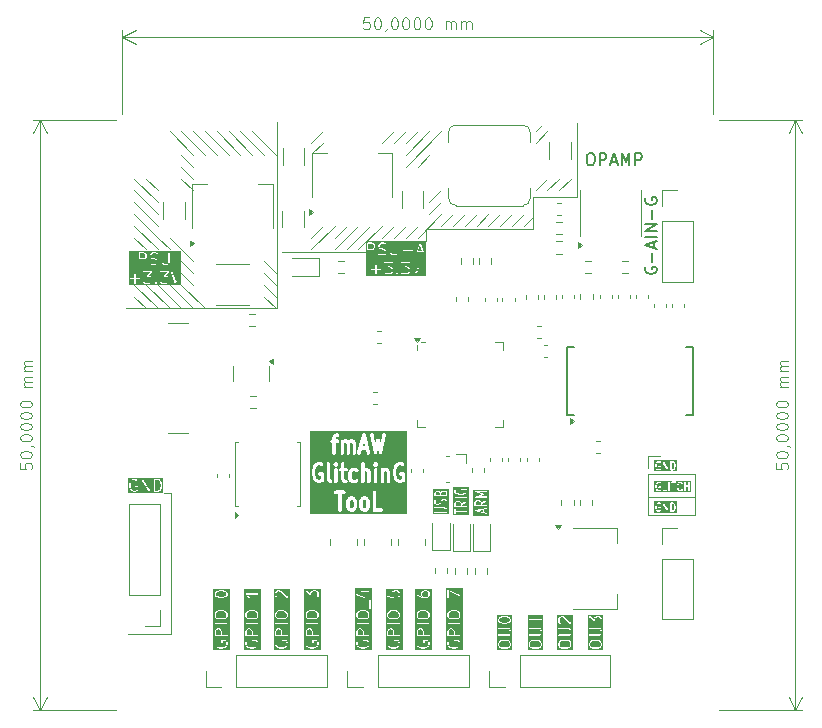
<source format=gbr>
%TF.GenerationSoftware,KiCad,Pcbnew,8.0.5-8.0.5-0~ubuntu22.04.1*%
%TF.CreationDate,2024-10-13T22:34:18+02:00*%
%TF.ProjectId,GLITCHING_FMAW,474c4954-4348-4494-9e47-5f464d41572e,rev?*%
%TF.SameCoordinates,Original*%
%TF.FileFunction,Legend,Top*%
%TF.FilePolarity,Positive*%
%FSLAX46Y46*%
G04 Gerber Fmt 4.6, Leading zero omitted, Abs format (unit mm)*
G04 Created by KiCad (PCBNEW 8.0.5-8.0.5-0~ubuntu22.04.1) date 2024-10-13 22:34:18*
%MOMM*%
%LPD*%
G01*
G04 APERTURE LIST*
%ADD10C,0.100000*%
%ADD11C,0.200000*%
%ADD12C,0.120000*%
%ADD13C,0.300000*%
%ADD14C,0.150000*%
G04 APERTURE END LIST*
D10*
X55000000Y-28000000D02*
X56000000Y-27000000D01*
X54000000Y-34000000D02*
X55000000Y-33000000D01*
X36000000Y-30000000D02*
X35000000Y-29000000D01*
X61000000Y-33000000D02*
X62000000Y-32000000D01*
X74500000Y-52500000D02*
X75500000Y-52500000D01*
X31000000Y-30000000D02*
X33000000Y-32000000D01*
X55700000Y-33300000D02*
X64800000Y-33300000D01*
X68300000Y-30600000D02*
X68500000Y-30600000D01*
X35000000Y-38000000D02*
X37000000Y-40000000D01*
X54000000Y-27000000D02*
X56000000Y-25000000D01*
X65000000Y-26000000D02*
X66000000Y-25000000D01*
X33000000Y-38000000D02*
X35000000Y-40000000D01*
X49000000Y-35000000D02*
X51000000Y-33000000D01*
X74500000Y-54000000D02*
X78500000Y-54000000D01*
X31000000Y-38000000D02*
X33000000Y-40000000D01*
X65000000Y-30000000D02*
X66000000Y-29000000D01*
X43100000Y-40000000D02*
X30300000Y-40000000D01*
X53000000Y-34000000D02*
X54000000Y-33000000D01*
X39000000Y-25000000D02*
X41000000Y-27000000D01*
X55000000Y-34000000D02*
X57000000Y-32000000D01*
X50600000Y-35200000D02*
X43500000Y-35200000D01*
X65000000Y-25000000D02*
X65500000Y-24500000D01*
X41000000Y-25000000D02*
X43000000Y-27000000D01*
X54000000Y-28000000D02*
X57000000Y-25000000D01*
X31000000Y-32000000D02*
X33000000Y-34000000D01*
X43100000Y-24200000D02*
X43100000Y-39700000D01*
X78500000Y-56000000D02*
X74500000Y-56000000D01*
X34000000Y-38000000D02*
X36000000Y-40000000D01*
X42000000Y-39000000D02*
X43000000Y-40000000D01*
X57000000Y-33000000D02*
X58000000Y-32000000D01*
X54000000Y-25000000D02*
X53000000Y-26000000D01*
X42000000Y-36000000D02*
X43000000Y-37000000D01*
X59000000Y-33000000D02*
X60000000Y-32000000D01*
X43100000Y-39700000D02*
X43100000Y-40000000D01*
X36000000Y-25000000D02*
X38000000Y-27000000D01*
X31000000Y-31000000D02*
X33000000Y-33000000D01*
X58000000Y-33000000D02*
X59000000Y-32000000D01*
X31000000Y-34000000D02*
X32000000Y-35000000D01*
X31000000Y-29000000D02*
X33000000Y-31000000D01*
X31000000Y-33000000D02*
X33000000Y-35000000D01*
X50000000Y-35000000D02*
X52000000Y-33000000D01*
X36000000Y-29000000D02*
X35000000Y-28000000D01*
X35000000Y-37000000D02*
X36000000Y-38000000D01*
X63000000Y-33000000D02*
X64000000Y-32000000D01*
X66000000Y-30000000D02*
X67000000Y-29000000D01*
X53000000Y-25000000D02*
X52000000Y-26000000D01*
X64800000Y-33300000D02*
X64800000Y-31200000D01*
X68500000Y-30600000D02*
X68500000Y-24300000D01*
X64000000Y-33000000D02*
X64800000Y-32250000D01*
X78500000Y-54000000D02*
X78500000Y-57500000D01*
X46000000Y-35000000D02*
X48000000Y-33000000D01*
X52000000Y-34000000D02*
X53000000Y-33000000D01*
X56000000Y-31000000D02*
X57000000Y-30000000D01*
X78500000Y-57500000D02*
X74500000Y-57500000D01*
X38000000Y-25000000D02*
X40000000Y-27000000D01*
X74500000Y-57500000D02*
X74500000Y-54000000D01*
X35000000Y-36000000D02*
X36000000Y-37000000D01*
X55700000Y-34300000D02*
X55700000Y-33300000D01*
X48000000Y-35000000D02*
X50000000Y-33000000D01*
X34100000Y-67600000D02*
X30500000Y-67600000D01*
X74500000Y-52500000D02*
X74500000Y-53500000D01*
X46000000Y-34000000D02*
X47000000Y-33000000D01*
X40000000Y-25000000D02*
X42000000Y-27000000D01*
X42000000Y-38000000D02*
X43000000Y-39000000D01*
X42000000Y-37000000D02*
X43000000Y-38000000D01*
X33000000Y-30000000D02*
X32000000Y-29000000D01*
X34100000Y-55600000D02*
X34100000Y-67600000D01*
X54000000Y-26000000D02*
X55000000Y-25000000D01*
X60000000Y-33000000D02*
X61000000Y-32000000D01*
X35000000Y-27000000D02*
X36000000Y-28000000D01*
X56000000Y-32000000D02*
X57000000Y-31000000D01*
X33000000Y-34000000D02*
X34000000Y-35000000D01*
X32000000Y-38000000D02*
X34000000Y-40000000D01*
X47000000Y-25000000D02*
X46000000Y-26000000D01*
X64800000Y-31200000D02*
X64800000Y-30600000D01*
X35000000Y-25000000D02*
X37000000Y-27000000D01*
X37000000Y-25000000D02*
X39000000Y-27000000D01*
X31000000Y-39000000D02*
X32000000Y-40000000D01*
X48000000Y-34000000D02*
X49000000Y-33000000D01*
X34000000Y-34000000D02*
X36000000Y-36000000D01*
X36000000Y-27000000D02*
X34000000Y-25000000D01*
X47000000Y-26000000D02*
X46060000Y-26800001D01*
X62000000Y-33000000D02*
X63000000Y-32000000D01*
X64800000Y-30600000D02*
X68300000Y-30600000D01*
X67000000Y-30000000D02*
X68000000Y-29000000D01*
X33500000Y-55600000D02*
X34100000Y-55600000D01*
D11*
X74314838Y-36506517D02*
X74267219Y-36601755D01*
X74267219Y-36601755D02*
X74267219Y-36744612D01*
X74267219Y-36744612D02*
X74314838Y-36887469D01*
X74314838Y-36887469D02*
X74410076Y-36982707D01*
X74410076Y-36982707D02*
X74505314Y-37030326D01*
X74505314Y-37030326D02*
X74695790Y-37077945D01*
X74695790Y-37077945D02*
X74838647Y-37077945D01*
X74838647Y-37077945D02*
X75029123Y-37030326D01*
X75029123Y-37030326D02*
X75124361Y-36982707D01*
X75124361Y-36982707D02*
X75219600Y-36887469D01*
X75219600Y-36887469D02*
X75267219Y-36744612D01*
X75267219Y-36744612D02*
X75267219Y-36649374D01*
X75267219Y-36649374D02*
X75219600Y-36506517D01*
X75219600Y-36506517D02*
X75171980Y-36458898D01*
X75171980Y-36458898D02*
X74838647Y-36458898D01*
X74838647Y-36458898D02*
X74838647Y-36649374D01*
X74886266Y-36030326D02*
X74886266Y-35268422D01*
X74981504Y-34839850D02*
X74981504Y-34363660D01*
X75267219Y-34935088D02*
X74267219Y-34601755D01*
X74267219Y-34601755D02*
X75267219Y-34268422D01*
X75267219Y-33935088D02*
X74267219Y-33935088D01*
X75267219Y-33458898D02*
X74267219Y-33458898D01*
X74267219Y-33458898D02*
X75267219Y-32887470D01*
X75267219Y-32887470D02*
X74267219Y-32887470D01*
X74886266Y-32411279D02*
X74886266Y-31649375D01*
X74314838Y-30649375D02*
X74267219Y-30744613D01*
X74267219Y-30744613D02*
X74267219Y-30887470D01*
X74267219Y-30887470D02*
X74314838Y-31030327D01*
X74314838Y-31030327D02*
X74410076Y-31125565D01*
X74410076Y-31125565D02*
X74505314Y-31173184D01*
X74505314Y-31173184D02*
X74695790Y-31220803D01*
X74695790Y-31220803D02*
X74838647Y-31220803D01*
X74838647Y-31220803D02*
X75029123Y-31173184D01*
X75029123Y-31173184D02*
X75124361Y-31125565D01*
X75124361Y-31125565D02*
X75219600Y-31030327D01*
X75219600Y-31030327D02*
X75267219Y-30887470D01*
X75267219Y-30887470D02*
X75267219Y-30792232D01*
X75267219Y-30792232D02*
X75219600Y-30649375D01*
X75219600Y-30649375D02*
X75171980Y-30601756D01*
X75171980Y-30601756D02*
X74838647Y-30601756D01*
X74838647Y-30601756D02*
X74838647Y-30792232D01*
D10*
G36*
X62703998Y-68169835D02*
G01*
X62783707Y-68249544D01*
X62822419Y-68326966D01*
X62822419Y-68493835D01*
X62783707Y-68571257D01*
X62703998Y-68650966D01*
X62532930Y-68693734D01*
X62211907Y-68693734D01*
X62040837Y-68650966D01*
X61961131Y-68571260D01*
X61922419Y-68493836D01*
X61922419Y-68326966D01*
X61961131Y-68249542D01*
X62040837Y-68169835D01*
X62211907Y-68127068D01*
X62532930Y-68127068D01*
X62703998Y-68169835D01*
G37*
G36*
X62664491Y-66171863D02*
G01*
X62747561Y-66213398D01*
X62783708Y-66249544D01*
X62822419Y-66326966D01*
X62822419Y-66398597D01*
X62783708Y-66476019D01*
X62747561Y-66512165D01*
X62664491Y-66553701D01*
X62485311Y-66598496D01*
X62259526Y-66598496D01*
X62080347Y-66553701D01*
X61997275Y-66512165D01*
X61961130Y-66476021D01*
X61922419Y-66398598D01*
X61922419Y-66326966D01*
X61961130Y-66249542D01*
X61997275Y-66213398D01*
X62080347Y-66171862D01*
X62259526Y-66127068D01*
X62485311Y-66127068D01*
X62664491Y-66171863D01*
G37*
G36*
X63033530Y-68904845D02*
G01*
X61711308Y-68904845D01*
X61711308Y-68315163D01*
X61822419Y-68315163D01*
X61822419Y-68505639D01*
X61822907Y-68508095D01*
X61822545Y-68509184D01*
X61824661Y-68516911D01*
X61826225Y-68524773D01*
X61827036Y-68525584D01*
X61827698Y-68528000D01*
X61875316Y-68623237D01*
X61880231Y-68629570D01*
X61884683Y-68636232D01*
X61979921Y-68731470D01*
X61984423Y-68734478D01*
X61985510Y-68736289D01*
X61991048Y-68738905D01*
X61996142Y-68742309D01*
X61998253Y-68742309D01*
X62003149Y-68744622D01*
X62193625Y-68792241D01*
X62199742Y-68792538D01*
X62205752Y-68793734D01*
X62539085Y-68793734D01*
X62545094Y-68792538D01*
X62551212Y-68792241D01*
X62741688Y-68744622D01*
X62746584Y-68742309D01*
X62748695Y-68742309D01*
X62753790Y-68738904D01*
X62759327Y-68736289D01*
X62760412Y-68734480D01*
X62764916Y-68731471D01*
X62860155Y-68636232D01*
X62864605Y-68629572D01*
X62869521Y-68623238D01*
X62917140Y-68528000D01*
X62917801Y-68525584D01*
X62918613Y-68524773D01*
X62920176Y-68516911D01*
X62922293Y-68509184D01*
X62921930Y-68508095D01*
X62922419Y-68505639D01*
X62922419Y-68315163D01*
X62921930Y-68312706D01*
X62922293Y-68311618D01*
X62920176Y-68303890D01*
X62918613Y-68296029D01*
X62917801Y-68295217D01*
X62917140Y-68292802D01*
X62869521Y-68197564D01*
X62864605Y-68191229D01*
X62860155Y-68184570D01*
X62764916Y-68089331D01*
X62760412Y-68086321D01*
X62759327Y-68084513D01*
X62753790Y-68081897D01*
X62748695Y-68078493D01*
X62746584Y-68078493D01*
X62741688Y-68076180D01*
X62551212Y-68028561D01*
X62545094Y-68028263D01*
X62539085Y-68027068D01*
X62205752Y-68027068D01*
X62199742Y-68028263D01*
X62193625Y-68028561D01*
X62003149Y-68076180D01*
X61998253Y-68078493D01*
X61996142Y-68078493D01*
X61991048Y-68081896D01*
X61985510Y-68084513D01*
X61984423Y-68086323D01*
X61979921Y-68089332D01*
X61884683Y-68184570D01*
X61880231Y-68191231D01*
X61875316Y-68197565D01*
X61827698Y-68292802D01*
X61827036Y-68295217D01*
X61826225Y-68296029D01*
X61824661Y-68303890D01*
X61822545Y-68311618D01*
X61822907Y-68312706D01*
X61822419Y-68315163D01*
X61711308Y-68315163D01*
X61711308Y-67057934D01*
X61826225Y-67057934D01*
X61826225Y-67096202D01*
X61853285Y-67123262D01*
X61872419Y-67127068D01*
X62670139Y-67127068D01*
X62747561Y-67165779D01*
X62783708Y-67201925D01*
X62822419Y-67279347D01*
X62822419Y-67446216D01*
X62783708Y-67523638D01*
X62747561Y-67559784D01*
X62670139Y-67598496D01*
X61872419Y-67598496D01*
X61853285Y-67602302D01*
X61826225Y-67629362D01*
X61826225Y-67667630D01*
X61853285Y-67694690D01*
X61872419Y-67698496D01*
X62681942Y-67698496D01*
X62684398Y-67698007D01*
X62685487Y-67698370D01*
X62693214Y-67696253D01*
X62701076Y-67694690D01*
X62701887Y-67693878D01*
X62704303Y-67693217D01*
X62799540Y-67645599D01*
X62805868Y-67640687D01*
X62812535Y-67636233D01*
X62860155Y-67588614D01*
X62864609Y-67581947D01*
X62869521Y-67575619D01*
X62917140Y-67480381D01*
X62917801Y-67477965D01*
X62918613Y-67477154D01*
X62920176Y-67469292D01*
X62922293Y-67461565D01*
X62921930Y-67460476D01*
X62922419Y-67458020D01*
X62922419Y-67267544D01*
X62921930Y-67265087D01*
X62922293Y-67263999D01*
X62920176Y-67256271D01*
X62918613Y-67248410D01*
X62917801Y-67247598D01*
X62917140Y-67245183D01*
X62869521Y-67149945D01*
X62864609Y-67143616D01*
X62860155Y-67136950D01*
X62812535Y-67089331D01*
X62805868Y-67084876D01*
X62799540Y-67079965D01*
X62704303Y-67032347D01*
X62701887Y-67031685D01*
X62701076Y-67030874D01*
X62693214Y-67029310D01*
X62685487Y-67027194D01*
X62684398Y-67027556D01*
X62681942Y-67027068D01*
X61872419Y-67027068D01*
X61853285Y-67030874D01*
X61826225Y-67057934D01*
X61711308Y-67057934D01*
X61711308Y-66315163D01*
X61822419Y-66315163D01*
X61822419Y-66410401D01*
X61822907Y-66412857D01*
X61822545Y-66413946D01*
X61824661Y-66421673D01*
X61826225Y-66429535D01*
X61827036Y-66430346D01*
X61827698Y-66432762D01*
X61875316Y-66527999D01*
X61880231Y-66534332D01*
X61884683Y-66540994D01*
X61932301Y-66588613D01*
X61938967Y-66593067D01*
X61945296Y-66597979D01*
X62040534Y-66645598D01*
X62045815Y-66647044D01*
X62050768Y-66649384D01*
X62241244Y-66697003D01*
X62247361Y-66697300D01*
X62253371Y-66698496D01*
X62491466Y-66698496D01*
X62497475Y-66697300D01*
X62503593Y-66697003D01*
X62694069Y-66649384D01*
X62699021Y-66647044D01*
X62704303Y-66645598D01*
X62799540Y-66597980D01*
X62805868Y-66593068D01*
X62812535Y-66588614D01*
X62860155Y-66540995D01*
X62864609Y-66534328D01*
X62869521Y-66528000D01*
X62917140Y-66432762D01*
X62917801Y-66430346D01*
X62918613Y-66429535D01*
X62920176Y-66421673D01*
X62922293Y-66413946D01*
X62921930Y-66412857D01*
X62922419Y-66410401D01*
X62922419Y-66315163D01*
X62921930Y-66312706D01*
X62922293Y-66311618D01*
X62920176Y-66303890D01*
X62918613Y-66296029D01*
X62917801Y-66295217D01*
X62917140Y-66292802D01*
X62869521Y-66197564D01*
X62864609Y-66191235D01*
X62860155Y-66184569D01*
X62812535Y-66136950D01*
X62805868Y-66132495D01*
X62799540Y-66127584D01*
X62704303Y-66079966D01*
X62699021Y-66078519D01*
X62694069Y-66076180D01*
X62503593Y-66028561D01*
X62497475Y-66028263D01*
X62491466Y-66027068D01*
X62253371Y-66027068D01*
X62247361Y-66028263D01*
X62241244Y-66028561D01*
X62050768Y-66076180D01*
X62045815Y-66078519D01*
X62040534Y-66079966D01*
X61945296Y-66127585D01*
X61938967Y-66132496D01*
X61932301Y-66136951D01*
X61884683Y-66184570D01*
X61880231Y-66191231D01*
X61875316Y-66197565D01*
X61827698Y-66292802D01*
X61827036Y-66295217D01*
X61826225Y-66296029D01*
X61824661Y-66303890D01*
X61822545Y-66311618D01*
X61822907Y-66312706D01*
X61822419Y-66315163D01*
X61711308Y-66315163D01*
X61711308Y-65915957D01*
X63033530Y-65915957D01*
X63033530Y-68904845D01*
G37*
D12*
G36*
X78131010Y-55545871D02*
G01*
X75055454Y-55545871D01*
X75055454Y-55008093D01*
X75133232Y-55008093D01*
X75133232Y-55108093D01*
X75134470Y-55114318D01*
X75134564Y-55120665D01*
X75163136Y-55253998D01*
X75165446Y-55259352D01*
X75166655Y-55265061D01*
X75195226Y-55331727D01*
X75200366Y-55339222D01*
X75204820Y-55347140D01*
X75261963Y-55413808D01*
X75265286Y-55416418D01*
X75266027Y-55418102D01*
X75273448Y-55422830D01*
X75280373Y-55428269D01*
X75282207Y-55428410D01*
X75285771Y-55430680D01*
X75371485Y-55464013D01*
X75382377Y-55465933D01*
X75393232Y-55468093D01*
X75450375Y-55468093D01*
X75461229Y-55465933D01*
X75472122Y-55464013D01*
X75557835Y-55430680D01*
X75561398Y-55428410D01*
X75563234Y-55428269D01*
X75570157Y-55422830D01*
X75577580Y-55418102D01*
X75578321Y-55416417D01*
X75581644Y-55413807D01*
X75610216Y-55380474D01*
X75618193Y-55366287D01*
X75620094Y-55364387D01*
X75620549Y-55362098D01*
X75621691Y-55360068D01*
X75621485Y-55357392D01*
X75624661Y-55341426D01*
X75624661Y-55108093D01*
X75620094Y-55085132D01*
X75587622Y-55052660D01*
X75564661Y-55048093D01*
X75450375Y-55048093D01*
X75427414Y-55052660D01*
X75394942Y-55085132D01*
X75394942Y-55131054D01*
X75427414Y-55163526D01*
X75450375Y-55168093D01*
X75504661Y-55168093D01*
X75504661Y-55319230D01*
X75500323Y-55324291D01*
X75439119Y-55348093D01*
X75404487Y-55348093D01*
X75343284Y-55324292D01*
X75301907Y-55276019D01*
X75279249Y-55223150D01*
X75253232Y-55101736D01*
X75253232Y-55014449D01*
X75279249Y-54893035D01*
X75301907Y-54840166D01*
X75343284Y-54791893D01*
X75404487Y-54768093D01*
X75462726Y-54768093D01*
X75505857Y-54793253D01*
X75527991Y-54800877D01*
X75572402Y-54789191D01*
X75595541Y-54749524D01*
X75584638Y-54708093D01*
X75761804Y-54708093D01*
X75761804Y-55408093D01*
X75766371Y-55431054D01*
X75798843Y-55463526D01*
X75821804Y-55468093D01*
X76107518Y-55468093D01*
X76130479Y-55463526D01*
X76162951Y-55431054D01*
X76162951Y-55385132D01*
X76130479Y-55352660D01*
X76107518Y-55348093D01*
X75881804Y-55348093D01*
X75881804Y-54708093D01*
X76247518Y-54708093D01*
X76247518Y-55408093D01*
X76252085Y-55431054D01*
X76284557Y-55463526D01*
X76330479Y-55463526D01*
X76362951Y-55431054D01*
X76367518Y-55408093D01*
X76367518Y-54708093D01*
X76362951Y-54685132D01*
X76452084Y-54685132D01*
X76452084Y-54731054D01*
X76484556Y-54763526D01*
X76507517Y-54768093D01*
X76618946Y-54768093D01*
X76618946Y-55408093D01*
X76623513Y-55431054D01*
X76655985Y-55463526D01*
X76701907Y-55463526D01*
X76734379Y-55431054D01*
X76738946Y-55408093D01*
X76738946Y-55008093D01*
X76961803Y-55008093D01*
X76961803Y-55108093D01*
X76963041Y-55114318D01*
X76963135Y-55120665D01*
X76991707Y-55253998D01*
X76994017Y-55259352D01*
X76995226Y-55265061D01*
X77023797Y-55331727D01*
X77028937Y-55339222D01*
X77033391Y-55347140D01*
X77090534Y-55413808D01*
X77093857Y-55416418D01*
X77094598Y-55418102D01*
X77102019Y-55422830D01*
X77108944Y-55428269D01*
X77110778Y-55428410D01*
X77114342Y-55430680D01*
X77200056Y-55464013D01*
X77210948Y-55465933D01*
X77221803Y-55468093D01*
X77278946Y-55468093D01*
X77289800Y-55465933D01*
X77300693Y-55464013D01*
X77386406Y-55430680D01*
X77389969Y-55428410D01*
X77391805Y-55428269D01*
X77398728Y-55422830D01*
X77406151Y-55418102D01*
X77406892Y-55416417D01*
X77410215Y-55413807D01*
X77438787Y-55380474D01*
X77450262Y-55360068D01*
X77446740Y-55314281D01*
X77411874Y-55284396D01*
X77366087Y-55287918D01*
X77347676Y-55302379D01*
X77328894Y-55324291D01*
X77267690Y-55348093D01*
X77233058Y-55348093D01*
X77171855Y-55324292D01*
X77130478Y-55276019D01*
X77107820Y-55223150D01*
X77081803Y-55101736D01*
X77081803Y-55014449D01*
X77107820Y-54893035D01*
X77130478Y-54840166D01*
X77171855Y-54791893D01*
X77233058Y-54768093D01*
X77267690Y-54768093D01*
X77328894Y-54791894D01*
X77347676Y-54813807D01*
X77366087Y-54828268D01*
X77411874Y-54831790D01*
X77446740Y-54801905D01*
X77450262Y-54756118D01*
X77438787Y-54735712D01*
X77415113Y-54708093D01*
X77590375Y-54708093D01*
X77590375Y-55408093D01*
X77594942Y-55431054D01*
X77627414Y-55463526D01*
X77673336Y-55463526D01*
X77705808Y-55431054D01*
X77710375Y-55408093D01*
X77710375Y-55101426D01*
X77933232Y-55101426D01*
X77933232Y-55408093D01*
X77937799Y-55431054D01*
X77970271Y-55463526D01*
X78016193Y-55463526D01*
X78048665Y-55431054D01*
X78053232Y-55408093D01*
X78053232Y-54708093D01*
X78048665Y-54685132D01*
X78016193Y-54652660D01*
X77970271Y-54652660D01*
X77937799Y-54685132D01*
X77933232Y-54708093D01*
X77933232Y-54981426D01*
X77710375Y-54981426D01*
X77710375Y-54708093D01*
X77705808Y-54685132D01*
X77673336Y-54652660D01*
X77627414Y-54652660D01*
X77594942Y-54685132D01*
X77590375Y-54708093D01*
X77415113Y-54708093D01*
X77410215Y-54702379D01*
X77406892Y-54699768D01*
X77406151Y-54698084D01*
X77398728Y-54693355D01*
X77391805Y-54687917D01*
X77389969Y-54687775D01*
X77386406Y-54685506D01*
X77300693Y-54652173D01*
X77289800Y-54650252D01*
X77278946Y-54648093D01*
X77221803Y-54648093D01*
X77210948Y-54650252D01*
X77200056Y-54652173D01*
X77114342Y-54685506D01*
X77110778Y-54687775D01*
X77108944Y-54687917D01*
X77102019Y-54693355D01*
X77094598Y-54698084D01*
X77093857Y-54699767D01*
X77090534Y-54702378D01*
X77033391Y-54769046D01*
X77028937Y-54776963D01*
X77023797Y-54784459D01*
X76995226Y-54851125D01*
X76994017Y-54856833D01*
X76991707Y-54862188D01*
X76963135Y-54995521D01*
X76963041Y-55001867D01*
X76961803Y-55008093D01*
X76738946Y-55008093D01*
X76738946Y-54768093D01*
X76850375Y-54768093D01*
X76873336Y-54763526D01*
X76905808Y-54731054D01*
X76905808Y-54685132D01*
X76873336Y-54652660D01*
X76850375Y-54648093D01*
X76507517Y-54648093D01*
X76484556Y-54652660D01*
X76452084Y-54685132D01*
X76362951Y-54685132D01*
X76330479Y-54652660D01*
X76284557Y-54652660D01*
X76252085Y-54685132D01*
X76247518Y-54708093D01*
X75881804Y-54708093D01*
X75877237Y-54685132D01*
X75844765Y-54652660D01*
X75798843Y-54652660D01*
X75766371Y-54685132D01*
X75761804Y-54708093D01*
X75584638Y-54708093D01*
X75583854Y-54705114D01*
X75566322Y-54689600D01*
X75509179Y-54656266D01*
X75503588Y-54654340D01*
X75501908Y-54652660D01*
X75494339Y-54651154D01*
X75487045Y-54648642D01*
X75484747Y-54649246D01*
X75478947Y-54648093D01*
X75393232Y-54648093D01*
X75382377Y-54650252D01*
X75371485Y-54652173D01*
X75285771Y-54685506D01*
X75282207Y-54687775D01*
X75280373Y-54687917D01*
X75273448Y-54693355D01*
X75266027Y-54698084D01*
X75265286Y-54699767D01*
X75261963Y-54702378D01*
X75204820Y-54769046D01*
X75200366Y-54776963D01*
X75195226Y-54784459D01*
X75166655Y-54851125D01*
X75165446Y-54856833D01*
X75163136Y-54862188D01*
X75134564Y-54995521D01*
X75134470Y-55001867D01*
X75133232Y-55008093D01*
X75055454Y-55008093D01*
X75055454Y-54570315D01*
X78131010Y-54570315D01*
X78131010Y-55545871D01*
G37*
D10*
G36*
X67803998Y-68169835D02*
G01*
X67883707Y-68249544D01*
X67922419Y-68326966D01*
X67922419Y-68493835D01*
X67883707Y-68571257D01*
X67803998Y-68650966D01*
X67632930Y-68693734D01*
X67311907Y-68693734D01*
X67140837Y-68650966D01*
X67061131Y-68571260D01*
X67022419Y-68493836D01*
X67022419Y-68326966D01*
X67061131Y-68249542D01*
X67140837Y-68169835D01*
X67311907Y-68127068D01*
X67632930Y-68127068D01*
X67803998Y-68169835D01*
G37*
G36*
X68133530Y-68904845D02*
G01*
X66811308Y-68904845D01*
X66811308Y-68315163D01*
X66922419Y-68315163D01*
X66922419Y-68505639D01*
X66922907Y-68508095D01*
X66922545Y-68509184D01*
X66924661Y-68516911D01*
X66926225Y-68524773D01*
X66927036Y-68525584D01*
X66927698Y-68528000D01*
X66975316Y-68623237D01*
X66980231Y-68629570D01*
X66984683Y-68636232D01*
X67079921Y-68731470D01*
X67084423Y-68734478D01*
X67085510Y-68736289D01*
X67091048Y-68738905D01*
X67096142Y-68742309D01*
X67098253Y-68742309D01*
X67103149Y-68744622D01*
X67293625Y-68792241D01*
X67299742Y-68792538D01*
X67305752Y-68793734D01*
X67639085Y-68793734D01*
X67645094Y-68792538D01*
X67651212Y-68792241D01*
X67841688Y-68744622D01*
X67846584Y-68742309D01*
X67848695Y-68742309D01*
X67853790Y-68738904D01*
X67859327Y-68736289D01*
X67860412Y-68734480D01*
X67864916Y-68731471D01*
X67960155Y-68636232D01*
X67964605Y-68629572D01*
X67969521Y-68623238D01*
X68017140Y-68528000D01*
X68017801Y-68525584D01*
X68018613Y-68524773D01*
X68020176Y-68516911D01*
X68022293Y-68509184D01*
X68021930Y-68508095D01*
X68022419Y-68505639D01*
X68022419Y-68315163D01*
X68021930Y-68312706D01*
X68022293Y-68311618D01*
X68020176Y-68303890D01*
X68018613Y-68296029D01*
X68017801Y-68295217D01*
X68017140Y-68292802D01*
X67969521Y-68197564D01*
X67964605Y-68191229D01*
X67960155Y-68184570D01*
X67864916Y-68089331D01*
X67860412Y-68086321D01*
X67859327Y-68084513D01*
X67853790Y-68081897D01*
X67848695Y-68078493D01*
X67846584Y-68078493D01*
X67841688Y-68076180D01*
X67651212Y-68028561D01*
X67645094Y-68028263D01*
X67639085Y-68027068D01*
X67305752Y-68027068D01*
X67299742Y-68028263D01*
X67293625Y-68028561D01*
X67103149Y-68076180D01*
X67098253Y-68078493D01*
X67096142Y-68078493D01*
X67091048Y-68081896D01*
X67085510Y-68084513D01*
X67084423Y-68086323D01*
X67079921Y-68089332D01*
X66984683Y-68184570D01*
X66980231Y-68191231D01*
X66975316Y-68197565D01*
X66927698Y-68292802D01*
X66927036Y-68295217D01*
X66926225Y-68296029D01*
X66924661Y-68303890D01*
X66922545Y-68311618D01*
X66922907Y-68312706D01*
X66922419Y-68315163D01*
X66811308Y-68315163D01*
X66811308Y-67057934D01*
X66926225Y-67057934D01*
X66926225Y-67096202D01*
X66953285Y-67123262D01*
X66972419Y-67127068D01*
X67770139Y-67127068D01*
X67847561Y-67165779D01*
X67883708Y-67201925D01*
X67922419Y-67279347D01*
X67922419Y-67446216D01*
X67883708Y-67523638D01*
X67847561Y-67559784D01*
X67770139Y-67598496D01*
X66972419Y-67598496D01*
X66953285Y-67602302D01*
X66926225Y-67629362D01*
X66926225Y-67667630D01*
X66953285Y-67694690D01*
X66972419Y-67698496D01*
X67781942Y-67698496D01*
X67784398Y-67698007D01*
X67785487Y-67698370D01*
X67793214Y-67696253D01*
X67801076Y-67694690D01*
X67801887Y-67693878D01*
X67804303Y-67693217D01*
X67899540Y-67645599D01*
X67905868Y-67640687D01*
X67912535Y-67636233D01*
X67960155Y-67588614D01*
X67964609Y-67581947D01*
X67969521Y-67575619D01*
X68017140Y-67480381D01*
X68017801Y-67477965D01*
X68018613Y-67477154D01*
X68020176Y-67469292D01*
X68022293Y-67461565D01*
X68021930Y-67460476D01*
X68022419Y-67458020D01*
X68022419Y-67267544D01*
X68021930Y-67265087D01*
X68022293Y-67263999D01*
X68020176Y-67256271D01*
X68018613Y-67248410D01*
X68017801Y-67247598D01*
X68017140Y-67245183D01*
X67969521Y-67149945D01*
X67964609Y-67143616D01*
X67960155Y-67136950D01*
X67912535Y-67089331D01*
X67905868Y-67084876D01*
X67899540Y-67079965D01*
X67804303Y-67032347D01*
X67801887Y-67031685D01*
X67801076Y-67030874D01*
X67793214Y-67029310D01*
X67785487Y-67027194D01*
X67784398Y-67027556D01*
X67781942Y-67027068D01*
X66972419Y-67027068D01*
X66953285Y-67030874D01*
X66926225Y-67057934D01*
X66811308Y-67057934D01*
X66811308Y-66267544D01*
X66922419Y-66267544D01*
X66922419Y-66505639D01*
X66922907Y-66508095D01*
X66922545Y-66509184D01*
X66924661Y-66516911D01*
X66926225Y-66524773D01*
X66927036Y-66525584D01*
X66927698Y-66528000D01*
X66975316Y-66623237D01*
X66980231Y-66629570D01*
X66984683Y-66636232D01*
X67032301Y-66683851D01*
X67048522Y-66694690D01*
X67086791Y-66694690D01*
X67113851Y-66667630D01*
X67113851Y-66629361D01*
X67103012Y-66613140D01*
X67061130Y-66571259D01*
X67022419Y-66493836D01*
X67022419Y-66279347D01*
X67061130Y-66201923D01*
X67097275Y-66165779D01*
X67174699Y-66127068D01*
X67250020Y-66127068D01*
X67373981Y-66168388D01*
X67937064Y-66731470D01*
X67953285Y-66742309D01*
X67991553Y-66742309D01*
X68018613Y-66715249D01*
X68022419Y-66696115D01*
X68022419Y-66077068D01*
X68018613Y-66057934D01*
X67991553Y-66030874D01*
X67953285Y-66030874D01*
X67926225Y-66057934D01*
X67922419Y-66077068D01*
X67922419Y-66575405D01*
X67436345Y-66089332D01*
X67434262Y-66087940D01*
X67433749Y-66086914D01*
X67426788Y-66082946D01*
X67420124Y-66078493D01*
X67418976Y-66078493D01*
X67416801Y-66077253D01*
X67273944Y-66029634D01*
X67265995Y-66028631D01*
X67258133Y-66027068D01*
X67162895Y-66027068D01*
X67160438Y-66027556D01*
X67159350Y-66027194D01*
X67151622Y-66029310D01*
X67143761Y-66030874D01*
X67142949Y-66031685D01*
X67140534Y-66032347D01*
X67045296Y-66079966D01*
X67038967Y-66084877D01*
X67032301Y-66089332D01*
X66984683Y-66136951D01*
X66980231Y-66143612D01*
X66975316Y-66149946D01*
X66927698Y-66245183D01*
X66927036Y-66247598D01*
X66926225Y-66248410D01*
X66924661Y-66256271D01*
X66922545Y-66263999D01*
X66922907Y-66265087D01*
X66922419Y-66267544D01*
X66811308Y-66267544D01*
X66811308Y-65915957D01*
X68133530Y-65915957D01*
X68133530Y-68904845D01*
G37*
G36*
X50271372Y-67213398D02*
G01*
X50307516Y-67249543D01*
X50346228Y-67326966D01*
X50346228Y-67646115D01*
X49922419Y-67646115D01*
X49922419Y-67326966D01*
X49961130Y-67249542D01*
X49997275Y-67213398D01*
X50074699Y-67174687D01*
X50193949Y-67174687D01*
X50271372Y-67213398D01*
G37*
G36*
X50703998Y-65693645D02*
G01*
X50783707Y-65773354D01*
X50822419Y-65850776D01*
X50822419Y-66017645D01*
X50783707Y-66095067D01*
X50703998Y-66174776D01*
X50532930Y-66217544D01*
X50211907Y-66217544D01*
X50040837Y-66174776D01*
X49961131Y-66095070D01*
X49922419Y-66017646D01*
X49922419Y-65850776D01*
X49961131Y-65773352D01*
X50040837Y-65693645D01*
X50211907Y-65650878D01*
X50532930Y-65650878D01*
X50703998Y-65693645D01*
G37*
G36*
X51128768Y-68904845D02*
G01*
X49663815Y-68904845D01*
X49663815Y-68267544D01*
X49822419Y-68267544D01*
X49822419Y-68410401D01*
X49823982Y-68418263D01*
X49824985Y-68426212D01*
X49872604Y-68569069D01*
X49873844Y-68571244D01*
X49873844Y-68572392D01*
X49878297Y-68579056D01*
X49882265Y-68586017D01*
X49883291Y-68586530D01*
X49884683Y-68588613D01*
X49979921Y-68683851D01*
X49986580Y-68688301D01*
X49992915Y-68693217D01*
X50088153Y-68740836D01*
X50093434Y-68742282D01*
X50098387Y-68744622D01*
X50288863Y-68792241D01*
X50294980Y-68792538D01*
X50300990Y-68793734D01*
X50443847Y-68793734D01*
X50449856Y-68792538D01*
X50455974Y-68792241D01*
X50646450Y-68744622D01*
X50651402Y-68742282D01*
X50656684Y-68740836D01*
X50751921Y-68693218D01*
X50758249Y-68688306D01*
X50764916Y-68683852D01*
X50860155Y-68588613D01*
X50861545Y-68586531D01*
X50862573Y-68586018D01*
X50866543Y-68579052D01*
X50870994Y-68572392D01*
X50870994Y-68571244D01*
X50872234Y-68569069D01*
X50919853Y-68426213D01*
X50920855Y-68418262D01*
X50922419Y-68410401D01*
X50922419Y-68315163D01*
X50920855Y-68307301D01*
X50919853Y-68299351D01*
X50872234Y-68156495D01*
X50870994Y-68154319D01*
X50870994Y-68153171D01*
X50866539Y-68146504D01*
X50862573Y-68139546D01*
X50861546Y-68139032D01*
X50860155Y-68136950D01*
X50812535Y-68089331D01*
X50796314Y-68078493D01*
X50777180Y-68074687D01*
X50443847Y-68074687D01*
X50424713Y-68078493D01*
X50397653Y-68105553D01*
X50393847Y-68124687D01*
X50393847Y-68315163D01*
X50397653Y-68334297D01*
X50424713Y-68361357D01*
X50462981Y-68361357D01*
X50490041Y-68334297D01*
X50493847Y-68315163D01*
X50493847Y-68174687D01*
X50756469Y-68174687D01*
X50781099Y-68199316D01*
X50822419Y-68323276D01*
X50822419Y-68402288D01*
X50781099Y-68526247D01*
X50699942Y-68607403D01*
X50616872Y-68648939D01*
X50437692Y-68693734D01*
X50307145Y-68693734D01*
X50127966Y-68648939D01*
X50044892Y-68607402D01*
X49963739Y-68526249D01*
X49922419Y-68402287D01*
X49922419Y-68279347D01*
X49964759Y-68194667D01*
X49969912Y-68175851D01*
X49957810Y-68139546D01*
X49923582Y-68122432D01*
X49887278Y-68134534D01*
X49875316Y-68149946D01*
X49827698Y-68245183D01*
X49827036Y-68247598D01*
X49826225Y-68248410D01*
X49824661Y-68256271D01*
X49822545Y-68263999D01*
X49822907Y-68265087D01*
X49822419Y-68267544D01*
X49663815Y-68267544D01*
X49663815Y-67315163D01*
X49822419Y-67315163D01*
X49822419Y-67696115D01*
X49826225Y-67715249D01*
X49853285Y-67742309D01*
X49872419Y-67746115D01*
X50872419Y-67746115D01*
X50891553Y-67742309D01*
X50918613Y-67715249D01*
X50918613Y-67676981D01*
X50891553Y-67649921D01*
X50872419Y-67646115D01*
X50446228Y-67646115D01*
X50446228Y-67315163D01*
X50445739Y-67312706D01*
X50446102Y-67311618D01*
X50443985Y-67303890D01*
X50442422Y-67296029D01*
X50441610Y-67295217D01*
X50440949Y-67292802D01*
X50393330Y-67197564D01*
X50388418Y-67191235D01*
X50383964Y-67184569D01*
X50336345Y-67136951D01*
X50329683Y-67132499D01*
X50323350Y-67127584D01*
X50228113Y-67079966D01*
X50225697Y-67079304D01*
X50224886Y-67078493D01*
X50217024Y-67076929D01*
X50209297Y-67074813D01*
X50208208Y-67075175D01*
X50205752Y-67074687D01*
X50062895Y-67074687D01*
X50060438Y-67075175D01*
X50059350Y-67074813D01*
X50051622Y-67076929D01*
X50043761Y-67078493D01*
X50042949Y-67079304D01*
X50040534Y-67079966D01*
X49945296Y-67127585D01*
X49938967Y-67132496D01*
X49932301Y-67136951D01*
X49884683Y-67184570D01*
X49880231Y-67191231D01*
X49875316Y-67197565D01*
X49827698Y-67292802D01*
X49827036Y-67295217D01*
X49826225Y-67296029D01*
X49824661Y-67303890D01*
X49822545Y-67311618D01*
X49822907Y-67312706D01*
X49822419Y-67315163D01*
X49663815Y-67315163D01*
X49663815Y-66676981D01*
X49826225Y-66676981D01*
X49826225Y-66715249D01*
X49853285Y-66742309D01*
X49872419Y-66746115D01*
X50872419Y-66746115D01*
X50891553Y-66742309D01*
X50918613Y-66715249D01*
X50918613Y-66676981D01*
X50891553Y-66649921D01*
X50872419Y-66646115D01*
X49872419Y-66646115D01*
X49853285Y-66649921D01*
X49826225Y-66676981D01*
X49663815Y-66676981D01*
X49663815Y-65838973D01*
X49822419Y-65838973D01*
X49822419Y-66029449D01*
X49822907Y-66031905D01*
X49822545Y-66032994D01*
X49824661Y-66040721D01*
X49826225Y-66048583D01*
X49827036Y-66049394D01*
X49827698Y-66051810D01*
X49875316Y-66147047D01*
X49880231Y-66153380D01*
X49884683Y-66160042D01*
X49979921Y-66255280D01*
X49984423Y-66258288D01*
X49985510Y-66260099D01*
X49991048Y-66262715D01*
X49996142Y-66266119D01*
X49998253Y-66266119D01*
X50003149Y-66268432D01*
X50193625Y-66316051D01*
X50199742Y-66316348D01*
X50205752Y-66317544D01*
X50539085Y-66317544D01*
X50545094Y-66316348D01*
X50551212Y-66316051D01*
X50741688Y-66268432D01*
X50746584Y-66266119D01*
X50748695Y-66266119D01*
X50753790Y-66262714D01*
X50759327Y-66260099D01*
X50760412Y-66258290D01*
X50764916Y-66255281D01*
X50860155Y-66160042D01*
X50864605Y-66153382D01*
X50869521Y-66147048D01*
X50917140Y-66051810D01*
X50917801Y-66049394D01*
X50918613Y-66048583D01*
X50920176Y-66040721D01*
X50922293Y-66032994D01*
X50921930Y-66031905D01*
X50922419Y-66029449D01*
X50922419Y-65838973D01*
X50921930Y-65836516D01*
X50922293Y-65835428D01*
X50920176Y-65827700D01*
X50918613Y-65819839D01*
X50917801Y-65819027D01*
X50917140Y-65816612D01*
X50869521Y-65721374D01*
X50864605Y-65715039D01*
X50860155Y-65708380D01*
X50764916Y-65613141D01*
X50760412Y-65610131D01*
X50759327Y-65608323D01*
X50753790Y-65605707D01*
X50748695Y-65602303D01*
X50746584Y-65602303D01*
X50741688Y-65599990D01*
X50551212Y-65552371D01*
X50545094Y-65552073D01*
X50539085Y-65550878D01*
X50205752Y-65550878D01*
X50199742Y-65552073D01*
X50193625Y-65552371D01*
X50003149Y-65599990D01*
X49998253Y-65602303D01*
X49996142Y-65602303D01*
X49991048Y-65605706D01*
X49985510Y-65608323D01*
X49984423Y-65610133D01*
X49979921Y-65613142D01*
X49884683Y-65708380D01*
X49880231Y-65715041D01*
X49875316Y-65721375D01*
X49827698Y-65816612D01*
X49827036Y-65819027D01*
X49826225Y-65819839D01*
X49824661Y-65827700D01*
X49822545Y-65835428D01*
X49822907Y-65836516D01*
X49822419Y-65838973D01*
X49663815Y-65838973D01*
X49663815Y-64648497D01*
X50917657Y-64648497D01*
X50917657Y-65410402D01*
X50921463Y-65429536D01*
X50948523Y-65456596D01*
X50986791Y-65456596D01*
X51013851Y-65429536D01*
X51017657Y-65410402D01*
X51017657Y-64648497D01*
X51013851Y-64629363D01*
X50986791Y-64602303D01*
X50948523Y-64602303D01*
X50921463Y-64629363D01*
X50917657Y-64648497D01*
X49663815Y-64648497D01*
X49663815Y-64223469D01*
X49774926Y-64223469D01*
X49792040Y-64257698D01*
X49808989Y-64267359D01*
X50523273Y-64505454D01*
X50542629Y-64507894D01*
X50549989Y-64504214D01*
X50558219Y-64504214D01*
X50566449Y-64495984D01*
X50576857Y-64490780D01*
X50579459Y-64482973D01*
X50585279Y-64477154D01*
X50589085Y-64458020D01*
X50589085Y-64031830D01*
X50872419Y-64031830D01*
X50891553Y-64028024D01*
X50918613Y-64000964D01*
X50918613Y-63962696D01*
X50891553Y-63935636D01*
X50872419Y-63931830D01*
X50589085Y-63931830D01*
X50589085Y-63838973D01*
X50585279Y-63819839D01*
X50558219Y-63792779D01*
X50519951Y-63792779D01*
X50492891Y-63819839D01*
X50489085Y-63838973D01*
X50489085Y-63931830D01*
X50205752Y-63931830D01*
X50186618Y-63935636D01*
X50159558Y-63962696D01*
X50159558Y-64000964D01*
X50186618Y-64028024D01*
X50205752Y-64031830D01*
X50489085Y-64031830D01*
X50489085Y-64388649D01*
X49840611Y-64172491D01*
X49821256Y-64170051D01*
X49787027Y-64187165D01*
X49774926Y-64223469D01*
X49663815Y-64223469D01*
X49663815Y-63681668D01*
X51128768Y-63681668D01*
X51128768Y-68904845D01*
G37*
G36*
X58577964Y-56412459D02*
G01*
X58612906Y-56436918D01*
X58646228Y-56483567D01*
X58646228Y-56684211D01*
X58222419Y-56684211D01*
X58222419Y-56483567D01*
X58255737Y-56436920D01*
X58290682Y-56412459D01*
X58371393Y-56384211D01*
X58497255Y-56384211D01*
X58577964Y-56412459D01*
G37*
G36*
X59333530Y-57524849D02*
G01*
X58011308Y-57524849D01*
X58011308Y-56967544D01*
X58122419Y-56967544D01*
X58122419Y-57367544D01*
X58126225Y-57386678D01*
X58153285Y-57413738D01*
X58191553Y-57413738D01*
X58218613Y-57386678D01*
X58222419Y-57367544D01*
X58222419Y-57217544D01*
X59172419Y-57217544D01*
X59191553Y-57213738D01*
X59218613Y-57186678D01*
X59218613Y-57148410D01*
X59191553Y-57121350D01*
X59172419Y-57117544D01*
X58222419Y-57117544D01*
X58222419Y-56967544D01*
X58218613Y-56948410D01*
X58191553Y-56921350D01*
X58153285Y-56921350D01*
X58126225Y-56948410D01*
X58122419Y-56967544D01*
X58011308Y-56967544D01*
X58011308Y-56467544D01*
X58122419Y-56467544D01*
X58122419Y-56734211D01*
X58126225Y-56753345D01*
X58153285Y-56780405D01*
X58172419Y-56784211D01*
X59172419Y-56784211D01*
X59191553Y-56780405D01*
X59218613Y-56753345D01*
X59218613Y-56715077D01*
X59191553Y-56688017D01*
X59172419Y-56684211D01*
X58746228Y-56684211D01*
X58746228Y-56598724D01*
X59194420Y-56379111D01*
X59209927Y-56367274D01*
X59222320Y-56331067D01*
X59205482Y-56296703D01*
X59169275Y-56284310D01*
X59150418Y-56289311D01*
X58746228Y-56487363D01*
X58746228Y-56467544D01*
X58744503Y-56458875D01*
X58744939Y-56456264D01*
X58743231Y-56452481D01*
X58742422Y-56448410D01*
X58740549Y-56446537D01*
X58736914Y-56438482D01*
X58689296Y-56371816D01*
X58683127Y-56366021D01*
X58677283Y-56359917D01*
X58629664Y-56326583D01*
X58623403Y-56323829D01*
X58617508Y-56320351D01*
X58522269Y-56287018D01*
X58513968Y-56285845D01*
X58505752Y-56284211D01*
X58362895Y-56284211D01*
X58354678Y-56285845D01*
X58346378Y-56287018D01*
X58251140Y-56320351D01*
X58245244Y-56323829D01*
X58238984Y-56326583D01*
X58191364Y-56359917D01*
X58185514Y-56366025D01*
X58179351Y-56371816D01*
X58131732Y-56438482D01*
X58128096Y-56446538D01*
X58126225Y-56448410D01*
X58125415Y-56452480D01*
X58123708Y-56456264D01*
X58124143Y-56458875D01*
X58122419Y-56467544D01*
X58011308Y-56467544D01*
X58011308Y-56015077D01*
X58126225Y-56015077D01*
X58126225Y-56053345D01*
X58153285Y-56080405D01*
X58172419Y-56084211D01*
X59172419Y-56084211D01*
X59191553Y-56080405D01*
X59218613Y-56053345D01*
X59218613Y-56015077D01*
X59191553Y-55988017D01*
X59172419Y-55984211D01*
X58172419Y-55984211D01*
X58153285Y-55988017D01*
X58126225Y-56015077D01*
X58011308Y-56015077D01*
X58011308Y-55400878D01*
X58122419Y-55400878D01*
X58122419Y-55500878D01*
X58122772Y-55502655D01*
X58122486Y-55503463D01*
X58124569Y-55511688D01*
X58126225Y-55520012D01*
X58126830Y-55520617D01*
X58127276Y-55522375D01*
X58174895Y-55622375D01*
X58177552Y-55625938D01*
X58177872Y-55627749D01*
X58182532Y-55632615D01*
X58186558Y-55638014D01*
X58188289Y-55638628D01*
X58191365Y-55641840D01*
X58286603Y-55708507D01*
X58292866Y-55711261D01*
X58298759Y-55714738D01*
X58393997Y-55748071D01*
X58398063Y-55748645D01*
X58401895Y-55750130D01*
X58592371Y-55783463D01*
X58596723Y-55783362D01*
X58600990Y-55784211D01*
X58743847Y-55784211D01*
X58748113Y-55783362D01*
X58752466Y-55783463D01*
X58942942Y-55750129D01*
X58946770Y-55748645D01*
X58950840Y-55748071D01*
X59046079Y-55714738D01*
X59051972Y-55711260D01*
X59058234Y-55708507D01*
X59153473Y-55641840D01*
X59156548Y-55638628D01*
X59158280Y-55638014D01*
X59162305Y-55632615D01*
X59166966Y-55627749D01*
X59167285Y-55625938D01*
X59169943Y-55622375D01*
X59217562Y-55522375D01*
X59218007Y-55520617D01*
X59218613Y-55520012D01*
X59220268Y-55511688D01*
X59222352Y-55503463D01*
X59222065Y-55502655D01*
X59222419Y-55500878D01*
X59222419Y-55434211D01*
X59222065Y-55432433D01*
X59222352Y-55431626D01*
X59220268Y-55423400D01*
X59218613Y-55415077D01*
X59218007Y-55414471D01*
X59217562Y-55412714D01*
X59169943Y-55312714D01*
X59167284Y-55309149D01*
X59166965Y-55307339D01*
X59162306Y-55302473D01*
X59158280Y-55297075D01*
X59156548Y-55296460D01*
X59153473Y-55293249D01*
X59105853Y-55259916D01*
X59098164Y-55256534D01*
X59096314Y-55254684D01*
X59092010Y-55253827D01*
X59087995Y-55252062D01*
X59085418Y-55252516D01*
X59077180Y-55250878D01*
X58743847Y-55250878D01*
X58724713Y-55254684D01*
X58697653Y-55281744D01*
X58693847Y-55300878D01*
X58693847Y-55434211D01*
X58697653Y-55453345D01*
X58724713Y-55480405D01*
X58762981Y-55480405D01*
X58790041Y-55453345D01*
X58793847Y-55434211D01*
X58793847Y-55350878D01*
X59061419Y-55350878D01*
X59085325Y-55367612D01*
X59122419Y-55445508D01*
X59122419Y-55489580D01*
X59085325Y-55567476D01*
X59006534Y-55622630D01*
X58921673Y-55652331D01*
X58739502Y-55684211D01*
X58605329Y-55684211D01*
X58423165Y-55652331D01*
X58338302Y-55622630D01*
X58259512Y-55567477D01*
X58222419Y-55489580D01*
X58222419Y-55416901D01*
X58260725Y-55363273D01*
X58268749Y-55345491D01*
X58262458Y-55307743D01*
X58231318Y-55285500D01*
X58193570Y-55291792D01*
X58179351Y-55305149D01*
X58131732Y-55371816D01*
X58128096Y-55379872D01*
X58126225Y-55381744D01*
X58125415Y-55385814D01*
X58123708Y-55389598D01*
X58124143Y-55392209D01*
X58122419Y-55400878D01*
X58011308Y-55400878D01*
X58011308Y-55139767D01*
X59333530Y-55139767D01*
X59333530Y-57524849D01*
G37*
G36*
X40871372Y-67213398D02*
G01*
X40907516Y-67249543D01*
X40946228Y-67326966D01*
X40946228Y-67646115D01*
X40522419Y-67646115D01*
X40522419Y-67326966D01*
X40561130Y-67249542D01*
X40597275Y-67213398D01*
X40674699Y-67174687D01*
X40793949Y-67174687D01*
X40871372Y-67213398D01*
G37*
G36*
X41303998Y-65693645D02*
G01*
X41383707Y-65773354D01*
X41422419Y-65850776D01*
X41422419Y-66017645D01*
X41383707Y-66095067D01*
X41303998Y-66174776D01*
X41132930Y-66217544D01*
X40811907Y-66217544D01*
X40640837Y-66174776D01*
X40561131Y-66095070D01*
X40522419Y-66017646D01*
X40522419Y-65850776D01*
X40561131Y-65773352D01*
X40640837Y-65693645D01*
X40811907Y-65650878D01*
X41132930Y-65650878D01*
X41303998Y-65693645D01*
G37*
G36*
X41728768Y-68904845D02*
G01*
X40311308Y-68904845D01*
X40311308Y-68267544D01*
X40422419Y-68267544D01*
X40422419Y-68410401D01*
X40423982Y-68418263D01*
X40424985Y-68426212D01*
X40472604Y-68569069D01*
X40473844Y-68571244D01*
X40473844Y-68572392D01*
X40478297Y-68579056D01*
X40482265Y-68586017D01*
X40483291Y-68586530D01*
X40484683Y-68588613D01*
X40579921Y-68683851D01*
X40586580Y-68688301D01*
X40592915Y-68693217D01*
X40688153Y-68740836D01*
X40693434Y-68742282D01*
X40698387Y-68744622D01*
X40888863Y-68792241D01*
X40894980Y-68792538D01*
X40900990Y-68793734D01*
X41043847Y-68793734D01*
X41049856Y-68792538D01*
X41055974Y-68792241D01*
X41246450Y-68744622D01*
X41251402Y-68742282D01*
X41256684Y-68740836D01*
X41351921Y-68693218D01*
X41358249Y-68688306D01*
X41364916Y-68683852D01*
X41460155Y-68588613D01*
X41461545Y-68586531D01*
X41462573Y-68586018D01*
X41466543Y-68579052D01*
X41470994Y-68572392D01*
X41470994Y-68571244D01*
X41472234Y-68569069D01*
X41519853Y-68426213D01*
X41520855Y-68418262D01*
X41522419Y-68410401D01*
X41522419Y-68315163D01*
X41520855Y-68307301D01*
X41519853Y-68299351D01*
X41472234Y-68156495D01*
X41470994Y-68154319D01*
X41470994Y-68153171D01*
X41466539Y-68146504D01*
X41462573Y-68139546D01*
X41461546Y-68139032D01*
X41460155Y-68136950D01*
X41412535Y-68089331D01*
X41396314Y-68078493D01*
X41377180Y-68074687D01*
X41043847Y-68074687D01*
X41024713Y-68078493D01*
X40997653Y-68105553D01*
X40993847Y-68124687D01*
X40993847Y-68315163D01*
X40997653Y-68334297D01*
X41024713Y-68361357D01*
X41062981Y-68361357D01*
X41090041Y-68334297D01*
X41093847Y-68315163D01*
X41093847Y-68174687D01*
X41356469Y-68174687D01*
X41381099Y-68199316D01*
X41422419Y-68323276D01*
X41422419Y-68402288D01*
X41381099Y-68526247D01*
X41299942Y-68607403D01*
X41216872Y-68648939D01*
X41037692Y-68693734D01*
X40907145Y-68693734D01*
X40727966Y-68648939D01*
X40644892Y-68607402D01*
X40563739Y-68526249D01*
X40522419Y-68402287D01*
X40522419Y-68279347D01*
X40564759Y-68194667D01*
X40569912Y-68175851D01*
X40557810Y-68139546D01*
X40523582Y-68122432D01*
X40487278Y-68134534D01*
X40475316Y-68149946D01*
X40427698Y-68245183D01*
X40427036Y-68247598D01*
X40426225Y-68248410D01*
X40424661Y-68256271D01*
X40422545Y-68263999D01*
X40422907Y-68265087D01*
X40422419Y-68267544D01*
X40311308Y-68267544D01*
X40311308Y-67315163D01*
X40422419Y-67315163D01*
X40422419Y-67696115D01*
X40426225Y-67715249D01*
X40453285Y-67742309D01*
X40472419Y-67746115D01*
X41472419Y-67746115D01*
X41491553Y-67742309D01*
X41518613Y-67715249D01*
X41518613Y-67676981D01*
X41491553Y-67649921D01*
X41472419Y-67646115D01*
X41046228Y-67646115D01*
X41046228Y-67315163D01*
X41045739Y-67312706D01*
X41046102Y-67311618D01*
X41043985Y-67303890D01*
X41042422Y-67296029D01*
X41041610Y-67295217D01*
X41040949Y-67292802D01*
X40993330Y-67197564D01*
X40988418Y-67191235D01*
X40983964Y-67184569D01*
X40936345Y-67136951D01*
X40929683Y-67132499D01*
X40923350Y-67127584D01*
X40828113Y-67079966D01*
X40825697Y-67079304D01*
X40824886Y-67078493D01*
X40817024Y-67076929D01*
X40809297Y-67074813D01*
X40808208Y-67075175D01*
X40805752Y-67074687D01*
X40662895Y-67074687D01*
X40660438Y-67075175D01*
X40659350Y-67074813D01*
X40651622Y-67076929D01*
X40643761Y-67078493D01*
X40642949Y-67079304D01*
X40640534Y-67079966D01*
X40545296Y-67127585D01*
X40538967Y-67132496D01*
X40532301Y-67136951D01*
X40484683Y-67184570D01*
X40480231Y-67191231D01*
X40475316Y-67197565D01*
X40427698Y-67292802D01*
X40427036Y-67295217D01*
X40426225Y-67296029D01*
X40424661Y-67303890D01*
X40422545Y-67311618D01*
X40422907Y-67312706D01*
X40422419Y-67315163D01*
X40311308Y-67315163D01*
X40311308Y-66676981D01*
X40426225Y-66676981D01*
X40426225Y-66715249D01*
X40453285Y-66742309D01*
X40472419Y-66746115D01*
X41472419Y-66746115D01*
X41491553Y-66742309D01*
X41518613Y-66715249D01*
X41518613Y-66676981D01*
X41491553Y-66649921D01*
X41472419Y-66646115D01*
X40472419Y-66646115D01*
X40453285Y-66649921D01*
X40426225Y-66676981D01*
X40311308Y-66676981D01*
X40311308Y-65838973D01*
X40422419Y-65838973D01*
X40422419Y-66029449D01*
X40422907Y-66031905D01*
X40422545Y-66032994D01*
X40424661Y-66040721D01*
X40426225Y-66048583D01*
X40427036Y-66049394D01*
X40427698Y-66051810D01*
X40475316Y-66147047D01*
X40480231Y-66153380D01*
X40484683Y-66160042D01*
X40579921Y-66255280D01*
X40584423Y-66258288D01*
X40585510Y-66260099D01*
X40591048Y-66262715D01*
X40596142Y-66266119D01*
X40598253Y-66266119D01*
X40603149Y-66268432D01*
X40793625Y-66316051D01*
X40799742Y-66316348D01*
X40805752Y-66317544D01*
X41139085Y-66317544D01*
X41145094Y-66316348D01*
X41151212Y-66316051D01*
X41341688Y-66268432D01*
X41346584Y-66266119D01*
X41348695Y-66266119D01*
X41353790Y-66262714D01*
X41359327Y-66260099D01*
X41360412Y-66258290D01*
X41364916Y-66255281D01*
X41460155Y-66160042D01*
X41464605Y-66153382D01*
X41469521Y-66147048D01*
X41517140Y-66051810D01*
X41517801Y-66049394D01*
X41518613Y-66048583D01*
X41520176Y-66040721D01*
X41522293Y-66032994D01*
X41521930Y-66031905D01*
X41522419Y-66029449D01*
X41522419Y-65838973D01*
X41521930Y-65836516D01*
X41522293Y-65835428D01*
X41520176Y-65827700D01*
X41518613Y-65819839D01*
X41517801Y-65819027D01*
X41517140Y-65816612D01*
X41469521Y-65721374D01*
X41464605Y-65715039D01*
X41460155Y-65708380D01*
X41364916Y-65613141D01*
X41360412Y-65610131D01*
X41359327Y-65608323D01*
X41353790Y-65605707D01*
X41348695Y-65602303D01*
X41346584Y-65602303D01*
X41341688Y-65599990D01*
X41151212Y-65552371D01*
X41145094Y-65552073D01*
X41139085Y-65550878D01*
X40805752Y-65550878D01*
X40799742Y-65552073D01*
X40793625Y-65552371D01*
X40603149Y-65599990D01*
X40598253Y-65602303D01*
X40596142Y-65602303D01*
X40591048Y-65605706D01*
X40585510Y-65608323D01*
X40584423Y-65610133D01*
X40579921Y-65613142D01*
X40484683Y-65708380D01*
X40480231Y-65715041D01*
X40475316Y-65721375D01*
X40427698Y-65816612D01*
X40427036Y-65819027D01*
X40426225Y-65819839D01*
X40424661Y-65827700D01*
X40422545Y-65835428D01*
X40422907Y-65836516D01*
X40422419Y-65838973D01*
X40311308Y-65838973D01*
X40311308Y-64648497D01*
X41517657Y-64648497D01*
X41517657Y-65410402D01*
X41521463Y-65429536D01*
X41548523Y-65456596D01*
X41586791Y-65456596D01*
X41613851Y-65429536D01*
X41617657Y-65410402D01*
X41617657Y-64648497D01*
X41613851Y-64629363D01*
X41586791Y-64602303D01*
X41548523Y-64602303D01*
X41521463Y-64629363D01*
X41517657Y-64648497D01*
X40311308Y-64648497D01*
X40311308Y-64162603D01*
X40423370Y-64162603D01*
X40426225Y-64176878D01*
X40426225Y-64191440D01*
X40429865Y-64195080D01*
X40430875Y-64200128D01*
X40444684Y-64213909D01*
X40583425Y-64306403D01*
X40669420Y-64392398D01*
X40713411Y-64480380D01*
X40725373Y-64495792D01*
X40761677Y-64507894D01*
X40795905Y-64490780D01*
X40808007Y-64454475D01*
X40802854Y-64435659D01*
X40755235Y-64340421D01*
X40750319Y-64334086D01*
X40745869Y-64327427D01*
X40650631Y-64232189D01*
X40646515Y-64229438D01*
X40643011Y-64225942D01*
X40637557Y-64222306D01*
X41422419Y-64222306D01*
X41422419Y-64458020D01*
X41426225Y-64477154D01*
X41453285Y-64504214D01*
X41491553Y-64504214D01*
X41518613Y-64477154D01*
X41522419Y-64458020D01*
X41522419Y-63886592D01*
X41518613Y-63867458D01*
X41491553Y-63840398D01*
X41453285Y-63840398D01*
X41426225Y-63867458D01*
X41422419Y-63886592D01*
X41422419Y-64122306D01*
X40472419Y-64122306D01*
X40453285Y-64126112D01*
X40449644Y-64129752D01*
X40444597Y-64130762D01*
X40436521Y-64142875D01*
X40426225Y-64153172D01*
X40426225Y-64158320D01*
X40423370Y-64162603D01*
X40311308Y-64162603D01*
X40311308Y-63729287D01*
X41728768Y-63729287D01*
X41728768Y-68904845D01*
G37*
G36*
X65303998Y-68169835D02*
G01*
X65383707Y-68249544D01*
X65422419Y-68326966D01*
X65422419Y-68493835D01*
X65383707Y-68571257D01*
X65303998Y-68650966D01*
X65132930Y-68693734D01*
X64811907Y-68693734D01*
X64640837Y-68650966D01*
X64561131Y-68571260D01*
X64522419Y-68493836D01*
X64522419Y-68326966D01*
X64561131Y-68249542D01*
X64640837Y-68169835D01*
X64811907Y-68127068D01*
X65132930Y-68127068D01*
X65303998Y-68169835D01*
G37*
G36*
X65633530Y-68904845D02*
G01*
X64311308Y-68904845D01*
X64311308Y-68315163D01*
X64422419Y-68315163D01*
X64422419Y-68505639D01*
X64422907Y-68508095D01*
X64422545Y-68509184D01*
X64424661Y-68516911D01*
X64426225Y-68524773D01*
X64427036Y-68525584D01*
X64427698Y-68528000D01*
X64475316Y-68623237D01*
X64480231Y-68629570D01*
X64484683Y-68636232D01*
X64579921Y-68731470D01*
X64584423Y-68734478D01*
X64585510Y-68736289D01*
X64591048Y-68738905D01*
X64596142Y-68742309D01*
X64598253Y-68742309D01*
X64603149Y-68744622D01*
X64793625Y-68792241D01*
X64799742Y-68792538D01*
X64805752Y-68793734D01*
X65139085Y-68793734D01*
X65145094Y-68792538D01*
X65151212Y-68792241D01*
X65341688Y-68744622D01*
X65346584Y-68742309D01*
X65348695Y-68742309D01*
X65353790Y-68738904D01*
X65359327Y-68736289D01*
X65360412Y-68734480D01*
X65364916Y-68731471D01*
X65460155Y-68636232D01*
X65464605Y-68629572D01*
X65469521Y-68623238D01*
X65517140Y-68528000D01*
X65517801Y-68525584D01*
X65518613Y-68524773D01*
X65520176Y-68516911D01*
X65522293Y-68509184D01*
X65521930Y-68508095D01*
X65522419Y-68505639D01*
X65522419Y-68315163D01*
X65521930Y-68312706D01*
X65522293Y-68311618D01*
X65520176Y-68303890D01*
X65518613Y-68296029D01*
X65517801Y-68295217D01*
X65517140Y-68292802D01*
X65469521Y-68197564D01*
X65464605Y-68191229D01*
X65460155Y-68184570D01*
X65364916Y-68089331D01*
X65360412Y-68086321D01*
X65359327Y-68084513D01*
X65353790Y-68081897D01*
X65348695Y-68078493D01*
X65346584Y-68078493D01*
X65341688Y-68076180D01*
X65151212Y-68028561D01*
X65145094Y-68028263D01*
X65139085Y-68027068D01*
X64805752Y-68027068D01*
X64799742Y-68028263D01*
X64793625Y-68028561D01*
X64603149Y-68076180D01*
X64598253Y-68078493D01*
X64596142Y-68078493D01*
X64591048Y-68081896D01*
X64585510Y-68084513D01*
X64584423Y-68086323D01*
X64579921Y-68089332D01*
X64484683Y-68184570D01*
X64480231Y-68191231D01*
X64475316Y-68197565D01*
X64427698Y-68292802D01*
X64427036Y-68295217D01*
X64426225Y-68296029D01*
X64424661Y-68303890D01*
X64422545Y-68311618D01*
X64422907Y-68312706D01*
X64422419Y-68315163D01*
X64311308Y-68315163D01*
X64311308Y-67057934D01*
X64426225Y-67057934D01*
X64426225Y-67096202D01*
X64453285Y-67123262D01*
X64472419Y-67127068D01*
X65270139Y-67127068D01*
X65347561Y-67165779D01*
X65383708Y-67201925D01*
X65422419Y-67279347D01*
X65422419Y-67446216D01*
X65383708Y-67523638D01*
X65347561Y-67559784D01*
X65270139Y-67598496D01*
X64472419Y-67598496D01*
X64453285Y-67602302D01*
X64426225Y-67629362D01*
X64426225Y-67667630D01*
X64453285Y-67694690D01*
X64472419Y-67698496D01*
X65281942Y-67698496D01*
X65284398Y-67698007D01*
X65285487Y-67698370D01*
X65293214Y-67696253D01*
X65301076Y-67694690D01*
X65301887Y-67693878D01*
X65304303Y-67693217D01*
X65399540Y-67645599D01*
X65405868Y-67640687D01*
X65412535Y-67636233D01*
X65460155Y-67588614D01*
X65464609Y-67581947D01*
X65469521Y-67575619D01*
X65517140Y-67480381D01*
X65517801Y-67477965D01*
X65518613Y-67477154D01*
X65520176Y-67469292D01*
X65522293Y-67461565D01*
X65521930Y-67460476D01*
X65522419Y-67458020D01*
X65522419Y-67267544D01*
X65521930Y-67265087D01*
X65522293Y-67263999D01*
X65520176Y-67256271D01*
X65518613Y-67248410D01*
X65517801Y-67247598D01*
X65517140Y-67245183D01*
X65469521Y-67149945D01*
X65464609Y-67143616D01*
X65460155Y-67136950D01*
X65412535Y-67089331D01*
X65405868Y-67084876D01*
X65399540Y-67079965D01*
X65304303Y-67032347D01*
X65301887Y-67031685D01*
X65301076Y-67030874D01*
X65293214Y-67029310D01*
X65285487Y-67027194D01*
X65284398Y-67027556D01*
X65281942Y-67027068D01*
X64472419Y-67027068D01*
X64453285Y-67030874D01*
X64426225Y-67057934D01*
X64311308Y-67057934D01*
X64311308Y-66353079D01*
X64423370Y-66353079D01*
X64426225Y-66367354D01*
X64426225Y-66381916D01*
X64429865Y-66385556D01*
X64430875Y-66390604D01*
X64444684Y-66404385D01*
X64583425Y-66496879D01*
X64669420Y-66582874D01*
X64713411Y-66670856D01*
X64725373Y-66686268D01*
X64761677Y-66698370D01*
X64795905Y-66681256D01*
X64808007Y-66644951D01*
X64802854Y-66626135D01*
X64755235Y-66530897D01*
X64750319Y-66524562D01*
X64745869Y-66517903D01*
X64650631Y-66422665D01*
X64646515Y-66419914D01*
X64643011Y-66416418D01*
X64637557Y-66412782D01*
X65422419Y-66412782D01*
X65422419Y-66648496D01*
X65426225Y-66667630D01*
X65453285Y-66694690D01*
X65491553Y-66694690D01*
X65518613Y-66667630D01*
X65522419Y-66648496D01*
X65522419Y-66077068D01*
X65518613Y-66057934D01*
X65491553Y-66030874D01*
X65453285Y-66030874D01*
X65426225Y-66057934D01*
X65422419Y-66077068D01*
X65422419Y-66312782D01*
X64472419Y-66312782D01*
X64453285Y-66316588D01*
X64449644Y-66320228D01*
X64444597Y-66321238D01*
X64436521Y-66333351D01*
X64426225Y-66343648D01*
X64426225Y-66348796D01*
X64423370Y-66353079D01*
X64311308Y-66353079D01*
X64311308Y-65919763D01*
X65633530Y-65919763D01*
X65633530Y-68904845D01*
G37*
G36*
X55371372Y-67213398D02*
G01*
X55407516Y-67249543D01*
X55446228Y-67326966D01*
X55446228Y-67646115D01*
X55022419Y-67646115D01*
X55022419Y-67326966D01*
X55061130Y-67249542D01*
X55097275Y-67213398D01*
X55174699Y-67174687D01*
X55293949Y-67174687D01*
X55371372Y-67213398D01*
G37*
G36*
X55803998Y-65693645D02*
G01*
X55883707Y-65773354D01*
X55922419Y-65850776D01*
X55922419Y-66017645D01*
X55883707Y-66095067D01*
X55803998Y-66174776D01*
X55632930Y-66217544D01*
X55311907Y-66217544D01*
X55140837Y-66174776D01*
X55061131Y-66095070D01*
X55022419Y-66017646D01*
X55022419Y-65850776D01*
X55061131Y-65773352D01*
X55140837Y-65693645D01*
X55311907Y-65650878D01*
X55632930Y-65650878D01*
X55803998Y-65693645D01*
G37*
G36*
X55847561Y-63975303D02*
G01*
X55883708Y-64011449D01*
X55922419Y-64088871D01*
X55922419Y-64255740D01*
X55883708Y-64333162D01*
X55847561Y-64369308D01*
X55770139Y-64408020D01*
X55555651Y-64408020D01*
X55478227Y-64369308D01*
X55442082Y-64333164D01*
X55403371Y-64255741D01*
X55403371Y-64088871D01*
X55442082Y-64011447D01*
X55478227Y-63975303D01*
X55555651Y-63936592D01*
X55770139Y-63936592D01*
X55847561Y-63975303D01*
G37*
G36*
X56228768Y-68904845D02*
G01*
X54811308Y-68904845D01*
X54811308Y-68267544D01*
X54922419Y-68267544D01*
X54922419Y-68410401D01*
X54923982Y-68418263D01*
X54924985Y-68426212D01*
X54972604Y-68569069D01*
X54973844Y-68571244D01*
X54973844Y-68572392D01*
X54978297Y-68579056D01*
X54982265Y-68586017D01*
X54983291Y-68586530D01*
X54984683Y-68588613D01*
X55079921Y-68683851D01*
X55086580Y-68688301D01*
X55092915Y-68693217D01*
X55188153Y-68740836D01*
X55193434Y-68742282D01*
X55198387Y-68744622D01*
X55388863Y-68792241D01*
X55394980Y-68792538D01*
X55400990Y-68793734D01*
X55543847Y-68793734D01*
X55549856Y-68792538D01*
X55555974Y-68792241D01*
X55746450Y-68744622D01*
X55751402Y-68742282D01*
X55756684Y-68740836D01*
X55851921Y-68693218D01*
X55858249Y-68688306D01*
X55864916Y-68683852D01*
X55960155Y-68588613D01*
X55961545Y-68586531D01*
X55962573Y-68586018D01*
X55966543Y-68579052D01*
X55970994Y-68572392D01*
X55970994Y-68571244D01*
X55972234Y-68569069D01*
X56019853Y-68426213D01*
X56020855Y-68418262D01*
X56022419Y-68410401D01*
X56022419Y-68315163D01*
X56020855Y-68307301D01*
X56019853Y-68299351D01*
X55972234Y-68156495D01*
X55970994Y-68154319D01*
X55970994Y-68153171D01*
X55966539Y-68146504D01*
X55962573Y-68139546D01*
X55961546Y-68139032D01*
X55960155Y-68136950D01*
X55912535Y-68089331D01*
X55896314Y-68078493D01*
X55877180Y-68074687D01*
X55543847Y-68074687D01*
X55524713Y-68078493D01*
X55497653Y-68105553D01*
X55493847Y-68124687D01*
X55493847Y-68315163D01*
X55497653Y-68334297D01*
X55524713Y-68361357D01*
X55562981Y-68361357D01*
X55590041Y-68334297D01*
X55593847Y-68315163D01*
X55593847Y-68174687D01*
X55856469Y-68174687D01*
X55881099Y-68199316D01*
X55922419Y-68323276D01*
X55922419Y-68402288D01*
X55881099Y-68526247D01*
X55799942Y-68607403D01*
X55716872Y-68648939D01*
X55537692Y-68693734D01*
X55407145Y-68693734D01*
X55227966Y-68648939D01*
X55144892Y-68607402D01*
X55063739Y-68526249D01*
X55022419Y-68402287D01*
X55022419Y-68279347D01*
X55064759Y-68194667D01*
X55069912Y-68175851D01*
X55057810Y-68139546D01*
X55023582Y-68122432D01*
X54987278Y-68134534D01*
X54975316Y-68149946D01*
X54927698Y-68245183D01*
X54927036Y-68247598D01*
X54926225Y-68248410D01*
X54924661Y-68256271D01*
X54922545Y-68263999D01*
X54922907Y-68265087D01*
X54922419Y-68267544D01*
X54811308Y-68267544D01*
X54811308Y-67315163D01*
X54922419Y-67315163D01*
X54922419Y-67696115D01*
X54926225Y-67715249D01*
X54953285Y-67742309D01*
X54972419Y-67746115D01*
X55972419Y-67746115D01*
X55991553Y-67742309D01*
X56018613Y-67715249D01*
X56018613Y-67676981D01*
X55991553Y-67649921D01*
X55972419Y-67646115D01*
X55546228Y-67646115D01*
X55546228Y-67315163D01*
X55545739Y-67312706D01*
X55546102Y-67311618D01*
X55543985Y-67303890D01*
X55542422Y-67296029D01*
X55541610Y-67295217D01*
X55540949Y-67292802D01*
X55493330Y-67197564D01*
X55488418Y-67191235D01*
X55483964Y-67184569D01*
X55436345Y-67136951D01*
X55429683Y-67132499D01*
X55423350Y-67127584D01*
X55328113Y-67079966D01*
X55325697Y-67079304D01*
X55324886Y-67078493D01*
X55317024Y-67076929D01*
X55309297Y-67074813D01*
X55308208Y-67075175D01*
X55305752Y-67074687D01*
X55162895Y-67074687D01*
X55160438Y-67075175D01*
X55159350Y-67074813D01*
X55151622Y-67076929D01*
X55143761Y-67078493D01*
X55142949Y-67079304D01*
X55140534Y-67079966D01*
X55045296Y-67127585D01*
X55038967Y-67132496D01*
X55032301Y-67136951D01*
X54984683Y-67184570D01*
X54980231Y-67191231D01*
X54975316Y-67197565D01*
X54927698Y-67292802D01*
X54927036Y-67295217D01*
X54926225Y-67296029D01*
X54924661Y-67303890D01*
X54922545Y-67311618D01*
X54922907Y-67312706D01*
X54922419Y-67315163D01*
X54811308Y-67315163D01*
X54811308Y-66676981D01*
X54926225Y-66676981D01*
X54926225Y-66715249D01*
X54953285Y-66742309D01*
X54972419Y-66746115D01*
X55972419Y-66746115D01*
X55991553Y-66742309D01*
X56018613Y-66715249D01*
X56018613Y-66676981D01*
X55991553Y-66649921D01*
X55972419Y-66646115D01*
X54972419Y-66646115D01*
X54953285Y-66649921D01*
X54926225Y-66676981D01*
X54811308Y-66676981D01*
X54811308Y-65838973D01*
X54922419Y-65838973D01*
X54922419Y-66029449D01*
X54922907Y-66031905D01*
X54922545Y-66032994D01*
X54924661Y-66040721D01*
X54926225Y-66048583D01*
X54927036Y-66049394D01*
X54927698Y-66051810D01*
X54975316Y-66147047D01*
X54980231Y-66153380D01*
X54984683Y-66160042D01*
X55079921Y-66255280D01*
X55084423Y-66258288D01*
X55085510Y-66260099D01*
X55091048Y-66262715D01*
X55096142Y-66266119D01*
X55098253Y-66266119D01*
X55103149Y-66268432D01*
X55293625Y-66316051D01*
X55299742Y-66316348D01*
X55305752Y-66317544D01*
X55639085Y-66317544D01*
X55645094Y-66316348D01*
X55651212Y-66316051D01*
X55841688Y-66268432D01*
X55846584Y-66266119D01*
X55848695Y-66266119D01*
X55853790Y-66262714D01*
X55859327Y-66260099D01*
X55860412Y-66258290D01*
X55864916Y-66255281D01*
X55960155Y-66160042D01*
X55964605Y-66153382D01*
X55969521Y-66147048D01*
X56017140Y-66051810D01*
X56017801Y-66049394D01*
X56018613Y-66048583D01*
X56020176Y-66040721D01*
X56022293Y-66032994D01*
X56021930Y-66031905D01*
X56022419Y-66029449D01*
X56022419Y-65838973D01*
X56021930Y-65836516D01*
X56022293Y-65835428D01*
X56020176Y-65827700D01*
X56018613Y-65819839D01*
X56017801Y-65819027D01*
X56017140Y-65816612D01*
X55969521Y-65721374D01*
X55964605Y-65715039D01*
X55960155Y-65708380D01*
X55864916Y-65613141D01*
X55860412Y-65610131D01*
X55859327Y-65608323D01*
X55853790Y-65605707D01*
X55848695Y-65602303D01*
X55846584Y-65602303D01*
X55841688Y-65599990D01*
X55651212Y-65552371D01*
X55645094Y-65552073D01*
X55639085Y-65550878D01*
X55305752Y-65550878D01*
X55299742Y-65552073D01*
X55293625Y-65552371D01*
X55103149Y-65599990D01*
X55098253Y-65602303D01*
X55096142Y-65602303D01*
X55091048Y-65605706D01*
X55085510Y-65608323D01*
X55084423Y-65610133D01*
X55079921Y-65613142D01*
X54984683Y-65708380D01*
X54980231Y-65715041D01*
X54975316Y-65721375D01*
X54927698Y-65816612D01*
X54927036Y-65819027D01*
X54926225Y-65819839D01*
X54924661Y-65827700D01*
X54922545Y-65835428D01*
X54922907Y-65836516D01*
X54922419Y-65838973D01*
X54811308Y-65838973D01*
X54811308Y-64648497D01*
X56017657Y-64648497D01*
X56017657Y-65410402D01*
X56021463Y-65429536D01*
X56048523Y-65456596D01*
X56086791Y-65456596D01*
X56113851Y-65429536D01*
X56117657Y-65410402D01*
X56117657Y-64648497D01*
X56113851Y-64629363D01*
X56086791Y-64602303D01*
X56048523Y-64602303D01*
X56021463Y-64629363D01*
X56017657Y-64648497D01*
X54811308Y-64648497D01*
X54811308Y-63981830D01*
X54922419Y-63981830D01*
X54922419Y-64172306D01*
X54922907Y-64174762D01*
X54922545Y-64175851D01*
X54924661Y-64183578D01*
X54926225Y-64191440D01*
X54927036Y-64192251D01*
X54927698Y-64194667D01*
X54975316Y-64289904D01*
X54980231Y-64296237D01*
X54984683Y-64302899D01*
X55032301Y-64350518D01*
X55036417Y-64353268D01*
X55039922Y-64356766D01*
X55182779Y-64452004D01*
X55190679Y-64455266D01*
X55198387Y-64458908D01*
X55388863Y-64506527D01*
X55394980Y-64506824D01*
X55400990Y-64508020D01*
X55781942Y-64508020D01*
X55784398Y-64507531D01*
X55785487Y-64507894D01*
X55793214Y-64505777D01*
X55801076Y-64504214D01*
X55801887Y-64503402D01*
X55804303Y-64502741D01*
X55899540Y-64455123D01*
X55905868Y-64450211D01*
X55912535Y-64445757D01*
X55960155Y-64398138D01*
X55964609Y-64391471D01*
X55969521Y-64385143D01*
X56017140Y-64289905D01*
X56017801Y-64287489D01*
X56018613Y-64286678D01*
X56020176Y-64278816D01*
X56022293Y-64271089D01*
X56021930Y-64270000D01*
X56022419Y-64267544D01*
X56022419Y-64077068D01*
X56021930Y-64074611D01*
X56022293Y-64073523D01*
X56020176Y-64065795D01*
X56018613Y-64057934D01*
X56017801Y-64057122D01*
X56017140Y-64054707D01*
X55969521Y-63959469D01*
X55964609Y-63953140D01*
X55960155Y-63946474D01*
X55912535Y-63898855D01*
X55905868Y-63894400D01*
X55899540Y-63889489D01*
X55804303Y-63841871D01*
X55801887Y-63841209D01*
X55801076Y-63840398D01*
X55793214Y-63838834D01*
X55785487Y-63836718D01*
X55784398Y-63837080D01*
X55781942Y-63836592D01*
X55543847Y-63836592D01*
X55541390Y-63837080D01*
X55540302Y-63836718D01*
X55532574Y-63838834D01*
X55524713Y-63840398D01*
X55523901Y-63841209D01*
X55521486Y-63841871D01*
X55426248Y-63889490D01*
X55419919Y-63894401D01*
X55413253Y-63898856D01*
X55365635Y-63946475D01*
X55361183Y-63953136D01*
X55356268Y-63959470D01*
X55308650Y-64054707D01*
X55307988Y-64057122D01*
X55307177Y-64057934D01*
X55305613Y-64065795D01*
X55303497Y-64073523D01*
X55303859Y-64074611D01*
X55303371Y-64077068D01*
X55303371Y-64267544D01*
X55303859Y-64270000D01*
X55303497Y-64271089D01*
X55305613Y-64278816D01*
X55307177Y-64286678D01*
X55307988Y-64287489D01*
X55308650Y-64289905D01*
X55356268Y-64385142D01*
X55361183Y-64391475D01*
X55365238Y-64397543D01*
X55231041Y-64363994D01*
X55099510Y-64276305D01*
X55061130Y-64237926D01*
X55022419Y-64160503D01*
X55022419Y-63981830D01*
X55018613Y-63962696D01*
X54991553Y-63935636D01*
X54953285Y-63935636D01*
X54926225Y-63962696D01*
X54922419Y-63981830D01*
X54811308Y-63981830D01*
X54811308Y-63725481D01*
X56228768Y-63725481D01*
X56228768Y-68904845D01*
G37*
D13*
G36*
X49527404Y-56235914D02*
G01*
X49554698Y-56270032D01*
X49592857Y-56365429D01*
X49592857Y-56736226D01*
X49554697Y-56831626D01*
X49527404Y-56865742D01*
X49471267Y-56900828D01*
X49385877Y-56900828D01*
X49329739Y-56865742D01*
X49302446Y-56831626D01*
X49264286Y-56736226D01*
X49264286Y-56365429D01*
X49302445Y-56270031D01*
X49329740Y-56235913D01*
X49385877Y-56200828D01*
X49471266Y-56200828D01*
X49527404Y-56235914D01*
G37*
G36*
X50613118Y-56235914D02*
G01*
X50640412Y-56270032D01*
X50678571Y-56365429D01*
X50678571Y-56736226D01*
X50640411Y-56831626D01*
X50613118Y-56865742D01*
X50556981Y-56900828D01*
X50471591Y-56900828D01*
X50415453Y-56865742D01*
X50388160Y-56831626D01*
X50350000Y-56736226D01*
X50350000Y-56365429D01*
X50388159Y-56270031D01*
X50415454Y-56235913D01*
X50471591Y-56200828D01*
X50556980Y-56200828D01*
X50613118Y-56235914D01*
G37*
G36*
X50547615Y-51642425D02*
G01*
X50366669Y-51642425D01*
X50457142Y-51303151D01*
X50547615Y-51642425D01*
G37*
G36*
X54116666Y-57367495D02*
G01*
X45883333Y-57367495D01*
X45883333Y-55521564D01*
X47938596Y-55521564D01*
X47938596Y-55580092D01*
X47960994Y-55634164D01*
X48002378Y-55675548D01*
X48056450Y-55697946D01*
X48085714Y-55700828D01*
X48278571Y-55700828D01*
X48278571Y-57050828D01*
X48281453Y-57080092D01*
X48303851Y-57134164D01*
X48345235Y-57175548D01*
X48399307Y-57197946D01*
X48457835Y-57197946D01*
X48511907Y-57175548D01*
X48553291Y-57134164D01*
X48575689Y-57080092D01*
X48578571Y-57050828D01*
X48578571Y-56336542D01*
X48964286Y-56336542D01*
X48964286Y-56765114D01*
X48966840Y-56791053D01*
X48966822Y-56792581D01*
X48967077Y-56793463D01*
X48967168Y-56794378D01*
X48967753Y-56795790D01*
X48975015Y-56820823D01*
X49032158Y-56963680D01*
X49037238Y-56973471D01*
X49038268Y-56977023D01*
X49042295Y-56983216D01*
X49045702Y-56989781D01*
X49048286Y-56992429D01*
X49054299Y-57001675D01*
X49111442Y-57073104D01*
X49123564Y-57085533D01*
X49125784Y-57088646D01*
X49129073Y-57091182D01*
X49131973Y-57094155D01*
X49135321Y-57095998D01*
X49149072Y-57106600D01*
X49263357Y-57178028D01*
X49289700Y-57191094D01*
X49302037Y-57193159D01*
X49313593Y-57197946D01*
X49342857Y-57200828D01*
X49514286Y-57200828D01*
X49543550Y-57197946D01*
X49555105Y-57193159D01*
X49567442Y-57191094D01*
X49593785Y-57178028D01*
X49708071Y-57106600D01*
X49721821Y-57095999D01*
X49725171Y-57094155D01*
X49728070Y-57091181D01*
X49731360Y-57088646D01*
X49733580Y-57085533D01*
X49745702Y-57073104D01*
X49802846Y-57001675D01*
X49808859Y-56992427D01*
X49811443Y-56989780D01*
X49814849Y-56983215D01*
X49818876Y-56977023D01*
X49819904Y-56973473D01*
X49824987Y-56963679D01*
X49882129Y-56820822D01*
X49889390Y-56795789D01*
X49889975Y-56794378D01*
X49890065Y-56793463D01*
X49890321Y-56792581D01*
X49890302Y-56791053D01*
X49892857Y-56765114D01*
X49892857Y-56336542D01*
X50050000Y-56336542D01*
X50050000Y-56765114D01*
X50052554Y-56791053D01*
X50052536Y-56792581D01*
X50052791Y-56793463D01*
X50052882Y-56794378D01*
X50053467Y-56795790D01*
X50060729Y-56820823D01*
X50117872Y-56963680D01*
X50122952Y-56973471D01*
X50123982Y-56977023D01*
X50128009Y-56983216D01*
X50131416Y-56989781D01*
X50134000Y-56992429D01*
X50140013Y-57001675D01*
X50197156Y-57073104D01*
X50209278Y-57085533D01*
X50211498Y-57088646D01*
X50214787Y-57091182D01*
X50217687Y-57094155D01*
X50221035Y-57095998D01*
X50234786Y-57106600D01*
X50349071Y-57178028D01*
X50375414Y-57191094D01*
X50387751Y-57193159D01*
X50399307Y-57197946D01*
X50428571Y-57200828D01*
X50600000Y-57200828D01*
X50629264Y-57197946D01*
X50640819Y-57193159D01*
X50653156Y-57191094D01*
X50679499Y-57178028D01*
X50793785Y-57106600D01*
X50807535Y-57095999D01*
X50810885Y-57094155D01*
X50813784Y-57091181D01*
X50817074Y-57088646D01*
X50819294Y-57085533D01*
X50831416Y-57073104D01*
X50888560Y-57001675D01*
X50894573Y-56992427D01*
X50897157Y-56989780D01*
X50900563Y-56983215D01*
X50904590Y-56977023D01*
X50905618Y-56973473D01*
X50910701Y-56963679D01*
X50967843Y-56820822D01*
X50975104Y-56795789D01*
X50975689Y-56794378D01*
X50975779Y-56793463D01*
X50976035Y-56792581D01*
X50976016Y-56791053D01*
X50978571Y-56765114D01*
X50978571Y-56336542D01*
X50976016Y-56310602D01*
X50976035Y-56309075D01*
X50975779Y-56308192D01*
X50975689Y-56307278D01*
X50975104Y-56305866D01*
X50967843Y-56280834D01*
X50910701Y-56137977D01*
X50905619Y-56128183D01*
X50904590Y-56124632D01*
X50900561Y-56118437D01*
X50897157Y-56111876D01*
X50894573Y-56109228D01*
X50888559Y-56099980D01*
X50831416Y-56028552D01*
X50819296Y-56016126D01*
X50817075Y-56013011D01*
X50813782Y-56010473D01*
X50810884Y-56007501D01*
X50807535Y-56005656D01*
X50793786Y-55995058D01*
X50679500Y-55923628D01*
X50653157Y-55910562D01*
X50640819Y-55908496D01*
X50629264Y-55903710D01*
X50600000Y-55900828D01*
X50428571Y-55900828D01*
X50399307Y-55903710D01*
X50387751Y-55908496D01*
X50375414Y-55910562D01*
X50349071Y-55923629D01*
X50234785Y-55995058D01*
X50221038Y-56005656D01*
X50217688Y-56007501D01*
X50214786Y-56010476D01*
X50211497Y-56013012D01*
X50209277Y-56016123D01*
X50197156Y-56028552D01*
X50140013Y-56099980D01*
X50133998Y-56109228D01*
X50131416Y-56111875D01*
X50128012Y-56118434D01*
X50123982Y-56124632D01*
X50122952Y-56128185D01*
X50117872Y-56137976D01*
X50060729Y-56280833D01*
X50053467Y-56305865D01*
X50052882Y-56307278D01*
X50052791Y-56308192D01*
X50052536Y-56309075D01*
X50052554Y-56310602D01*
X50050000Y-56336542D01*
X49892857Y-56336542D01*
X49890302Y-56310602D01*
X49890321Y-56309075D01*
X49890065Y-56308192D01*
X49889975Y-56307278D01*
X49889390Y-56305866D01*
X49882129Y-56280834D01*
X49824987Y-56137977D01*
X49819905Y-56128183D01*
X49818876Y-56124632D01*
X49814847Y-56118437D01*
X49811443Y-56111876D01*
X49808859Y-56109228D01*
X49802845Y-56099980D01*
X49745702Y-56028552D01*
X49733582Y-56016126D01*
X49731361Y-56013011D01*
X49728068Y-56010473D01*
X49725170Y-56007501D01*
X49721821Y-56005656D01*
X49708072Y-55995058D01*
X49593786Y-55923628D01*
X49567443Y-55910562D01*
X49555105Y-55908496D01*
X49543550Y-55903710D01*
X49514286Y-55900828D01*
X49342857Y-55900828D01*
X49313593Y-55903710D01*
X49302037Y-55908496D01*
X49289700Y-55910562D01*
X49263357Y-55923629D01*
X49149071Y-55995058D01*
X49135324Y-56005656D01*
X49131974Y-56007501D01*
X49129072Y-56010476D01*
X49125783Y-56013012D01*
X49123563Y-56016123D01*
X49111442Y-56028552D01*
X49054299Y-56099980D01*
X49048284Y-56109228D01*
X49045702Y-56111875D01*
X49042298Y-56118434D01*
X49038268Y-56124632D01*
X49037238Y-56128185D01*
X49032158Y-56137976D01*
X48975015Y-56280833D01*
X48967753Y-56305865D01*
X48967168Y-56307278D01*
X48967077Y-56308192D01*
X48966822Y-56309075D01*
X48966840Y-56310602D01*
X48964286Y-56336542D01*
X48578571Y-56336542D01*
X48578571Y-55700828D01*
X48771429Y-55700828D01*
X48800693Y-55697946D01*
X48854765Y-55675548D01*
X48896149Y-55634164D01*
X48918547Y-55580092D01*
X48918547Y-55550828D01*
X51192857Y-55550828D01*
X51192857Y-57050828D01*
X51195739Y-57080092D01*
X51218137Y-57134164D01*
X51259521Y-57175548D01*
X51313593Y-57197946D01*
X51342857Y-57200828D01*
X51914285Y-57200828D01*
X51943549Y-57197946D01*
X51997621Y-57175548D01*
X52039005Y-57134164D01*
X52061403Y-57080092D01*
X52061403Y-57021564D01*
X52039005Y-56967492D01*
X51997621Y-56926108D01*
X51943549Y-56903710D01*
X51914285Y-56900828D01*
X51492857Y-56900828D01*
X51492857Y-55550828D01*
X51489975Y-55521564D01*
X51467577Y-55467492D01*
X51426193Y-55426108D01*
X51372121Y-55403710D01*
X51313593Y-55403710D01*
X51259521Y-55426108D01*
X51218137Y-55467492D01*
X51195739Y-55521564D01*
X51192857Y-55550828D01*
X48918547Y-55550828D01*
X48918547Y-55521564D01*
X48896149Y-55467492D01*
X48854765Y-55426108D01*
X48800693Y-55403710D01*
X48771429Y-55400828D01*
X48085714Y-55400828D01*
X48056450Y-55403710D01*
X48002378Y-55426108D01*
X47960994Y-55467492D01*
X47938596Y-55521564D01*
X45883333Y-55521564D01*
X45883333Y-53778612D01*
X46050000Y-53778612D01*
X46050010Y-53778664D01*
X46050000Y-53778769D01*
X46050000Y-53993055D01*
X46050010Y-53993159D01*
X46050000Y-53993212D01*
X46051439Y-54007668D01*
X46052882Y-54022319D01*
X46052902Y-54022368D01*
X46052913Y-54022473D01*
X46110056Y-54308186D01*
X46114054Y-54321318D01*
X46117872Y-54334478D01*
X46175015Y-54477335D01*
X46180095Y-54487126D01*
X46181125Y-54490678D01*
X46185153Y-54496873D01*
X46188559Y-54503436D01*
X46191141Y-54506082D01*
X46197155Y-54515330D01*
X46311440Y-54658188D01*
X46331972Y-54679239D01*
X46339174Y-54683205D01*
X46344975Y-54689030D01*
X46370879Y-54702946D01*
X46542308Y-54774374D01*
X46570429Y-54782969D01*
X46570589Y-54782969D01*
X46570736Y-54783030D01*
X46600000Y-54785912D01*
X46714286Y-54785912D01*
X46743550Y-54783030D01*
X46743696Y-54782969D01*
X46743857Y-54782969D01*
X46771978Y-54774374D01*
X46943407Y-54702945D01*
X46969311Y-54689030D01*
X46975112Y-54683203D01*
X46982313Y-54679239D01*
X47002844Y-54658188D01*
X47059988Y-54586759D01*
X47065154Y-54578813D01*
X47067577Y-54576391D01*
X47069063Y-54572801D01*
X47076018Y-54562107D01*
X47081894Y-54541826D01*
X47089975Y-54522319D01*
X47091225Y-54509625D01*
X47092307Y-54505892D01*
X47091928Y-54502484D01*
X47092857Y-54493055D01*
X47092857Y-53993055D01*
X47089975Y-53963791D01*
X47067577Y-53909719D01*
X47026193Y-53868335D01*
X46972121Y-53845937D01*
X46942857Y-53843055D01*
X46714286Y-53843055D01*
X46685022Y-53845937D01*
X46630950Y-53868335D01*
X46589566Y-53909719D01*
X46567168Y-53963791D01*
X46567168Y-54022319D01*
X46589566Y-54076391D01*
X46630950Y-54117775D01*
X46685022Y-54140173D01*
X46714286Y-54143055D01*
X46792857Y-54143055D01*
X46792857Y-54440438D01*
X46792574Y-54440791D01*
X46684285Y-54485912D01*
X46630000Y-54485912D01*
X46521711Y-54440792D01*
X46445302Y-54345279D01*
X46401529Y-54235848D01*
X46350000Y-53978201D01*
X46350000Y-53793622D01*
X46401529Y-53535975D01*
X46445302Y-53426544D01*
X46521713Y-53331031D01*
X46629999Y-53285912D01*
X46728409Y-53285912D01*
X46806214Y-53334540D01*
X46832557Y-53347607D01*
X46890281Y-53357271D01*
X46947308Y-53344112D01*
X46994960Y-53310130D01*
X47025980Y-53260498D01*
X47035645Y-53202775D01*
X47022485Y-53145748D01*
X47015471Y-53135912D01*
X47307143Y-53135912D01*
X47307143Y-54421626D01*
X47309697Y-54447565D01*
X47309679Y-54449093D01*
X47309934Y-54449975D01*
X47310025Y-54450890D01*
X47310609Y-54452301D01*
X47317871Y-54477334D01*
X47375015Y-54620193D01*
X47377073Y-54624159D01*
X47377516Y-54626078D01*
X47379546Y-54628924D01*
X47388559Y-54646293D01*
X47401085Y-54659128D01*
X47411498Y-54673730D01*
X47426994Y-54685676D01*
X47429437Y-54688180D01*
X47431247Y-54688955D01*
X47434786Y-54691684D01*
X47549071Y-54763112D01*
X47575414Y-54776178D01*
X47633138Y-54785842D01*
X47690165Y-54772682D01*
X47737817Y-54738700D01*
X47768837Y-54689068D01*
X47778501Y-54631344D01*
X47765341Y-54574317D01*
X47731359Y-54526666D01*
X47708071Y-54508712D01*
X47635352Y-54463263D01*
X47607143Y-54392738D01*
X47607143Y-53635912D01*
X47935714Y-53635912D01*
X47935714Y-54635912D01*
X47938596Y-54665176D01*
X47960994Y-54719248D01*
X48002378Y-54760632D01*
X48056450Y-54783030D01*
X48114978Y-54783030D01*
X48169050Y-54760632D01*
X48210434Y-54719248D01*
X48232832Y-54665176D01*
X48235714Y-54635912D01*
X48235714Y-53635912D01*
X48232832Y-53606648D01*
X48338596Y-53606648D01*
X48338596Y-53665176D01*
X48360994Y-53719248D01*
X48402378Y-53760632D01*
X48456450Y-53783030D01*
X48485714Y-53785912D01*
X48507143Y-53785912D01*
X48507143Y-54421626D01*
X48509697Y-54447565D01*
X48509679Y-54449093D01*
X48509934Y-54449975D01*
X48510025Y-54450890D01*
X48510609Y-54452301D01*
X48517871Y-54477334D01*
X48575015Y-54620193D01*
X48577073Y-54624159D01*
X48577516Y-54626078D01*
X48579546Y-54628924D01*
X48588559Y-54646293D01*
X48601085Y-54659128D01*
X48611498Y-54673730D01*
X48626994Y-54685676D01*
X48629437Y-54688180D01*
X48631247Y-54688955D01*
X48634786Y-54691684D01*
X48749071Y-54763112D01*
X48775414Y-54776178D01*
X48787751Y-54778243D01*
X48799307Y-54783030D01*
X48828571Y-54785912D01*
X48942857Y-54785912D01*
X48972121Y-54783030D01*
X49026193Y-54760632D01*
X49067577Y-54719248D01*
X49089975Y-54665176D01*
X49089975Y-54606648D01*
X49067577Y-54552576D01*
X49026193Y-54511192D01*
X48972121Y-54488794D01*
X48942857Y-54485912D01*
X48871591Y-54485912D01*
X48835352Y-54463263D01*
X48807143Y-54392738D01*
X48807143Y-53921626D01*
X49135714Y-53921626D01*
X49135714Y-54350198D01*
X49138268Y-54376137D01*
X49138250Y-54377665D01*
X49138505Y-54378547D01*
X49138596Y-54379462D01*
X49139181Y-54380874D01*
X49146443Y-54405907D01*
X49203586Y-54548764D01*
X49208666Y-54558555D01*
X49209696Y-54562107D01*
X49213723Y-54568300D01*
X49217130Y-54574865D01*
X49219714Y-54577513D01*
X49225727Y-54586759D01*
X49282870Y-54658188D01*
X49294992Y-54670617D01*
X49297212Y-54673730D01*
X49300501Y-54676266D01*
X49303401Y-54679239D01*
X49306749Y-54681082D01*
X49320500Y-54691684D01*
X49434785Y-54763112D01*
X49461128Y-54776178D01*
X49473465Y-54778243D01*
X49485021Y-54783030D01*
X49514285Y-54785912D01*
X49742857Y-54785912D01*
X49772121Y-54783030D01*
X49783676Y-54778243D01*
X49796013Y-54776178D01*
X49822356Y-54763112D01*
X49936642Y-54691684D01*
X49959931Y-54673730D01*
X49993913Y-54626079D01*
X50007073Y-54569052D01*
X49997409Y-54511328D01*
X49966389Y-54461696D01*
X49918738Y-54427714D01*
X49861711Y-54414554D01*
X49803987Y-54424218D01*
X49777644Y-54437284D01*
X49699838Y-54485912D01*
X49557305Y-54485912D01*
X49501167Y-54450826D01*
X49473874Y-54416710D01*
X49435714Y-54321310D01*
X49435714Y-53950513D01*
X49473873Y-53855115D01*
X49501168Y-53820997D01*
X49557305Y-53785912D01*
X49699837Y-53785912D01*
X49777643Y-53834541D01*
X49803987Y-53847607D01*
X49861710Y-53857272D01*
X49918737Y-53844112D01*
X49966389Y-53810130D01*
X49997409Y-53760498D01*
X50007074Y-53702774D01*
X49993914Y-53645747D01*
X49959932Y-53598095D01*
X49936643Y-53580142D01*
X49822357Y-53508712D01*
X49796014Y-53495646D01*
X49783676Y-53493580D01*
X49772121Y-53488794D01*
X49742857Y-53485912D01*
X49514285Y-53485912D01*
X49485021Y-53488794D01*
X49473465Y-53493580D01*
X49461128Y-53495646D01*
X49434785Y-53508713D01*
X49320499Y-53580142D01*
X49306752Y-53590740D01*
X49303402Y-53592585D01*
X49300500Y-53595560D01*
X49297211Y-53598096D01*
X49294991Y-53601207D01*
X49282870Y-53613636D01*
X49225727Y-53685064D01*
X49219712Y-53694312D01*
X49217130Y-53696959D01*
X49213726Y-53703518D01*
X49209696Y-53709716D01*
X49208666Y-53713269D01*
X49203586Y-53723060D01*
X49146443Y-53865917D01*
X49139181Y-53890949D01*
X49138596Y-53892362D01*
X49138505Y-53893276D01*
X49138250Y-53894159D01*
X49138268Y-53895686D01*
X49135714Y-53921626D01*
X48807143Y-53921626D01*
X48807143Y-53785912D01*
X48942857Y-53785912D01*
X48972121Y-53783030D01*
X49026193Y-53760632D01*
X49067577Y-53719248D01*
X49089975Y-53665176D01*
X49089975Y-53606648D01*
X49067577Y-53552576D01*
X49026193Y-53511192D01*
X48972121Y-53488794D01*
X48942857Y-53485912D01*
X48807143Y-53485912D01*
X48807143Y-53135912D01*
X50221428Y-53135912D01*
X50221428Y-54635912D01*
X50224310Y-54665176D01*
X50246708Y-54719248D01*
X50288092Y-54760632D01*
X50342164Y-54783030D01*
X50400692Y-54783030D01*
X50454764Y-54760632D01*
X50496148Y-54719248D01*
X50518546Y-54665176D01*
X50521428Y-54635912D01*
X50521428Y-53831386D01*
X50529739Y-53820997D01*
X50585876Y-53785912D01*
X50671265Y-53785912D01*
X50707504Y-53808562D01*
X50735714Y-53879084D01*
X50735714Y-54635912D01*
X50738596Y-54665176D01*
X50760994Y-54719248D01*
X50802378Y-54760632D01*
X50856450Y-54783030D01*
X50914978Y-54783030D01*
X50969050Y-54760632D01*
X51010434Y-54719248D01*
X51032832Y-54665176D01*
X51035714Y-54635912D01*
X51035714Y-53850198D01*
X51033159Y-53824258D01*
X51033178Y-53822731D01*
X51032922Y-53821848D01*
X51032832Y-53820934D01*
X51032247Y-53819522D01*
X51024986Y-53794489D01*
X50967842Y-53651632D01*
X50965785Y-53647669D01*
X50965342Y-53645747D01*
X50963308Y-53642894D01*
X50959685Y-53635912D01*
X51307142Y-53635912D01*
X51307142Y-54635912D01*
X51310024Y-54665176D01*
X51332422Y-54719248D01*
X51373806Y-54760632D01*
X51427878Y-54783030D01*
X51486406Y-54783030D01*
X51540478Y-54760632D01*
X51581862Y-54719248D01*
X51604260Y-54665176D01*
X51607142Y-54635912D01*
X51607142Y-53635912D01*
X51878571Y-53635912D01*
X51878571Y-54635912D01*
X51881453Y-54665176D01*
X51903851Y-54719248D01*
X51945235Y-54760632D01*
X51999307Y-54783030D01*
X52057835Y-54783030D01*
X52111907Y-54760632D01*
X52153291Y-54719248D01*
X52175689Y-54665176D01*
X52178571Y-54635912D01*
X52178571Y-53831386D01*
X52186882Y-53820997D01*
X52243019Y-53785912D01*
X52328408Y-53785912D01*
X52364647Y-53808562D01*
X52392857Y-53879084D01*
X52392857Y-54635912D01*
X52395739Y-54665176D01*
X52418137Y-54719248D01*
X52459521Y-54760632D01*
X52513593Y-54783030D01*
X52572121Y-54783030D01*
X52626193Y-54760632D01*
X52667577Y-54719248D01*
X52689975Y-54665176D01*
X52692857Y-54635912D01*
X52692857Y-53850198D01*
X52690302Y-53824258D01*
X52690321Y-53822731D01*
X52690065Y-53821848D01*
X52689975Y-53820934D01*
X52689390Y-53819522D01*
X52682129Y-53794489D01*
X52675778Y-53778612D01*
X52907142Y-53778612D01*
X52907152Y-53778664D01*
X52907142Y-53778769D01*
X52907142Y-53993055D01*
X52907152Y-53993159D01*
X52907142Y-53993212D01*
X52908581Y-54007668D01*
X52910024Y-54022319D01*
X52910044Y-54022368D01*
X52910055Y-54022473D01*
X52967198Y-54308186D01*
X52971196Y-54321318D01*
X52975014Y-54334478D01*
X53032157Y-54477335D01*
X53037237Y-54487126D01*
X53038267Y-54490678D01*
X53042295Y-54496873D01*
X53045701Y-54503436D01*
X53048283Y-54506082D01*
X53054297Y-54515330D01*
X53168582Y-54658188D01*
X53189114Y-54679239D01*
X53196316Y-54683205D01*
X53202117Y-54689030D01*
X53228021Y-54702946D01*
X53399450Y-54774374D01*
X53427571Y-54782969D01*
X53427731Y-54782969D01*
X53427878Y-54783030D01*
X53457142Y-54785912D01*
X53571428Y-54785912D01*
X53600692Y-54783030D01*
X53600838Y-54782969D01*
X53600999Y-54782969D01*
X53629120Y-54774374D01*
X53800549Y-54702945D01*
X53826453Y-54689030D01*
X53832254Y-54683203D01*
X53839455Y-54679239D01*
X53859986Y-54658188D01*
X53917130Y-54586759D01*
X53922296Y-54578813D01*
X53924719Y-54576391D01*
X53926205Y-54572801D01*
X53933160Y-54562107D01*
X53939036Y-54541826D01*
X53947117Y-54522319D01*
X53948367Y-54509625D01*
X53949449Y-54505892D01*
X53949070Y-54502484D01*
X53949999Y-54493055D01*
X53949999Y-53993055D01*
X53947117Y-53963791D01*
X53924719Y-53909719D01*
X53883335Y-53868335D01*
X53829263Y-53845937D01*
X53799999Y-53843055D01*
X53571428Y-53843055D01*
X53542164Y-53845937D01*
X53488092Y-53868335D01*
X53446708Y-53909719D01*
X53424310Y-53963791D01*
X53424310Y-54022319D01*
X53446708Y-54076391D01*
X53488092Y-54117775D01*
X53542164Y-54140173D01*
X53571428Y-54143055D01*
X53649999Y-54143055D01*
X53649999Y-54440438D01*
X53649716Y-54440791D01*
X53541427Y-54485912D01*
X53487142Y-54485912D01*
X53378853Y-54440792D01*
X53302444Y-54345279D01*
X53258671Y-54235848D01*
X53207142Y-53978201D01*
X53207142Y-53793622D01*
X53258671Y-53535975D01*
X53302444Y-53426544D01*
X53378855Y-53331031D01*
X53487141Y-53285912D01*
X53585551Y-53285912D01*
X53663356Y-53334540D01*
X53689699Y-53347607D01*
X53747423Y-53357271D01*
X53804450Y-53344112D01*
X53852102Y-53310130D01*
X53883122Y-53260498D01*
X53892787Y-53202775D01*
X53879627Y-53145748D01*
X53845645Y-53098096D01*
X53822357Y-53080142D01*
X53708072Y-53008713D01*
X53681728Y-52995647D01*
X53669393Y-52993581D01*
X53657835Y-52988794D01*
X53628571Y-52985912D01*
X53457142Y-52985912D01*
X53427878Y-52988794D01*
X53427731Y-52988854D01*
X53427571Y-52988855D01*
X53399450Y-52997450D01*
X53228021Y-53068880D01*
X53202116Y-53082795D01*
X53196314Y-53088621D01*
X53189114Y-53092586D01*
X53168583Y-53113637D01*
X53054297Y-53256494D01*
X53048283Y-53265741D01*
X53045701Y-53268388D01*
X53042295Y-53274950D01*
X53038267Y-53281146D01*
X53037237Y-53284697D01*
X53032157Y-53294489D01*
X52975014Y-53437346D01*
X52971196Y-53450505D01*
X52967198Y-53463638D01*
X52910055Y-53749351D01*
X52910044Y-53749455D01*
X52910024Y-53749505D01*
X52908581Y-53764155D01*
X52907142Y-53778612D01*
X52675778Y-53778612D01*
X52624985Y-53651632D01*
X52622928Y-53647669D01*
X52622485Y-53645747D01*
X52620451Y-53642894D01*
X52611441Y-53625532D01*
X52598919Y-53612701D01*
X52588503Y-53598095D01*
X52573003Y-53586147D01*
X52570563Y-53583646D01*
X52568753Y-53582870D01*
X52565214Y-53580142D01*
X52450928Y-53508712D01*
X52424585Y-53495646D01*
X52412247Y-53493580D01*
X52400692Y-53488794D01*
X52371428Y-53485912D01*
X52199999Y-53485912D01*
X52170735Y-53488794D01*
X52159179Y-53493580D01*
X52146842Y-53495646D01*
X52120499Y-53508713D01*
X52113686Y-53512971D01*
X52111907Y-53511192D01*
X52057835Y-53488794D01*
X51999307Y-53488794D01*
X51945235Y-53511192D01*
X51903851Y-53552576D01*
X51881453Y-53606648D01*
X51878571Y-53635912D01*
X51607142Y-53635912D01*
X51604260Y-53606648D01*
X51581862Y-53552576D01*
X51540478Y-53511192D01*
X51486406Y-53488794D01*
X51427878Y-53488794D01*
X51373806Y-53511192D01*
X51332422Y-53552576D01*
X51310024Y-53606648D01*
X51307142Y-53635912D01*
X50959685Y-53635912D01*
X50954298Y-53625532D01*
X50941776Y-53612701D01*
X50931360Y-53598095D01*
X50915860Y-53586147D01*
X50913420Y-53583646D01*
X50911610Y-53582870D01*
X50908071Y-53580142D01*
X50793785Y-53508712D01*
X50767442Y-53495646D01*
X50755104Y-53493580D01*
X50743549Y-53488794D01*
X50714285Y-53485912D01*
X50542856Y-53485912D01*
X50521428Y-53488022D01*
X50521428Y-53194504D01*
X51250549Y-53194504D01*
X51251975Y-53207344D01*
X51250550Y-53220179D01*
X51255176Y-53236146D01*
X51257013Y-53252672D01*
X51263242Y-53263984D01*
X51266838Y-53276394D01*
X51282869Y-53301046D01*
X51340012Y-53372474D01*
X51341805Y-53374312D01*
X51342386Y-53375367D01*
X51344423Y-53376997D01*
X51360544Y-53393525D01*
X51367883Y-53397566D01*
X51373806Y-53403489D01*
X51381544Y-53406694D01*
X51388089Y-53411930D01*
X51400496Y-53415524D01*
X51411812Y-53421756D01*
X51420138Y-53422681D01*
X51427878Y-53425887D01*
X51436259Y-53425887D01*
X51444304Y-53428218D01*
X51457138Y-53426792D01*
X51469980Y-53428219D01*
X51478028Y-53425887D01*
X51486406Y-53425887D01*
X51494145Y-53422680D01*
X51502472Y-53421756D01*
X51513786Y-53415525D01*
X51526195Y-53411930D01*
X51532739Y-53406694D01*
X51540478Y-53403489D01*
X51546400Y-53397566D01*
X51553740Y-53393525D01*
X51569860Y-53376997D01*
X51571898Y-53375367D01*
X51572478Y-53374312D01*
X51574272Y-53372474D01*
X51631415Y-53301046D01*
X51647446Y-53276394D01*
X51651041Y-53263987D01*
X51657272Y-53252672D01*
X51659108Y-53236146D01*
X51663735Y-53220179D01*
X51662308Y-53207341D01*
X51663735Y-53194504D01*
X51659108Y-53178536D01*
X51657272Y-53162011D01*
X51651040Y-53150695D01*
X51647446Y-53138289D01*
X51631416Y-53113637D01*
X51574272Y-53042208D01*
X51572478Y-53040369D01*
X51571897Y-53039313D01*
X51569856Y-53037680D01*
X51553741Y-53021157D01*
X51546401Y-53017115D01*
X51540478Y-53011192D01*
X51532739Y-53007986D01*
X51526195Y-53002751D01*
X51513785Y-52999155D01*
X51502473Y-52992926D01*
X51494147Y-52992000D01*
X51486406Y-52988794D01*
X51478027Y-52988794D01*
X51469979Y-52986462D01*
X51457141Y-52987888D01*
X51444305Y-52986462D01*
X51436257Y-52988794D01*
X51427878Y-52988794D01*
X51420138Y-52991999D01*
X51411812Y-52992925D01*
X51400496Y-52999156D01*
X51388090Y-53002751D01*
X51381546Y-53007985D01*
X51373806Y-53011192D01*
X51367882Y-53017115D01*
X51360543Y-53021157D01*
X51344427Y-53037680D01*
X51342387Y-53039313D01*
X51341805Y-53040369D01*
X51340012Y-53042208D01*
X51282869Y-53113637D01*
X51266838Y-53138289D01*
X51263243Y-53150695D01*
X51257012Y-53162011D01*
X51255176Y-53178534D01*
X51250549Y-53194504D01*
X50521428Y-53194504D01*
X50521428Y-53135912D01*
X50518546Y-53106648D01*
X50496148Y-53052576D01*
X50454764Y-53011192D01*
X50400692Y-52988794D01*
X50342164Y-52988794D01*
X50288092Y-53011192D01*
X50246708Y-53052576D01*
X50224310Y-53106648D01*
X50221428Y-53135912D01*
X48807143Y-53135912D01*
X48804261Y-53106648D01*
X48781863Y-53052576D01*
X48740479Y-53011192D01*
X48686407Y-52988794D01*
X48627879Y-52988794D01*
X48573807Y-53011192D01*
X48532423Y-53052576D01*
X48510025Y-53106648D01*
X48507143Y-53135912D01*
X48507143Y-53485912D01*
X48485714Y-53485912D01*
X48456450Y-53488794D01*
X48402378Y-53511192D01*
X48360994Y-53552576D01*
X48338596Y-53606648D01*
X48232832Y-53606648D01*
X48210434Y-53552576D01*
X48169050Y-53511192D01*
X48114978Y-53488794D01*
X48056450Y-53488794D01*
X48002378Y-53511192D01*
X47960994Y-53552576D01*
X47938596Y-53606648D01*
X47935714Y-53635912D01*
X47607143Y-53635912D01*
X47607143Y-53194504D01*
X47879121Y-53194504D01*
X47880547Y-53207344D01*
X47879122Y-53220179D01*
X47883748Y-53236146D01*
X47885585Y-53252672D01*
X47891814Y-53263984D01*
X47895410Y-53276394D01*
X47911441Y-53301046D01*
X47968584Y-53372474D01*
X47970377Y-53374312D01*
X47970958Y-53375367D01*
X47972995Y-53376997D01*
X47989116Y-53393525D01*
X47996455Y-53397566D01*
X48002378Y-53403489D01*
X48010116Y-53406694D01*
X48016661Y-53411930D01*
X48029068Y-53415524D01*
X48040384Y-53421756D01*
X48048710Y-53422681D01*
X48056450Y-53425887D01*
X48064831Y-53425887D01*
X48072876Y-53428218D01*
X48085710Y-53426792D01*
X48098552Y-53428219D01*
X48106600Y-53425887D01*
X48114978Y-53425887D01*
X48122717Y-53422680D01*
X48131044Y-53421756D01*
X48142358Y-53415525D01*
X48154767Y-53411930D01*
X48161311Y-53406694D01*
X48169050Y-53403489D01*
X48174972Y-53397566D01*
X48182312Y-53393525D01*
X48198432Y-53376997D01*
X48200470Y-53375367D01*
X48201050Y-53374312D01*
X48202844Y-53372474D01*
X48259987Y-53301046D01*
X48276018Y-53276394D01*
X48279613Y-53263987D01*
X48285844Y-53252672D01*
X48287680Y-53236146D01*
X48292307Y-53220179D01*
X48290880Y-53207341D01*
X48292307Y-53194504D01*
X48287680Y-53178536D01*
X48285844Y-53162011D01*
X48279612Y-53150695D01*
X48276018Y-53138289D01*
X48259988Y-53113637D01*
X48202844Y-53042208D01*
X48201050Y-53040369D01*
X48200469Y-53039313D01*
X48198428Y-53037680D01*
X48182313Y-53021157D01*
X48174973Y-53017115D01*
X48169050Y-53011192D01*
X48161311Y-53007986D01*
X48154767Y-53002751D01*
X48142357Y-52999155D01*
X48131045Y-52992926D01*
X48122719Y-52992000D01*
X48114978Y-52988794D01*
X48106599Y-52988794D01*
X48098551Y-52986462D01*
X48085713Y-52987888D01*
X48072877Y-52986462D01*
X48064829Y-52988794D01*
X48056450Y-52988794D01*
X48048710Y-52991999D01*
X48040384Y-52992925D01*
X48029068Y-52999156D01*
X48016662Y-53002751D01*
X48010118Y-53007985D01*
X48002378Y-53011192D01*
X47996454Y-53017115D01*
X47989115Y-53021157D01*
X47972999Y-53037680D01*
X47970959Y-53039313D01*
X47970377Y-53040369D01*
X47968584Y-53042208D01*
X47911441Y-53113637D01*
X47895410Y-53138289D01*
X47891815Y-53150695D01*
X47885584Y-53162011D01*
X47883748Y-53178534D01*
X47879121Y-53194504D01*
X47607143Y-53194504D01*
X47607143Y-53135912D01*
X47604261Y-53106648D01*
X47581863Y-53052576D01*
X47540479Y-53011192D01*
X47486407Y-52988794D01*
X47427879Y-52988794D01*
X47373807Y-53011192D01*
X47332423Y-53052576D01*
X47310025Y-53106648D01*
X47307143Y-53135912D01*
X47015471Y-53135912D01*
X46988503Y-53098096D01*
X46965215Y-53080142D01*
X46850930Y-53008713D01*
X46824586Y-52995647D01*
X46812251Y-52993581D01*
X46800693Y-52988794D01*
X46771429Y-52985912D01*
X46600000Y-52985912D01*
X46570736Y-52988794D01*
X46570589Y-52988854D01*
X46570429Y-52988855D01*
X46542308Y-52997450D01*
X46370879Y-53068880D01*
X46344974Y-53082795D01*
X46339172Y-53088621D01*
X46331972Y-53092586D01*
X46311441Y-53113637D01*
X46197155Y-53256494D01*
X46191141Y-53265741D01*
X46188559Y-53268388D01*
X46185153Y-53274950D01*
X46181125Y-53281146D01*
X46180095Y-53284697D01*
X46175015Y-53294489D01*
X46117872Y-53437346D01*
X46114054Y-53450505D01*
X46110056Y-53463638D01*
X46052913Y-53749351D01*
X46052902Y-53749455D01*
X46052882Y-53749505D01*
X46051439Y-53764155D01*
X46050000Y-53778612D01*
X45883333Y-53778612D01*
X45883333Y-51191732D01*
X47624310Y-51191732D01*
X47624310Y-51250260D01*
X47646708Y-51304332D01*
X47688092Y-51345716D01*
X47742164Y-51368114D01*
X47771428Y-51370996D01*
X47792857Y-51370996D01*
X47792857Y-52220996D01*
X47795739Y-52250260D01*
X47818137Y-52304332D01*
X47859521Y-52345716D01*
X47913593Y-52368114D01*
X47972121Y-52368114D01*
X48026193Y-52345716D01*
X48067577Y-52304332D01*
X48089975Y-52250260D01*
X48092857Y-52220996D01*
X48092857Y-51370996D01*
X48228571Y-51370996D01*
X48257835Y-51368114D01*
X48311907Y-51345716D01*
X48353291Y-51304332D01*
X48375689Y-51250260D01*
X48375689Y-51220996D01*
X48478571Y-51220996D01*
X48478571Y-52220996D01*
X48481453Y-52250260D01*
X48503851Y-52304332D01*
X48545235Y-52345716D01*
X48599307Y-52368114D01*
X48657835Y-52368114D01*
X48711907Y-52345716D01*
X48753291Y-52304332D01*
X48775689Y-52250260D01*
X48778571Y-52220996D01*
X48778571Y-51416470D01*
X48786882Y-51406081D01*
X48843019Y-51370996D01*
X48928408Y-51370996D01*
X48964647Y-51393646D01*
X48992857Y-51464168D01*
X48992857Y-52220996D01*
X48995739Y-52250260D01*
X49018137Y-52304332D01*
X49059521Y-52345716D01*
X49113593Y-52368114D01*
X49172121Y-52368114D01*
X49226193Y-52345716D01*
X49267577Y-52304332D01*
X49289975Y-52250260D01*
X49292857Y-52220996D01*
X49292857Y-51464169D01*
X49321066Y-51393644D01*
X49357304Y-51370996D01*
X49442694Y-51370996D01*
X49478932Y-51393644D01*
X49507142Y-51464168D01*
X49507142Y-52220996D01*
X49510024Y-52250260D01*
X49532422Y-52304332D01*
X49573806Y-52345716D01*
X49627878Y-52368114D01*
X49686406Y-52368114D01*
X49740478Y-52345716D01*
X49781862Y-52304332D01*
X49804260Y-52250260D01*
X49807142Y-52220996D01*
X49807142Y-52211365D01*
X49907451Y-52211365D01*
X49915161Y-52269382D01*
X49944484Y-52320032D01*
X49990959Y-52355606D01*
X50047511Y-52370687D01*
X50105528Y-52362977D01*
X50156178Y-52333654D01*
X50191752Y-52287179D01*
X50202077Y-52259645D01*
X50286669Y-51942425D01*
X50627615Y-51942425D01*
X50712207Y-52259645D01*
X50722532Y-52287178D01*
X50758106Y-52333653D01*
X50808755Y-52362977D01*
X50866773Y-52370686D01*
X50923325Y-52355606D01*
X50969800Y-52320032D01*
X50999123Y-52269382D01*
X51006833Y-52211365D01*
X51002077Y-52182346D01*
X50612058Y-50719776D01*
X50992861Y-50719776D01*
X50995505Y-50749063D01*
X51281219Y-52249062D01*
X51289066Y-52275708D01*
X51289208Y-52276477D01*
X51289362Y-52276715D01*
X51289526Y-52277270D01*
X51305341Y-52301361D01*
X51321047Y-52325584D01*
X51321406Y-52325831D01*
X51321646Y-52326196D01*
X51345418Y-52342361D01*
X51369255Y-52358771D01*
X51369683Y-52358862D01*
X51370042Y-52359106D01*
X51398166Y-52364938D01*
X51426495Y-52370982D01*
X51426924Y-52370902D01*
X51427350Y-52370991D01*
X51455704Y-52365590D01*
X51484051Y-52360358D01*
X51484415Y-52360121D01*
X51484845Y-52360040D01*
X51509015Y-52344171D01*
X51533158Y-52328519D01*
X51533404Y-52328160D01*
X51533771Y-52327920D01*
X51549950Y-52304126D01*
X51566345Y-52280311D01*
X51566521Y-52279755D01*
X51566680Y-52279523D01*
X51566836Y-52278766D01*
X51575269Y-52252292D01*
X51657141Y-51868514D01*
X51739014Y-52252292D01*
X51747446Y-52278766D01*
X51747603Y-52279523D01*
X51747761Y-52279755D01*
X51747938Y-52280311D01*
X51764360Y-52304166D01*
X51780512Y-52327920D01*
X51780876Y-52328159D01*
X51781125Y-52328520D01*
X51805390Y-52344252D01*
X51829438Y-52360040D01*
X51829865Y-52360121D01*
X51830232Y-52360359D01*
X51858664Y-52365606D01*
X51886933Y-52370991D01*
X51887358Y-52370902D01*
X51887788Y-52370982D01*
X51916133Y-52364934D01*
X51944240Y-52359106D01*
X51944597Y-52358862D01*
X51945028Y-52358771D01*
X51968902Y-52342336D01*
X51992637Y-52326197D01*
X51992876Y-52325832D01*
X51993236Y-52325585D01*
X52008915Y-52301401D01*
X52024757Y-52277271D01*
X52024920Y-52276714D01*
X52025075Y-52276477D01*
X52025216Y-52275711D01*
X52033064Y-52249063D01*
X52318779Y-50749062D01*
X52321423Y-50719776D01*
X52309539Y-50662468D01*
X52276629Y-50614072D01*
X52227703Y-50581952D01*
X52170209Y-50571000D01*
X52112901Y-50582885D01*
X52064504Y-50615795D01*
X52032384Y-50664721D01*
X52024077Y-50692929D01*
X51877390Y-51463033D01*
X51803841Y-51118272D01*
X51797008Y-51096821D01*
X51796504Y-51094087D01*
X51795784Y-51092976D01*
X51794917Y-51090254D01*
X51779483Y-51067835D01*
X51764666Y-51044980D01*
X51762925Y-51043782D01*
X51761730Y-51042045D01*
X51738905Y-51027246D01*
X51716457Y-51011793D01*
X51714390Y-51011352D01*
X51712623Y-51010206D01*
X51685863Y-51005266D01*
X51659217Y-50999582D01*
X51657142Y-50999964D01*
X51655068Y-50999582D01*
X51628439Y-51005262D01*
X51601662Y-51010205D01*
X51599891Y-51011352D01*
X51597828Y-51011793D01*
X51575413Y-51027223D01*
X51552554Y-51042044D01*
X51551356Y-51043784D01*
X51549619Y-51044980D01*
X51534820Y-51067804D01*
X51519367Y-51090253D01*
X51518499Y-51092977D01*
X51517780Y-51094087D01*
X51517275Y-51096819D01*
X51510443Y-51118272D01*
X51436893Y-51463034D01*
X51290207Y-50692929D01*
X51281900Y-50664721D01*
X51249780Y-50615795D01*
X51201384Y-50582886D01*
X51144076Y-50571001D01*
X51086581Y-50581952D01*
X51037655Y-50614072D01*
X51004746Y-50662468D01*
X50992861Y-50719776D01*
X50612058Y-50719776D01*
X50602077Y-50682347D01*
X50599505Y-50675490D01*
X50599123Y-50672610D01*
X50597143Y-50669190D01*
X50591752Y-50654813D01*
X50579717Y-50639091D01*
X50569800Y-50621960D01*
X50562084Y-50616053D01*
X50556178Y-50608338D01*
X50539046Y-50598420D01*
X50523325Y-50586386D01*
X50513934Y-50583882D01*
X50505528Y-50579015D01*
X50485901Y-50576406D01*
X50466773Y-50571306D01*
X50457145Y-50572585D01*
X50447511Y-50571305D01*
X50428375Y-50576407D01*
X50408755Y-50579015D01*
X50400348Y-50583882D01*
X50390959Y-50586386D01*
X50375234Y-50598422D01*
X50358106Y-50608339D01*
X50352201Y-50616052D01*
X50344484Y-50621960D01*
X50334563Y-50639095D01*
X50322532Y-50654814D01*
X50317140Y-50669190D01*
X50315161Y-50672610D01*
X50314778Y-50675490D01*
X50312207Y-50682347D01*
X49912207Y-52182347D01*
X49907451Y-52211365D01*
X49807142Y-52211365D01*
X49807142Y-51435282D01*
X49804587Y-51409342D01*
X49804606Y-51407815D01*
X49804350Y-51406932D01*
X49804260Y-51406018D01*
X49803675Y-51404606D01*
X49796414Y-51379573D01*
X49739270Y-51236716D01*
X49737213Y-51232752D01*
X49736770Y-51230832D01*
X49734737Y-51227982D01*
X49725726Y-51210616D01*
X49713201Y-51197782D01*
X49702788Y-51183180D01*
X49687288Y-51171230D01*
X49684848Y-51168730D01*
X49683039Y-51167955D01*
X49679500Y-51165226D01*
X49565215Y-51093797D01*
X49538871Y-51080731D01*
X49526536Y-51078665D01*
X49514978Y-51073878D01*
X49485714Y-51070996D01*
X49314285Y-51070996D01*
X49285021Y-51073878D01*
X49273466Y-51078664D01*
X49261129Y-51080730D01*
X49234785Y-51093796D01*
X49142855Y-51151251D01*
X49050928Y-51093796D01*
X49024585Y-51080730D01*
X49012247Y-51078664D01*
X49000692Y-51073878D01*
X48971428Y-51070996D01*
X48799999Y-51070996D01*
X48770735Y-51073878D01*
X48759179Y-51078664D01*
X48746842Y-51080730D01*
X48720499Y-51093797D01*
X48713686Y-51098055D01*
X48711907Y-51096276D01*
X48657835Y-51073878D01*
X48599307Y-51073878D01*
X48545235Y-51096276D01*
X48503851Y-51137660D01*
X48481453Y-51191732D01*
X48478571Y-51220996D01*
X48375689Y-51220996D01*
X48375689Y-51191732D01*
X48353291Y-51137660D01*
X48311907Y-51096276D01*
X48257835Y-51073878D01*
X48228571Y-51070996D01*
X48092857Y-51070996D01*
X48092857Y-50964169D01*
X48121067Y-50893644D01*
X48157305Y-50870996D01*
X48228571Y-50870996D01*
X48257835Y-50868114D01*
X48311907Y-50845716D01*
X48353291Y-50804332D01*
X48375689Y-50750260D01*
X48375689Y-50691732D01*
X48353291Y-50637660D01*
X48311907Y-50596276D01*
X48257835Y-50573878D01*
X48228571Y-50570996D01*
X48114285Y-50570996D01*
X48085021Y-50573878D01*
X48073465Y-50578664D01*
X48061128Y-50580730D01*
X48034785Y-50593797D01*
X47920499Y-50665226D01*
X47916961Y-50667952D01*
X47915151Y-50668729D01*
X47912706Y-50671233D01*
X47897211Y-50683180D01*
X47886799Y-50697780D01*
X47874273Y-50710615D01*
X47865262Y-50727979D01*
X47863229Y-50730831D01*
X47862785Y-50732752D01*
X47860729Y-50736716D01*
X47803586Y-50879573D01*
X47796324Y-50904605D01*
X47795739Y-50906018D01*
X47795648Y-50906932D01*
X47795393Y-50907815D01*
X47795411Y-50909342D01*
X47792857Y-50935282D01*
X47792857Y-51070996D01*
X47771428Y-51070996D01*
X47742164Y-51073878D01*
X47688092Y-51096276D01*
X47646708Y-51137660D01*
X47624310Y-51191732D01*
X45883333Y-51191732D01*
X45883333Y-50404329D01*
X54116666Y-50404329D01*
X54116666Y-57367495D01*
G37*
D11*
X69560149Y-26867219D02*
X69750625Y-26867219D01*
X69750625Y-26867219D02*
X69845863Y-26914838D01*
X69845863Y-26914838D02*
X69941101Y-27010076D01*
X69941101Y-27010076D02*
X69988720Y-27200552D01*
X69988720Y-27200552D02*
X69988720Y-27533885D01*
X69988720Y-27533885D02*
X69941101Y-27724361D01*
X69941101Y-27724361D02*
X69845863Y-27819600D01*
X69845863Y-27819600D02*
X69750625Y-27867219D01*
X69750625Y-27867219D02*
X69560149Y-27867219D01*
X69560149Y-27867219D02*
X69464911Y-27819600D01*
X69464911Y-27819600D02*
X69369673Y-27724361D01*
X69369673Y-27724361D02*
X69322054Y-27533885D01*
X69322054Y-27533885D02*
X69322054Y-27200552D01*
X69322054Y-27200552D02*
X69369673Y-27010076D01*
X69369673Y-27010076D02*
X69464911Y-26914838D01*
X69464911Y-26914838D02*
X69560149Y-26867219D01*
X70417292Y-27867219D02*
X70417292Y-26867219D01*
X70417292Y-26867219D02*
X70798244Y-26867219D01*
X70798244Y-26867219D02*
X70893482Y-26914838D01*
X70893482Y-26914838D02*
X70941101Y-26962457D01*
X70941101Y-26962457D02*
X70988720Y-27057695D01*
X70988720Y-27057695D02*
X70988720Y-27200552D01*
X70988720Y-27200552D02*
X70941101Y-27295790D01*
X70941101Y-27295790D02*
X70893482Y-27343409D01*
X70893482Y-27343409D02*
X70798244Y-27391028D01*
X70798244Y-27391028D02*
X70417292Y-27391028D01*
X71369673Y-27581504D02*
X71845863Y-27581504D01*
X71274435Y-27867219D02*
X71607768Y-26867219D01*
X71607768Y-26867219D02*
X71941101Y-27867219D01*
X72274435Y-27867219D02*
X72274435Y-26867219D01*
X72274435Y-26867219D02*
X72607768Y-27581504D01*
X72607768Y-27581504D02*
X72941101Y-26867219D01*
X72941101Y-26867219D02*
X72941101Y-27867219D01*
X73417292Y-27867219D02*
X73417292Y-26867219D01*
X73417292Y-26867219D02*
X73798244Y-26867219D01*
X73798244Y-26867219D02*
X73893482Y-26914838D01*
X73893482Y-26914838D02*
X73941101Y-26962457D01*
X73941101Y-26962457D02*
X73988720Y-27057695D01*
X73988720Y-27057695D02*
X73988720Y-27200552D01*
X73988720Y-27200552D02*
X73941101Y-27295790D01*
X73941101Y-27295790D02*
X73893482Y-27343409D01*
X73893482Y-27343409D02*
X73798244Y-27391028D01*
X73798244Y-27391028D02*
X73417292Y-27391028D01*
D10*
G36*
X33105446Y-54563739D02*
G01*
X33186599Y-54644892D01*
X33228136Y-54727966D01*
X33272931Y-54907145D01*
X33272931Y-55037692D01*
X33228136Y-55216870D01*
X33186599Y-55299944D01*
X33105445Y-55381098D01*
X32981485Y-55422419D01*
X32801503Y-55422419D01*
X32801503Y-54522419D01*
X32981485Y-54522419D01*
X33105446Y-54563739D01*
G37*
G36*
X33484042Y-55633530D02*
G01*
X30495154Y-55633530D01*
X30495154Y-54900990D01*
X30606265Y-54900990D01*
X30606265Y-55043847D01*
X30607460Y-55049856D01*
X30607758Y-55055974D01*
X30655377Y-55246450D01*
X30657716Y-55251402D01*
X30659163Y-55256684D01*
X30706781Y-55351921D01*
X30711692Y-55358249D01*
X30716147Y-55364916D01*
X30811386Y-55460155D01*
X30813467Y-55461545D01*
X30813981Y-55462573D01*
X30820946Y-55466543D01*
X30827607Y-55470994D01*
X30828755Y-55470994D01*
X30830930Y-55472234D01*
X30973786Y-55519853D01*
X30981736Y-55520855D01*
X30989598Y-55522419D01*
X31084836Y-55522419D01*
X31092698Y-55520855D01*
X31100647Y-55519853D01*
X31243504Y-55472234D01*
X31245679Y-55470994D01*
X31246828Y-55470994D01*
X31253498Y-55466536D01*
X31260452Y-55462573D01*
X31260964Y-55461547D01*
X31263049Y-55460155D01*
X31310668Y-55412535D01*
X31321506Y-55396314D01*
X31325312Y-55377180D01*
X31325312Y-55043847D01*
X31321506Y-55024713D01*
X31294446Y-54997653D01*
X31275312Y-54993847D01*
X31084836Y-54993847D01*
X31065702Y-54997653D01*
X31038642Y-55024713D01*
X31038642Y-55062981D01*
X31065702Y-55090041D01*
X31084836Y-55093847D01*
X31225312Y-55093847D01*
X31225312Y-55356469D01*
X31200683Y-55381098D01*
X31076723Y-55422419D01*
X30997711Y-55422419D01*
X30873751Y-55381099D01*
X30792595Y-55299942D01*
X30751060Y-55216872D01*
X30706265Y-55037692D01*
X30706265Y-54907145D01*
X30751060Y-54727965D01*
X30792596Y-54644893D01*
X30873749Y-54563739D01*
X30997711Y-54522419D01*
X31120652Y-54522419D01*
X31205332Y-54564759D01*
X31224148Y-54569912D01*
X31260453Y-54557810D01*
X31277567Y-54523582D01*
X31265465Y-54487278D01*
X31250053Y-54475316D01*
X31244259Y-54472419D01*
X31653884Y-54472419D01*
X31653884Y-55472419D01*
X31657690Y-55491553D01*
X31684750Y-55518613D01*
X31723018Y-55518613D01*
X31750078Y-55491553D01*
X31753884Y-55472419D01*
X31753884Y-54660697D01*
X32231900Y-55497226D01*
X32244698Y-55511951D01*
X32251322Y-55513757D01*
X32256178Y-55518613D01*
X32269126Y-55518613D01*
X32281618Y-55522020D01*
X32287580Y-55518613D01*
X32294446Y-55518613D01*
X32303599Y-55509459D01*
X32314844Y-55503034D01*
X32316651Y-55496407D01*
X32321506Y-55491553D01*
X32325312Y-55472419D01*
X32325312Y-54472419D01*
X32701503Y-54472419D01*
X32701503Y-55472419D01*
X32705309Y-55491553D01*
X32732369Y-55518613D01*
X32751503Y-55522419D01*
X32989598Y-55522419D01*
X32997460Y-55520855D01*
X33005409Y-55519853D01*
X33148266Y-55472234D01*
X33150441Y-55470994D01*
X33151590Y-55470994D01*
X33158260Y-55466536D01*
X33165214Y-55462573D01*
X33165726Y-55461547D01*
X33167811Y-55460155D01*
X33263049Y-55364916D01*
X33267502Y-55358250D01*
X33272414Y-55351922D01*
X33320033Y-55256684D01*
X33321479Y-55251402D01*
X33323819Y-55246450D01*
X33371438Y-55055974D01*
X33371735Y-55049856D01*
X33372931Y-55043847D01*
X33372931Y-54900990D01*
X33371735Y-54894980D01*
X33371438Y-54888863D01*
X33323819Y-54698387D01*
X33321479Y-54693434D01*
X33320033Y-54688153D01*
X33272414Y-54592915D01*
X33267498Y-54586580D01*
X33263048Y-54579921D01*
X33167810Y-54484683D01*
X33165727Y-54483291D01*
X33165214Y-54482265D01*
X33158253Y-54478297D01*
X33151589Y-54473844D01*
X33150441Y-54473844D01*
X33148266Y-54472604D01*
X33005409Y-54424985D01*
X32997460Y-54423982D01*
X32989598Y-54422419D01*
X32751503Y-54422419D01*
X32732369Y-54426225D01*
X32705309Y-54453285D01*
X32701503Y-54472419D01*
X32325312Y-54472419D01*
X32321506Y-54453285D01*
X32294446Y-54426225D01*
X32256178Y-54426225D01*
X32229118Y-54453285D01*
X32225312Y-54472419D01*
X32225312Y-55284140D01*
X31747296Y-54447612D01*
X31734499Y-54432887D01*
X31727872Y-54431079D01*
X31723018Y-54426225D01*
X31710071Y-54426225D01*
X31697578Y-54422818D01*
X31691616Y-54426225D01*
X31684750Y-54426225D01*
X31675596Y-54435378D01*
X31664352Y-54441804D01*
X31662544Y-54448430D01*
X31657690Y-54453285D01*
X31653884Y-54472419D01*
X31244259Y-54472419D01*
X31154816Y-54427698D01*
X31152400Y-54427036D01*
X31151589Y-54426225D01*
X31143727Y-54424661D01*
X31136000Y-54422545D01*
X31134911Y-54422907D01*
X31132455Y-54422419D01*
X30989598Y-54422419D01*
X30981736Y-54423982D01*
X30973786Y-54424985D01*
X30830930Y-54472604D01*
X30828755Y-54473844D01*
X30827607Y-54473844D01*
X30820946Y-54478294D01*
X30813981Y-54482265D01*
X30813467Y-54483292D01*
X30811386Y-54484683D01*
X30716148Y-54579921D01*
X30711696Y-54586582D01*
X30706781Y-54592916D01*
X30659163Y-54688153D01*
X30657716Y-54693434D01*
X30655377Y-54698387D01*
X30607758Y-54888863D01*
X30607460Y-54894980D01*
X30606265Y-54900990D01*
X30495154Y-54900990D01*
X30495154Y-54311308D01*
X33484042Y-54311308D01*
X33484042Y-55633530D01*
G37*
D12*
G36*
X76643180Y-56541894D02*
G01*
X76684557Y-56590167D01*
X76707213Y-56643034D01*
X76733232Y-56764449D01*
X76733232Y-56851736D01*
X76707213Y-56973151D01*
X76684557Y-57026018D01*
X76643180Y-57074291D01*
X76581976Y-57098093D01*
X76510375Y-57098093D01*
X76510375Y-56518093D01*
X76581976Y-56518093D01*
X76643180Y-56541894D01*
G37*
G36*
X76931010Y-57295871D02*
G01*
X75055454Y-57295871D01*
X75055454Y-56758093D01*
X75133232Y-56758093D01*
X75133232Y-56858093D01*
X75134470Y-56864318D01*
X75134564Y-56870665D01*
X75163136Y-57003998D01*
X75165446Y-57009352D01*
X75166655Y-57015061D01*
X75195226Y-57081727D01*
X75200366Y-57089222D01*
X75204820Y-57097140D01*
X75261963Y-57163808D01*
X75265286Y-57166418D01*
X75266027Y-57168102D01*
X75273448Y-57172830D01*
X75280373Y-57178269D01*
X75282207Y-57178410D01*
X75285771Y-57180680D01*
X75371485Y-57214013D01*
X75382377Y-57215933D01*
X75393232Y-57218093D01*
X75450375Y-57218093D01*
X75461229Y-57215933D01*
X75472122Y-57214013D01*
X75557835Y-57180680D01*
X75561398Y-57178410D01*
X75563234Y-57178269D01*
X75570157Y-57172830D01*
X75577580Y-57168102D01*
X75578321Y-57166417D01*
X75581644Y-57163807D01*
X75610216Y-57130474D01*
X75618193Y-57116287D01*
X75620094Y-57114387D01*
X75620549Y-57112098D01*
X75621691Y-57110068D01*
X75621485Y-57107392D01*
X75624661Y-57091426D01*
X75624661Y-56858093D01*
X75620094Y-56835132D01*
X75587622Y-56802660D01*
X75564661Y-56798093D01*
X75450375Y-56798093D01*
X75427414Y-56802660D01*
X75394942Y-56835132D01*
X75394942Y-56881054D01*
X75427414Y-56913526D01*
X75450375Y-56918093D01*
X75504661Y-56918093D01*
X75504661Y-57069230D01*
X75500323Y-57074291D01*
X75439119Y-57098093D01*
X75404487Y-57098093D01*
X75343284Y-57074292D01*
X75301907Y-57026019D01*
X75279249Y-56973150D01*
X75253232Y-56851736D01*
X75253232Y-56764449D01*
X75279249Y-56643035D01*
X75301907Y-56590166D01*
X75343284Y-56541893D01*
X75404487Y-56518093D01*
X75462726Y-56518093D01*
X75505857Y-56543253D01*
X75527991Y-56550877D01*
X75572402Y-56539191D01*
X75595541Y-56499524D01*
X75584638Y-56458093D01*
X75761804Y-56458093D01*
X75761804Y-57158093D01*
X75766371Y-57181054D01*
X75798843Y-57213526D01*
X75844765Y-57213526D01*
X75877237Y-57181054D01*
X75881804Y-57158093D01*
X75881804Y-56716998D01*
X76110777Y-57184485D01*
X76124979Y-57203097D01*
X76134548Y-57206374D01*
X76141700Y-57213526D01*
X76155431Y-57213526D01*
X76168424Y-57217976D01*
X76177509Y-57213526D01*
X76187622Y-57213526D01*
X76197330Y-57203817D01*
X76209665Y-57197776D01*
X76212942Y-57188205D01*
X76220094Y-57181054D01*
X76224661Y-57158093D01*
X76224661Y-56458093D01*
X76390375Y-56458093D01*
X76390375Y-57158093D01*
X76394942Y-57181054D01*
X76427414Y-57213526D01*
X76450375Y-57218093D01*
X76593232Y-57218093D01*
X76604086Y-57215933D01*
X76614979Y-57214013D01*
X76700692Y-57180680D01*
X76704255Y-57178410D01*
X76706091Y-57178269D01*
X76713014Y-57172830D01*
X76720437Y-57168102D01*
X76721178Y-57166417D01*
X76724501Y-57163807D01*
X76781645Y-57097140D01*
X76786100Y-57089217D01*
X76791238Y-57081728D01*
X76819809Y-57015061D01*
X76821017Y-57009352D01*
X76823328Y-57003998D01*
X76851900Y-56870665D01*
X76851993Y-56864318D01*
X76853232Y-56858093D01*
X76853232Y-56758093D01*
X76851993Y-56751867D01*
X76851900Y-56745521D01*
X76823328Y-56612188D01*
X76821017Y-56606833D01*
X76819809Y-56601125D01*
X76791238Y-56534458D01*
X76786100Y-56526968D01*
X76781645Y-56519046D01*
X76724501Y-56452379D01*
X76721178Y-56449768D01*
X76720437Y-56448084D01*
X76713014Y-56443355D01*
X76706091Y-56437917D01*
X76704255Y-56437775D01*
X76700692Y-56435506D01*
X76614979Y-56402173D01*
X76604086Y-56400252D01*
X76593232Y-56398093D01*
X76450375Y-56398093D01*
X76427414Y-56402660D01*
X76394942Y-56435132D01*
X76390375Y-56458093D01*
X76224661Y-56458093D01*
X76220094Y-56435132D01*
X76187622Y-56402660D01*
X76141700Y-56402660D01*
X76109228Y-56435132D01*
X76104661Y-56458093D01*
X76104661Y-56899187D01*
X75875688Y-56431701D01*
X75861487Y-56413089D01*
X75851916Y-56409811D01*
X75844765Y-56402660D01*
X75831033Y-56402660D01*
X75818041Y-56398211D01*
X75808957Y-56402660D01*
X75798843Y-56402660D01*
X75789133Y-56412369D01*
X75776800Y-56418410D01*
X75773522Y-56427980D01*
X75766371Y-56435132D01*
X75761804Y-56458093D01*
X75584638Y-56458093D01*
X75583854Y-56455114D01*
X75566322Y-56439600D01*
X75509179Y-56406266D01*
X75503588Y-56404340D01*
X75501908Y-56402660D01*
X75494339Y-56401154D01*
X75487045Y-56398642D01*
X75484747Y-56399246D01*
X75478947Y-56398093D01*
X75393232Y-56398093D01*
X75382377Y-56400252D01*
X75371485Y-56402173D01*
X75285771Y-56435506D01*
X75282207Y-56437775D01*
X75280373Y-56437917D01*
X75273448Y-56443355D01*
X75266027Y-56448084D01*
X75265286Y-56449767D01*
X75261963Y-56452378D01*
X75204820Y-56519046D01*
X75200366Y-56526963D01*
X75195226Y-56534459D01*
X75166655Y-56601125D01*
X75165446Y-56606833D01*
X75163136Y-56612188D01*
X75134564Y-56745521D01*
X75134470Y-56751867D01*
X75133232Y-56758093D01*
X75055454Y-56758093D01*
X75055454Y-56320315D01*
X76931010Y-56320315D01*
X76931010Y-57295871D01*
G37*
D10*
G36*
X43371372Y-67213398D02*
G01*
X43407516Y-67249543D01*
X43446228Y-67326966D01*
X43446228Y-67646115D01*
X43022419Y-67646115D01*
X43022419Y-67326966D01*
X43061130Y-67249542D01*
X43097275Y-67213398D01*
X43174699Y-67174687D01*
X43293949Y-67174687D01*
X43371372Y-67213398D01*
G37*
G36*
X43803998Y-65693645D02*
G01*
X43883707Y-65773354D01*
X43922419Y-65850776D01*
X43922419Y-66017645D01*
X43883707Y-66095067D01*
X43803998Y-66174776D01*
X43632930Y-66217544D01*
X43311907Y-66217544D01*
X43140837Y-66174776D01*
X43061131Y-66095070D01*
X43022419Y-66017646D01*
X43022419Y-65850776D01*
X43061131Y-65773352D01*
X43140837Y-65693645D01*
X43311907Y-65650878D01*
X43632930Y-65650878D01*
X43803998Y-65693645D01*
G37*
G36*
X44228768Y-68904845D02*
G01*
X42811308Y-68904845D01*
X42811308Y-68267544D01*
X42922419Y-68267544D01*
X42922419Y-68410401D01*
X42923982Y-68418263D01*
X42924985Y-68426212D01*
X42972604Y-68569069D01*
X42973844Y-68571244D01*
X42973844Y-68572392D01*
X42978297Y-68579056D01*
X42982265Y-68586017D01*
X42983291Y-68586530D01*
X42984683Y-68588613D01*
X43079921Y-68683851D01*
X43086580Y-68688301D01*
X43092915Y-68693217D01*
X43188153Y-68740836D01*
X43193434Y-68742282D01*
X43198387Y-68744622D01*
X43388863Y-68792241D01*
X43394980Y-68792538D01*
X43400990Y-68793734D01*
X43543847Y-68793734D01*
X43549856Y-68792538D01*
X43555974Y-68792241D01*
X43746450Y-68744622D01*
X43751402Y-68742282D01*
X43756684Y-68740836D01*
X43851921Y-68693218D01*
X43858249Y-68688306D01*
X43864916Y-68683852D01*
X43960155Y-68588613D01*
X43961545Y-68586531D01*
X43962573Y-68586018D01*
X43966543Y-68579052D01*
X43970994Y-68572392D01*
X43970994Y-68571244D01*
X43972234Y-68569069D01*
X44019853Y-68426213D01*
X44020855Y-68418262D01*
X44022419Y-68410401D01*
X44022419Y-68315163D01*
X44020855Y-68307301D01*
X44019853Y-68299351D01*
X43972234Y-68156495D01*
X43970994Y-68154319D01*
X43970994Y-68153171D01*
X43966539Y-68146504D01*
X43962573Y-68139546D01*
X43961546Y-68139032D01*
X43960155Y-68136950D01*
X43912535Y-68089331D01*
X43896314Y-68078493D01*
X43877180Y-68074687D01*
X43543847Y-68074687D01*
X43524713Y-68078493D01*
X43497653Y-68105553D01*
X43493847Y-68124687D01*
X43493847Y-68315163D01*
X43497653Y-68334297D01*
X43524713Y-68361357D01*
X43562981Y-68361357D01*
X43590041Y-68334297D01*
X43593847Y-68315163D01*
X43593847Y-68174687D01*
X43856469Y-68174687D01*
X43881099Y-68199316D01*
X43922419Y-68323276D01*
X43922419Y-68402288D01*
X43881099Y-68526247D01*
X43799942Y-68607403D01*
X43716872Y-68648939D01*
X43537692Y-68693734D01*
X43407145Y-68693734D01*
X43227966Y-68648939D01*
X43144892Y-68607402D01*
X43063739Y-68526249D01*
X43022419Y-68402287D01*
X43022419Y-68279347D01*
X43064759Y-68194667D01*
X43069912Y-68175851D01*
X43057810Y-68139546D01*
X43023582Y-68122432D01*
X42987278Y-68134534D01*
X42975316Y-68149946D01*
X42927698Y-68245183D01*
X42927036Y-68247598D01*
X42926225Y-68248410D01*
X42924661Y-68256271D01*
X42922545Y-68263999D01*
X42922907Y-68265087D01*
X42922419Y-68267544D01*
X42811308Y-68267544D01*
X42811308Y-67315163D01*
X42922419Y-67315163D01*
X42922419Y-67696115D01*
X42926225Y-67715249D01*
X42953285Y-67742309D01*
X42972419Y-67746115D01*
X43972419Y-67746115D01*
X43991553Y-67742309D01*
X44018613Y-67715249D01*
X44018613Y-67676981D01*
X43991553Y-67649921D01*
X43972419Y-67646115D01*
X43546228Y-67646115D01*
X43546228Y-67315163D01*
X43545739Y-67312706D01*
X43546102Y-67311618D01*
X43543985Y-67303890D01*
X43542422Y-67296029D01*
X43541610Y-67295217D01*
X43540949Y-67292802D01*
X43493330Y-67197564D01*
X43488418Y-67191235D01*
X43483964Y-67184569D01*
X43436345Y-67136951D01*
X43429683Y-67132499D01*
X43423350Y-67127584D01*
X43328113Y-67079966D01*
X43325697Y-67079304D01*
X43324886Y-67078493D01*
X43317024Y-67076929D01*
X43309297Y-67074813D01*
X43308208Y-67075175D01*
X43305752Y-67074687D01*
X43162895Y-67074687D01*
X43160438Y-67075175D01*
X43159350Y-67074813D01*
X43151622Y-67076929D01*
X43143761Y-67078493D01*
X43142949Y-67079304D01*
X43140534Y-67079966D01*
X43045296Y-67127585D01*
X43038967Y-67132496D01*
X43032301Y-67136951D01*
X42984683Y-67184570D01*
X42980231Y-67191231D01*
X42975316Y-67197565D01*
X42927698Y-67292802D01*
X42927036Y-67295217D01*
X42926225Y-67296029D01*
X42924661Y-67303890D01*
X42922545Y-67311618D01*
X42922907Y-67312706D01*
X42922419Y-67315163D01*
X42811308Y-67315163D01*
X42811308Y-66676981D01*
X42926225Y-66676981D01*
X42926225Y-66715249D01*
X42953285Y-66742309D01*
X42972419Y-66746115D01*
X43972419Y-66746115D01*
X43991553Y-66742309D01*
X44018613Y-66715249D01*
X44018613Y-66676981D01*
X43991553Y-66649921D01*
X43972419Y-66646115D01*
X42972419Y-66646115D01*
X42953285Y-66649921D01*
X42926225Y-66676981D01*
X42811308Y-66676981D01*
X42811308Y-65838973D01*
X42922419Y-65838973D01*
X42922419Y-66029449D01*
X42922907Y-66031905D01*
X42922545Y-66032994D01*
X42924661Y-66040721D01*
X42926225Y-66048583D01*
X42927036Y-66049394D01*
X42927698Y-66051810D01*
X42975316Y-66147047D01*
X42980231Y-66153380D01*
X42984683Y-66160042D01*
X43079921Y-66255280D01*
X43084423Y-66258288D01*
X43085510Y-66260099D01*
X43091048Y-66262715D01*
X43096142Y-66266119D01*
X43098253Y-66266119D01*
X43103149Y-66268432D01*
X43293625Y-66316051D01*
X43299742Y-66316348D01*
X43305752Y-66317544D01*
X43639085Y-66317544D01*
X43645094Y-66316348D01*
X43651212Y-66316051D01*
X43841688Y-66268432D01*
X43846584Y-66266119D01*
X43848695Y-66266119D01*
X43853790Y-66262714D01*
X43859327Y-66260099D01*
X43860412Y-66258290D01*
X43864916Y-66255281D01*
X43960155Y-66160042D01*
X43964605Y-66153382D01*
X43969521Y-66147048D01*
X44017140Y-66051810D01*
X44017801Y-66049394D01*
X44018613Y-66048583D01*
X44020176Y-66040721D01*
X44022293Y-66032994D01*
X44021930Y-66031905D01*
X44022419Y-66029449D01*
X44022419Y-65838973D01*
X44021930Y-65836516D01*
X44022293Y-65835428D01*
X44020176Y-65827700D01*
X44018613Y-65819839D01*
X44017801Y-65819027D01*
X44017140Y-65816612D01*
X43969521Y-65721374D01*
X43964605Y-65715039D01*
X43960155Y-65708380D01*
X43864916Y-65613141D01*
X43860412Y-65610131D01*
X43859327Y-65608323D01*
X43853790Y-65605707D01*
X43848695Y-65602303D01*
X43846584Y-65602303D01*
X43841688Y-65599990D01*
X43651212Y-65552371D01*
X43645094Y-65552073D01*
X43639085Y-65550878D01*
X43305752Y-65550878D01*
X43299742Y-65552073D01*
X43293625Y-65552371D01*
X43103149Y-65599990D01*
X43098253Y-65602303D01*
X43096142Y-65602303D01*
X43091048Y-65605706D01*
X43085510Y-65608323D01*
X43084423Y-65610133D01*
X43079921Y-65613142D01*
X42984683Y-65708380D01*
X42980231Y-65715041D01*
X42975316Y-65721375D01*
X42927698Y-65816612D01*
X42927036Y-65819027D01*
X42926225Y-65819839D01*
X42924661Y-65827700D01*
X42922545Y-65835428D01*
X42922907Y-65836516D01*
X42922419Y-65838973D01*
X42811308Y-65838973D01*
X42811308Y-64648497D01*
X44017657Y-64648497D01*
X44017657Y-65410402D01*
X44021463Y-65429536D01*
X44048523Y-65456596D01*
X44086791Y-65456596D01*
X44113851Y-65429536D01*
X44117657Y-65410402D01*
X44117657Y-64648497D01*
X44113851Y-64629363D01*
X44086791Y-64602303D01*
X44048523Y-64602303D01*
X44021463Y-64629363D01*
X44017657Y-64648497D01*
X42811308Y-64648497D01*
X42811308Y-64077068D01*
X42922419Y-64077068D01*
X42922419Y-64315163D01*
X42922907Y-64317619D01*
X42922545Y-64318708D01*
X42924661Y-64326435D01*
X42926225Y-64334297D01*
X42927036Y-64335108D01*
X42927698Y-64337524D01*
X42975316Y-64432761D01*
X42980231Y-64439094D01*
X42984683Y-64445756D01*
X43032301Y-64493375D01*
X43048522Y-64504214D01*
X43086791Y-64504214D01*
X43113851Y-64477154D01*
X43113851Y-64438885D01*
X43103012Y-64422664D01*
X43061130Y-64380783D01*
X43022419Y-64303360D01*
X43022419Y-64088871D01*
X43061130Y-64011447D01*
X43097275Y-63975303D01*
X43174699Y-63936592D01*
X43250020Y-63936592D01*
X43373981Y-63977912D01*
X43937064Y-64540994D01*
X43953285Y-64551833D01*
X43991553Y-64551833D01*
X44018613Y-64524773D01*
X44022419Y-64505639D01*
X44022419Y-63886592D01*
X44018613Y-63867458D01*
X43991553Y-63840398D01*
X43953285Y-63840398D01*
X43926225Y-63867458D01*
X43922419Y-63886592D01*
X43922419Y-64384929D01*
X43436345Y-63898856D01*
X43434262Y-63897464D01*
X43433749Y-63896438D01*
X43426788Y-63892470D01*
X43420124Y-63888017D01*
X43418976Y-63888017D01*
X43416801Y-63886777D01*
X43273944Y-63839158D01*
X43265995Y-63838155D01*
X43258133Y-63836592D01*
X43162895Y-63836592D01*
X43160438Y-63837080D01*
X43159350Y-63836718D01*
X43151622Y-63838834D01*
X43143761Y-63840398D01*
X43142949Y-63841209D01*
X43140534Y-63841871D01*
X43045296Y-63889490D01*
X43038967Y-63894401D01*
X43032301Y-63898856D01*
X42984683Y-63946475D01*
X42980231Y-63953136D01*
X42975316Y-63959470D01*
X42927698Y-64054707D01*
X42927036Y-64057122D01*
X42926225Y-64057934D01*
X42924661Y-64065795D01*
X42922545Y-64073523D01*
X42922907Y-64074611D01*
X42922419Y-64077068D01*
X42811308Y-64077068D01*
X42811308Y-63725481D01*
X44228768Y-63725481D01*
X44228768Y-68904845D01*
G37*
G36*
X52871372Y-67213398D02*
G01*
X52907516Y-67249543D01*
X52946228Y-67326966D01*
X52946228Y-67646115D01*
X52522419Y-67646115D01*
X52522419Y-67326966D01*
X52561130Y-67249542D01*
X52597275Y-67213398D01*
X52674699Y-67174687D01*
X52793949Y-67174687D01*
X52871372Y-67213398D01*
G37*
G36*
X53303998Y-65693645D02*
G01*
X53383707Y-65773354D01*
X53422419Y-65850776D01*
X53422419Y-66017645D01*
X53383707Y-66095067D01*
X53303998Y-66174776D01*
X53132930Y-66217544D01*
X52811907Y-66217544D01*
X52640837Y-66174776D01*
X52561131Y-66095070D01*
X52522419Y-66017646D01*
X52522419Y-65850776D01*
X52561131Y-65773352D01*
X52640837Y-65693645D01*
X52811907Y-65650878D01*
X53132930Y-65650878D01*
X53303998Y-65693645D01*
G37*
G36*
X53728768Y-68904845D02*
G01*
X52311308Y-68904845D01*
X52311308Y-68267544D01*
X52422419Y-68267544D01*
X52422419Y-68410401D01*
X52423982Y-68418263D01*
X52424985Y-68426212D01*
X52472604Y-68569069D01*
X52473844Y-68571244D01*
X52473844Y-68572392D01*
X52478297Y-68579056D01*
X52482265Y-68586017D01*
X52483291Y-68586530D01*
X52484683Y-68588613D01*
X52579921Y-68683851D01*
X52586580Y-68688301D01*
X52592915Y-68693217D01*
X52688153Y-68740836D01*
X52693434Y-68742282D01*
X52698387Y-68744622D01*
X52888863Y-68792241D01*
X52894980Y-68792538D01*
X52900990Y-68793734D01*
X53043847Y-68793734D01*
X53049856Y-68792538D01*
X53055974Y-68792241D01*
X53246450Y-68744622D01*
X53251402Y-68742282D01*
X53256684Y-68740836D01*
X53351921Y-68693218D01*
X53358249Y-68688306D01*
X53364916Y-68683852D01*
X53460155Y-68588613D01*
X53461545Y-68586531D01*
X53462573Y-68586018D01*
X53466543Y-68579052D01*
X53470994Y-68572392D01*
X53470994Y-68571244D01*
X53472234Y-68569069D01*
X53519853Y-68426213D01*
X53520855Y-68418262D01*
X53522419Y-68410401D01*
X53522419Y-68315163D01*
X53520855Y-68307301D01*
X53519853Y-68299351D01*
X53472234Y-68156495D01*
X53470994Y-68154319D01*
X53470994Y-68153171D01*
X53466539Y-68146504D01*
X53462573Y-68139546D01*
X53461546Y-68139032D01*
X53460155Y-68136950D01*
X53412535Y-68089331D01*
X53396314Y-68078493D01*
X53377180Y-68074687D01*
X53043847Y-68074687D01*
X53024713Y-68078493D01*
X52997653Y-68105553D01*
X52993847Y-68124687D01*
X52993847Y-68315163D01*
X52997653Y-68334297D01*
X53024713Y-68361357D01*
X53062981Y-68361357D01*
X53090041Y-68334297D01*
X53093847Y-68315163D01*
X53093847Y-68174687D01*
X53356469Y-68174687D01*
X53381099Y-68199316D01*
X53422419Y-68323276D01*
X53422419Y-68402288D01*
X53381099Y-68526247D01*
X53299942Y-68607403D01*
X53216872Y-68648939D01*
X53037692Y-68693734D01*
X52907145Y-68693734D01*
X52727966Y-68648939D01*
X52644892Y-68607402D01*
X52563739Y-68526249D01*
X52522419Y-68402287D01*
X52522419Y-68279347D01*
X52564759Y-68194667D01*
X52569912Y-68175851D01*
X52557810Y-68139546D01*
X52523582Y-68122432D01*
X52487278Y-68134534D01*
X52475316Y-68149946D01*
X52427698Y-68245183D01*
X52427036Y-68247598D01*
X52426225Y-68248410D01*
X52424661Y-68256271D01*
X52422545Y-68263999D01*
X52422907Y-68265087D01*
X52422419Y-68267544D01*
X52311308Y-68267544D01*
X52311308Y-67315163D01*
X52422419Y-67315163D01*
X52422419Y-67696115D01*
X52426225Y-67715249D01*
X52453285Y-67742309D01*
X52472419Y-67746115D01*
X53472419Y-67746115D01*
X53491553Y-67742309D01*
X53518613Y-67715249D01*
X53518613Y-67676981D01*
X53491553Y-67649921D01*
X53472419Y-67646115D01*
X53046228Y-67646115D01*
X53046228Y-67315163D01*
X53045739Y-67312706D01*
X53046102Y-67311618D01*
X53043985Y-67303890D01*
X53042422Y-67296029D01*
X53041610Y-67295217D01*
X53040949Y-67292802D01*
X52993330Y-67197564D01*
X52988418Y-67191235D01*
X52983964Y-67184569D01*
X52936345Y-67136951D01*
X52929683Y-67132499D01*
X52923350Y-67127584D01*
X52828113Y-67079966D01*
X52825697Y-67079304D01*
X52824886Y-67078493D01*
X52817024Y-67076929D01*
X52809297Y-67074813D01*
X52808208Y-67075175D01*
X52805752Y-67074687D01*
X52662895Y-67074687D01*
X52660438Y-67075175D01*
X52659350Y-67074813D01*
X52651622Y-67076929D01*
X52643761Y-67078493D01*
X52642949Y-67079304D01*
X52640534Y-67079966D01*
X52545296Y-67127585D01*
X52538967Y-67132496D01*
X52532301Y-67136951D01*
X52484683Y-67184570D01*
X52480231Y-67191231D01*
X52475316Y-67197565D01*
X52427698Y-67292802D01*
X52427036Y-67295217D01*
X52426225Y-67296029D01*
X52424661Y-67303890D01*
X52422545Y-67311618D01*
X52422907Y-67312706D01*
X52422419Y-67315163D01*
X52311308Y-67315163D01*
X52311308Y-66676981D01*
X52426225Y-66676981D01*
X52426225Y-66715249D01*
X52453285Y-66742309D01*
X52472419Y-66746115D01*
X53472419Y-66746115D01*
X53491553Y-66742309D01*
X53518613Y-66715249D01*
X53518613Y-66676981D01*
X53491553Y-66649921D01*
X53472419Y-66646115D01*
X52472419Y-66646115D01*
X52453285Y-66649921D01*
X52426225Y-66676981D01*
X52311308Y-66676981D01*
X52311308Y-65838973D01*
X52422419Y-65838973D01*
X52422419Y-66029449D01*
X52422907Y-66031905D01*
X52422545Y-66032994D01*
X52424661Y-66040721D01*
X52426225Y-66048583D01*
X52427036Y-66049394D01*
X52427698Y-66051810D01*
X52475316Y-66147047D01*
X52480231Y-66153380D01*
X52484683Y-66160042D01*
X52579921Y-66255280D01*
X52584423Y-66258288D01*
X52585510Y-66260099D01*
X52591048Y-66262715D01*
X52596142Y-66266119D01*
X52598253Y-66266119D01*
X52603149Y-66268432D01*
X52793625Y-66316051D01*
X52799742Y-66316348D01*
X52805752Y-66317544D01*
X53139085Y-66317544D01*
X53145094Y-66316348D01*
X53151212Y-66316051D01*
X53341688Y-66268432D01*
X53346584Y-66266119D01*
X53348695Y-66266119D01*
X53353790Y-66262714D01*
X53359327Y-66260099D01*
X53360412Y-66258290D01*
X53364916Y-66255281D01*
X53460155Y-66160042D01*
X53464605Y-66153382D01*
X53469521Y-66147048D01*
X53517140Y-66051810D01*
X53517801Y-66049394D01*
X53518613Y-66048583D01*
X53520176Y-66040721D01*
X53522293Y-66032994D01*
X53521930Y-66031905D01*
X53522419Y-66029449D01*
X53522419Y-65838973D01*
X53521930Y-65836516D01*
X53522293Y-65835428D01*
X53520176Y-65827700D01*
X53518613Y-65819839D01*
X53517801Y-65819027D01*
X53517140Y-65816612D01*
X53469521Y-65721374D01*
X53464605Y-65715039D01*
X53460155Y-65708380D01*
X53364916Y-65613141D01*
X53360412Y-65610131D01*
X53359327Y-65608323D01*
X53353790Y-65605707D01*
X53348695Y-65602303D01*
X53346584Y-65602303D01*
X53341688Y-65599990D01*
X53151212Y-65552371D01*
X53145094Y-65552073D01*
X53139085Y-65550878D01*
X52805752Y-65550878D01*
X52799742Y-65552073D01*
X52793625Y-65552371D01*
X52603149Y-65599990D01*
X52598253Y-65602303D01*
X52596142Y-65602303D01*
X52591048Y-65605706D01*
X52585510Y-65608323D01*
X52584423Y-65610133D01*
X52579921Y-65613142D01*
X52484683Y-65708380D01*
X52480231Y-65715041D01*
X52475316Y-65721375D01*
X52427698Y-65816612D01*
X52427036Y-65819027D01*
X52426225Y-65819839D01*
X52424661Y-65827700D01*
X52422545Y-65835428D01*
X52422907Y-65836516D01*
X52422419Y-65838973D01*
X52311308Y-65838973D01*
X52311308Y-64648497D01*
X53517657Y-64648497D01*
X53517657Y-65410402D01*
X53521463Y-65429536D01*
X53548523Y-65456596D01*
X53586791Y-65456596D01*
X53613851Y-65429536D01*
X53617657Y-65410402D01*
X53617657Y-64648497D01*
X53613851Y-64629363D01*
X53586791Y-64602303D01*
X53548523Y-64602303D01*
X53521463Y-64629363D01*
X53517657Y-64648497D01*
X52311308Y-64648497D01*
X52311308Y-63934211D01*
X52422419Y-63934211D01*
X52422419Y-64410401D01*
X52424798Y-64422362D01*
X52424550Y-64424844D01*
X52425530Y-64426042D01*
X52426225Y-64429535D01*
X52438122Y-64441432D01*
X52448783Y-64454462D01*
X52452191Y-64455501D01*
X52453285Y-64456595D01*
X52455777Y-64456595D01*
X52467444Y-64460153D01*
X52943634Y-64507772D01*
X52963052Y-64505889D01*
X52965099Y-64504214D01*
X52967743Y-64504214D01*
X52979640Y-64492316D01*
X52992670Y-64481656D01*
X52992933Y-64479023D01*
X52994803Y-64477154D01*
X52994803Y-64460326D01*
X52996478Y-64443577D01*
X52994803Y-64441529D01*
X52994803Y-64438885D01*
X52983964Y-64422664D01*
X52942082Y-64380783D01*
X52903371Y-64303360D01*
X52903371Y-64088871D01*
X52942082Y-64011447D01*
X52978227Y-63975303D01*
X53055651Y-63936592D01*
X53270139Y-63936592D01*
X53347561Y-63975303D01*
X53383708Y-64011449D01*
X53422419Y-64088871D01*
X53422419Y-64303359D01*
X53383708Y-64380781D01*
X53341825Y-64422664D01*
X53330986Y-64438885D01*
X53330986Y-64477154D01*
X53358045Y-64504214D01*
X53396314Y-64504214D01*
X53412535Y-64493376D01*
X53460155Y-64445757D01*
X53464609Y-64439090D01*
X53469521Y-64432762D01*
X53517140Y-64337524D01*
X53517801Y-64335108D01*
X53518613Y-64334297D01*
X53520176Y-64326435D01*
X53522293Y-64318708D01*
X53521930Y-64317619D01*
X53522419Y-64315163D01*
X53522419Y-64077068D01*
X53521930Y-64074611D01*
X53522293Y-64073523D01*
X53520176Y-64065795D01*
X53518613Y-64057934D01*
X53517801Y-64057122D01*
X53517140Y-64054707D01*
X53469521Y-63959469D01*
X53464609Y-63953140D01*
X53460155Y-63946474D01*
X53412535Y-63898855D01*
X53405868Y-63894400D01*
X53399540Y-63889489D01*
X53304303Y-63841871D01*
X53301887Y-63841209D01*
X53301076Y-63840398D01*
X53293214Y-63838834D01*
X53285487Y-63836718D01*
X53284398Y-63837080D01*
X53281942Y-63836592D01*
X53043847Y-63836592D01*
X53041390Y-63837080D01*
X53040302Y-63836718D01*
X53032574Y-63838834D01*
X53024713Y-63840398D01*
X53023901Y-63841209D01*
X53021486Y-63841871D01*
X52926248Y-63889490D01*
X52919919Y-63894401D01*
X52913253Y-63898856D01*
X52865635Y-63946475D01*
X52861183Y-63953136D01*
X52856268Y-63959470D01*
X52808650Y-64054707D01*
X52807988Y-64057122D01*
X52807177Y-64057934D01*
X52805613Y-64065795D01*
X52803497Y-64073523D01*
X52803859Y-64074611D01*
X52803371Y-64077068D01*
X52803371Y-64315163D01*
X52803859Y-64317619D01*
X52803497Y-64318708D01*
X52805613Y-64326435D01*
X52807177Y-64334297D01*
X52807988Y-64335108D01*
X52808650Y-64337524D01*
X52838255Y-64396735D01*
X52522419Y-64365151D01*
X52522419Y-63934211D01*
X52518613Y-63915077D01*
X52491553Y-63888017D01*
X52453285Y-63888017D01*
X52426225Y-63915077D01*
X52422419Y-63934211D01*
X52311308Y-63934211D01*
X52311308Y-63725481D01*
X53728768Y-63725481D01*
X53728768Y-68904845D01*
G37*
G36*
X56830345Y-55579126D02*
G01*
X56865289Y-55603586D01*
X56898609Y-55650234D01*
X56898609Y-55817544D01*
X56522419Y-55817544D01*
X56522419Y-55650234D01*
X56555738Y-55603586D01*
X56590682Y-55579126D01*
X56671393Y-55550877D01*
X56749635Y-55550877D01*
X56830345Y-55579126D01*
G37*
G36*
X57354153Y-55545791D02*
G01*
X57389099Y-55570253D01*
X57422419Y-55616900D01*
X57422419Y-55817544D01*
X56998609Y-55817544D01*
X56998609Y-55645508D01*
X57035702Y-55567611D01*
X57066872Y-55545792D01*
X57147583Y-55517544D01*
X57273445Y-55517544D01*
X57354153Y-55545791D01*
G37*
G36*
X57633530Y-57428655D02*
G01*
X56311308Y-57428655D01*
X56311308Y-56848410D01*
X56426225Y-56848410D01*
X56426225Y-56886678D01*
X56453285Y-56913738D01*
X56472419Y-56917544D01*
X57273445Y-56917544D01*
X57354153Y-56945791D01*
X57389099Y-56970253D01*
X57422419Y-57016900D01*
X57422419Y-57118187D01*
X57389099Y-57164834D01*
X57354153Y-57189296D01*
X57273445Y-57217544D01*
X56472419Y-57217544D01*
X56453285Y-57221350D01*
X56426225Y-57248410D01*
X56426225Y-57286678D01*
X56453285Y-57313738D01*
X56472419Y-57317544D01*
X57281942Y-57317544D01*
X57290158Y-57315909D01*
X57298459Y-57314737D01*
X57393698Y-57281404D01*
X57399591Y-57277926D01*
X57405853Y-57275173D01*
X57453473Y-57241838D01*
X57459317Y-57235735D01*
X57465487Y-57229939D01*
X57513105Y-57163273D01*
X57516740Y-57155217D01*
X57518613Y-57153345D01*
X57519422Y-57149273D01*
X57521130Y-57145491D01*
X57520694Y-57142879D01*
X57522419Y-57134211D01*
X57522419Y-57000877D01*
X57520694Y-56992208D01*
X57521130Y-56989597D01*
X57519422Y-56985814D01*
X57518613Y-56981743D01*
X57516740Y-56979870D01*
X57513105Y-56971815D01*
X57465487Y-56905149D01*
X57459317Y-56899352D01*
X57453473Y-56893250D01*
X57405853Y-56859915D01*
X57399591Y-56857161D01*
X57393698Y-56853684D01*
X57298459Y-56820351D01*
X57290158Y-56819178D01*
X57281942Y-56817544D01*
X56472419Y-56817544D01*
X56453285Y-56821350D01*
X56426225Y-56848410D01*
X56311308Y-56848410D01*
X56311308Y-56267544D01*
X56422419Y-56267544D01*
X56422419Y-56434211D01*
X56424143Y-56442879D01*
X56423708Y-56445491D01*
X56425415Y-56449274D01*
X56426225Y-56453345D01*
X56428096Y-56455216D01*
X56431732Y-56463273D01*
X56479351Y-56529940D01*
X56485511Y-56535726D01*
X56491365Y-56541840D01*
X56538984Y-56575173D01*
X56545247Y-56577927D01*
X56551140Y-56581404D01*
X56646378Y-56614737D01*
X56654678Y-56615909D01*
X56662895Y-56617544D01*
X56758133Y-56617544D01*
X56766349Y-56615909D01*
X56774650Y-56614737D01*
X56869889Y-56581404D01*
X56875782Y-56577926D01*
X56882044Y-56575173D01*
X56929663Y-56541840D01*
X56935508Y-56535734D01*
X56941677Y-56529940D01*
X56989296Y-56463273D01*
X56992143Y-56456962D01*
X56995696Y-56451028D01*
X57040968Y-56324264D01*
X57079547Y-56270253D01*
X57114491Y-56245793D01*
X57195202Y-56217544D01*
X57273444Y-56217544D01*
X57354155Y-56245793D01*
X57389099Y-56270253D01*
X57422419Y-56316901D01*
X57422419Y-56456246D01*
X57379657Y-56546047D01*
X57374867Y-56564959D01*
X57387664Y-56601024D01*
X57422215Y-56617477D01*
X57458280Y-56604680D01*
X57469943Y-56589041D01*
X57517562Y-56489041D01*
X57518007Y-56487283D01*
X57518613Y-56486678D01*
X57520268Y-56478354D01*
X57522352Y-56470129D01*
X57522065Y-56469321D01*
X57522419Y-56467544D01*
X57522419Y-56300878D01*
X57520694Y-56292209D01*
X57521130Y-56289598D01*
X57519422Y-56285814D01*
X57518613Y-56281744D01*
X57516741Y-56279872D01*
X57513106Y-56271816D01*
X57465487Y-56205149D01*
X57459322Y-56199357D01*
X57453473Y-56193249D01*
X57405853Y-56159916D01*
X57399589Y-56157161D01*
X57393698Y-56153685D01*
X57298460Y-56120351D01*
X57290155Y-56119177D01*
X57281942Y-56117544D01*
X57186704Y-56117544D01*
X57178490Y-56119177D01*
X57170186Y-56120351D01*
X57074948Y-56153685D01*
X57069056Y-56157161D01*
X57062793Y-56159916D01*
X57015174Y-56193249D01*
X57009320Y-56199362D01*
X57003160Y-56205149D01*
X56955541Y-56271816D01*
X56952693Y-56278126D01*
X56949141Y-56284061D01*
X56903868Y-56410824D01*
X56865289Y-56464835D01*
X56830345Y-56489296D01*
X56749636Y-56517544D01*
X56671393Y-56517544D01*
X56590682Y-56489296D01*
X56555738Y-56464835D01*
X56522419Y-56418187D01*
X56522419Y-56278841D01*
X56565181Y-56189041D01*
X56569971Y-56170129D01*
X56557174Y-56134064D01*
X56522623Y-56117611D01*
X56486558Y-56130408D01*
X56474895Y-56146047D01*
X56427276Y-56246047D01*
X56426830Y-56247804D01*
X56426225Y-56248410D01*
X56424569Y-56256733D01*
X56422486Y-56264959D01*
X56422772Y-56265766D01*
X56422419Y-56267544D01*
X56311308Y-56267544D01*
X56311308Y-55634211D01*
X56422419Y-55634211D01*
X56422419Y-55867544D01*
X56426225Y-55886678D01*
X56453285Y-55913738D01*
X56472419Y-55917544D01*
X57472419Y-55917544D01*
X57491553Y-55913738D01*
X57518613Y-55886678D01*
X57522419Y-55867544D01*
X57522419Y-55600877D01*
X57520694Y-55592208D01*
X57521130Y-55589597D01*
X57519422Y-55585814D01*
X57518613Y-55581743D01*
X57516740Y-55579870D01*
X57513105Y-55571815D01*
X57465487Y-55505149D01*
X57459317Y-55499352D01*
X57453473Y-55493250D01*
X57405853Y-55459915D01*
X57399591Y-55457161D01*
X57393698Y-55453684D01*
X57298459Y-55420351D01*
X57290158Y-55419178D01*
X57281942Y-55417544D01*
X57139085Y-55417544D01*
X57130868Y-55419178D01*
X57122568Y-55420351D01*
X57027330Y-55453684D01*
X57021434Y-55457162D01*
X57015174Y-55459916D01*
X56967554Y-55493250D01*
X56964479Y-55496460D01*
X56962748Y-55497075D01*
X56958722Y-55502473D01*
X56954062Y-55507340D01*
X56953742Y-55509150D01*
X56951085Y-55512714D01*
X56939699Y-55536624D01*
X56935508Y-55532687D01*
X56929663Y-55526582D01*
X56882044Y-55493249D01*
X56875780Y-55490494D01*
X56869889Y-55487018D01*
X56774651Y-55453684D01*
X56766346Y-55452510D01*
X56758133Y-55450877D01*
X56662895Y-55450877D01*
X56654681Y-55452510D01*
X56646377Y-55453684D01*
X56551139Y-55487018D01*
X56545247Y-55490494D01*
X56538984Y-55493249D01*
X56491365Y-55526582D01*
X56485511Y-55532695D01*
X56479351Y-55538482D01*
X56431732Y-55605149D01*
X56428096Y-55613205D01*
X56426225Y-55615077D01*
X56425415Y-55619147D01*
X56423708Y-55622931D01*
X56424143Y-55625542D01*
X56422419Y-55634211D01*
X56311308Y-55634211D01*
X56311308Y-55306433D01*
X57633530Y-55306433D01*
X57633530Y-57428655D01*
G37*
G36*
X60536704Y-57237867D02*
G01*
X60092460Y-57134211D01*
X60536704Y-57030553D01*
X60536704Y-57237867D01*
G37*
G36*
X60277964Y-56345792D02*
G01*
X60312906Y-56370251D01*
X60346228Y-56416900D01*
X60346228Y-56617544D01*
X59922419Y-56617544D01*
X59922419Y-56416900D01*
X59955737Y-56370253D01*
X59990682Y-56345792D01*
X60071393Y-56317544D01*
X60197255Y-56317544D01*
X60277964Y-56345792D01*
G37*
G36*
X61033431Y-57527988D02*
G01*
X59711308Y-57527988D01*
X59711308Y-57126074D01*
X59823086Y-57126074D01*
X59824984Y-57134211D01*
X59823086Y-57142348D01*
X59829164Y-57152126D01*
X59831781Y-57163341D01*
X59838877Y-57167752D01*
X59843289Y-57174849D01*
X59861058Y-57182903D01*
X60861057Y-57416236D01*
X60880555Y-57416877D01*
X60913056Y-57396674D01*
X60921752Y-57359407D01*
X60901549Y-57326906D01*
X60883780Y-57318852D01*
X60636704Y-57261201D01*
X60636704Y-57007220D01*
X60883781Y-56949569D01*
X60901550Y-56941515D01*
X60921753Y-56909014D01*
X60913057Y-56871747D01*
X60880556Y-56851543D01*
X60861058Y-56852185D01*
X59861057Y-57085519D01*
X59843289Y-57093573D01*
X59838877Y-57100669D01*
X59831781Y-57105081D01*
X59829164Y-57116295D01*
X59823086Y-57126074D01*
X59711308Y-57126074D01*
X59711308Y-56400877D01*
X59822419Y-56400877D01*
X59822419Y-56667544D01*
X59826225Y-56686678D01*
X59853285Y-56713738D01*
X59872419Y-56717544D01*
X60872419Y-56717544D01*
X60891553Y-56713738D01*
X60918613Y-56686678D01*
X60918613Y-56648410D01*
X60891553Y-56621350D01*
X60872419Y-56617544D01*
X60446228Y-56617544D01*
X60446228Y-56532057D01*
X60894420Y-56312444D01*
X60909927Y-56300607D01*
X60922320Y-56264400D01*
X60905482Y-56230036D01*
X60869275Y-56217643D01*
X60850418Y-56222644D01*
X60446228Y-56420696D01*
X60446228Y-56400877D01*
X60444503Y-56392208D01*
X60444939Y-56389597D01*
X60443231Y-56385814D01*
X60442422Y-56381743D01*
X60440549Y-56379870D01*
X60436914Y-56371815D01*
X60389296Y-56305149D01*
X60383127Y-56299354D01*
X60377283Y-56293250D01*
X60329664Y-56259916D01*
X60323403Y-56257162D01*
X60317508Y-56253684D01*
X60222269Y-56220351D01*
X60213968Y-56219178D01*
X60205752Y-56217544D01*
X60062895Y-56217544D01*
X60054678Y-56219178D01*
X60046378Y-56220351D01*
X59951140Y-56253684D01*
X59945244Y-56257162D01*
X59938984Y-56259916D01*
X59891364Y-56293250D01*
X59885514Y-56299358D01*
X59879351Y-56305149D01*
X59831732Y-56371815D01*
X59828096Y-56379871D01*
X59826225Y-56381743D01*
X59825415Y-56385813D01*
X59823708Y-56389597D01*
X59824143Y-56392208D01*
X59822419Y-56400877D01*
X59711308Y-56400877D01*
X59711308Y-55504721D01*
X59822567Y-55504721D01*
X59826225Y-55511928D01*
X59826225Y-55520011D01*
X59834555Y-55528341D01*
X59839887Y-55538846D01*
X59851700Y-55545486D01*
X59853285Y-55547071D01*
X59855195Y-55547451D01*
X59856893Y-55548405D01*
X60425684Y-55734210D01*
X59856893Y-55920016D01*
X59855195Y-55920969D01*
X59853285Y-55921350D01*
X59851700Y-55922934D01*
X59839887Y-55929575D01*
X59834555Y-55940079D01*
X59826225Y-55948410D01*
X59826225Y-55956492D01*
X59822567Y-55963700D01*
X59826225Y-55974897D01*
X59826225Y-55986678D01*
X59831940Y-55992393D01*
X59834450Y-56000076D01*
X59844954Y-56005407D01*
X59853285Y-56013738D01*
X59866577Y-56016381D01*
X59868575Y-56017396D01*
X59870508Y-56017164D01*
X59872419Y-56017544D01*
X60872419Y-56017544D01*
X60891553Y-56013738D01*
X60918613Y-55986678D01*
X60918613Y-55948410D01*
X60891553Y-55921350D01*
X60872419Y-55917544D01*
X60186500Y-55917544D01*
X60602230Y-55781739D01*
X60619236Y-55772180D01*
X60621066Y-55768573D01*
X60624673Y-55766743D01*
X60629508Y-55751940D01*
X60636556Y-55738055D01*
X60635300Y-55734211D01*
X60636556Y-55730367D01*
X60629507Y-55716479D01*
X60624673Y-55701679D01*
X60621067Y-55699849D01*
X60619237Y-55696242D01*
X60602230Y-55686683D01*
X60186499Y-55550877D01*
X60872419Y-55550877D01*
X60891553Y-55547071D01*
X60918613Y-55520011D01*
X60918613Y-55481743D01*
X60891553Y-55454683D01*
X60872419Y-55450877D01*
X59872419Y-55450877D01*
X59870508Y-55451256D01*
X59868575Y-55451025D01*
X59866577Y-55452039D01*
X59853285Y-55454683D01*
X59844954Y-55463013D01*
X59834450Y-55468345D01*
X59831940Y-55476027D01*
X59826225Y-55481743D01*
X59826225Y-55493523D01*
X59822567Y-55504721D01*
X59711308Y-55504721D01*
X59711308Y-55339766D01*
X61033431Y-55339766D01*
X61033431Y-57527988D01*
G37*
G36*
X70403998Y-68169835D02*
G01*
X70483707Y-68249544D01*
X70522419Y-68326966D01*
X70522419Y-68493835D01*
X70483707Y-68571257D01*
X70403998Y-68650966D01*
X70232930Y-68693734D01*
X69911907Y-68693734D01*
X69740837Y-68650966D01*
X69661131Y-68571260D01*
X69622419Y-68493836D01*
X69622419Y-68326966D01*
X69661131Y-68249542D01*
X69740837Y-68169835D01*
X69911907Y-68127068D01*
X70232930Y-68127068D01*
X70403998Y-68169835D01*
G37*
G36*
X70733530Y-68904845D02*
G01*
X69411308Y-68904845D01*
X69411308Y-68315163D01*
X69522419Y-68315163D01*
X69522419Y-68505639D01*
X69522907Y-68508095D01*
X69522545Y-68509184D01*
X69524661Y-68516911D01*
X69526225Y-68524773D01*
X69527036Y-68525584D01*
X69527698Y-68528000D01*
X69575316Y-68623237D01*
X69580231Y-68629570D01*
X69584683Y-68636232D01*
X69679921Y-68731470D01*
X69684423Y-68734478D01*
X69685510Y-68736289D01*
X69691048Y-68738905D01*
X69696142Y-68742309D01*
X69698253Y-68742309D01*
X69703149Y-68744622D01*
X69893625Y-68792241D01*
X69899742Y-68792538D01*
X69905752Y-68793734D01*
X70239085Y-68793734D01*
X70245094Y-68792538D01*
X70251212Y-68792241D01*
X70441688Y-68744622D01*
X70446584Y-68742309D01*
X70448695Y-68742309D01*
X70453790Y-68738904D01*
X70459327Y-68736289D01*
X70460412Y-68734480D01*
X70464916Y-68731471D01*
X70560155Y-68636232D01*
X70564605Y-68629572D01*
X70569521Y-68623238D01*
X70617140Y-68528000D01*
X70617801Y-68525584D01*
X70618613Y-68524773D01*
X70620176Y-68516911D01*
X70622293Y-68509184D01*
X70621930Y-68508095D01*
X70622419Y-68505639D01*
X70622419Y-68315163D01*
X70621930Y-68312706D01*
X70622293Y-68311618D01*
X70620176Y-68303890D01*
X70618613Y-68296029D01*
X70617801Y-68295217D01*
X70617140Y-68292802D01*
X70569521Y-68197564D01*
X70564605Y-68191229D01*
X70560155Y-68184570D01*
X70464916Y-68089331D01*
X70460412Y-68086321D01*
X70459327Y-68084513D01*
X70453790Y-68081897D01*
X70448695Y-68078493D01*
X70446584Y-68078493D01*
X70441688Y-68076180D01*
X70251212Y-68028561D01*
X70245094Y-68028263D01*
X70239085Y-68027068D01*
X69905752Y-68027068D01*
X69899742Y-68028263D01*
X69893625Y-68028561D01*
X69703149Y-68076180D01*
X69698253Y-68078493D01*
X69696142Y-68078493D01*
X69691048Y-68081896D01*
X69685510Y-68084513D01*
X69684423Y-68086323D01*
X69679921Y-68089332D01*
X69584683Y-68184570D01*
X69580231Y-68191231D01*
X69575316Y-68197565D01*
X69527698Y-68292802D01*
X69527036Y-68295217D01*
X69526225Y-68296029D01*
X69524661Y-68303890D01*
X69522545Y-68311618D01*
X69522907Y-68312706D01*
X69522419Y-68315163D01*
X69411308Y-68315163D01*
X69411308Y-67057934D01*
X69526225Y-67057934D01*
X69526225Y-67096202D01*
X69553285Y-67123262D01*
X69572419Y-67127068D01*
X70370139Y-67127068D01*
X70447561Y-67165779D01*
X70483708Y-67201925D01*
X70522419Y-67279347D01*
X70522419Y-67446216D01*
X70483708Y-67523638D01*
X70447561Y-67559784D01*
X70370139Y-67598496D01*
X69572419Y-67598496D01*
X69553285Y-67602302D01*
X69526225Y-67629362D01*
X69526225Y-67667630D01*
X69553285Y-67694690D01*
X69572419Y-67698496D01*
X70381942Y-67698496D01*
X70384398Y-67698007D01*
X70385487Y-67698370D01*
X70393214Y-67696253D01*
X70401076Y-67694690D01*
X70401887Y-67693878D01*
X70404303Y-67693217D01*
X70499540Y-67645599D01*
X70505868Y-67640687D01*
X70512535Y-67636233D01*
X70560155Y-67588614D01*
X70564609Y-67581947D01*
X70569521Y-67575619D01*
X70617140Y-67480381D01*
X70617801Y-67477965D01*
X70618613Y-67477154D01*
X70620176Y-67469292D01*
X70622293Y-67461565D01*
X70621930Y-67460476D01*
X70622419Y-67458020D01*
X70622419Y-67267544D01*
X70621930Y-67265087D01*
X70622293Y-67263999D01*
X70620176Y-67256271D01*
X70618613Y-67248410D01*
X70617801Y-67247598D01*
X70617140Y-67245183D01*
X70569521Y-67149945D01*
X70564609Y-67143616D01*
X70560155Y-67136950D01*
X70512535Y-67089331D01*
X70505868Y-67084876D01*
X70499540Y-67079965D01*
X70404303Y-67032347D01*
X70401887Y-67031685D01*
X70401076Y-67030874D01*
X70393214Y-67029310D01*
X70385487Y-67027194D01*
X70384398Y-67027556D01*
X70381942Y-67027068D01*
X69572419Y-67027068D01*
X69553285Y-67030874D01*
X69526225Y-67057934D01*
X69411308Y-67057934D01*
X69411308Y-66077068D01*
X69522419Y-66077068D01*
X69522419Y-66696115D01*
X69526225Y-66715249D01*
X69553285Y-66742309D01*
X69591553Y-66742309D01*
X69618613Y-66715249D01*
X69622419Y-66696115D01*
X69622419Y-66187256D01*
X69920446Y-66448030D01*
X69932766Y-66455124D01*
X69934237Y-66456595D01*
X69935320Y-66456595D01*
X69937352Y-66457765D01*
X69954906Y-66456595D01*
X69972505Y-66456595D01*
X69973761Y-66455338D01*
X69975536Y-66455220D01*
X69987124Y-66441975D01*
X69999565Y-66429535D01*
X70000022Y-66427234D01*
X70000735Y-66426420D01*
X70000596Y-66424347D01*
X70003371Y-66410401D01*
X70003371Y-66279347D01*
X70042082Y-66201923D01*
X70078227Y-66165779D01*
X70155651Y-66127068D01*
X70370139Y-66127068D01*
X70447561Y-66165779D01*
X70483708Y-66201925D01*
X70522419Y-66279347D01*
X70522419Y-66541454D01*
X70483708Y-66618876D01*
X70441825Y-66660759D01*
X70430986Y-66676980D01*
X70430986Y-66715249D01*
X70458045Y-66742309D01*
X70496314Y-66742309D01*
X70512535Y-66731471D01*
X70560155Y-66683852D01*
X70564609Y-66677185D01*
X70569521Y-66670857D01*
X70617140Y-66575619D01*
X70617801Y-66573203D01*
X70618613Y-66572392D01*
X70620176Y-66564530D01*
X70622293Y-66556803D01*
X70621930Y-66555714D01*
X70622419Y-66553258D01*
X70622419Y-66267544D01*
X70621930Y-66265087D01*
X70622293Y-66263999D01*
X70620176Y-66256271D01*
X70618613Y-66248410D01*
X70617801Y-66247598D01*
X70617140Y-66245183D01*
X70569521Y-66149945D01*
X70564609Y-66143616D01*
X70560155Y-66136950D01*
X70512535Y-66089331D01*
X70505868Y-66084876D01*
X70499540Y-66079965D01*
X70404303Y-66032347D01*
X70401887Y-66031685D01*
X70401076Y-66030874D01*
X70393214Y-66029310D01*
X70385487Y-66027194D01*
X70384398Y-66027556D01*
X70381942Y-66027068D01*
X70143847Y-66027068D01*
X70141390Y-66027556D01*
X70140302Y-66027194D01*
X70132574Y-66029310D01*
X70124713Y-66030874D01*
X70123901Y-66031685D01*
X70121486Y-66032347D01*
X70026248Y-66079966D01*
X70019919Y-66084877D01*
X70013253Y-66089332D01*
X69965635Y-66136951D01*
X69961183Y-66143612D01*
X69956268Y-66149946D01*
X69908650Y-66245183D01*
X69907988Y-66247598D01*
X69907177Y-66248410D01*
X69905613Y-66256271D01*
X69903497Y-66263999D01*
X69903859Y-66265087D01*
X69903371Y-66267544D01*
X69903371Y-66300212D01*
X69605344Y-66039439D01*
X69593023Y-66032344D01*
X69591553Y-66030874D01*
X69590470Y-66030874D01*
X69588438Y-66029704D01*
X69570884Y-66030874D01*
X69553285Y-66030874D01*
X69552028Y-66032130D01*
X69550254Y-66032249D01*
X69538665Y-66045493D01*
X69526225Y-66057934D01*
X69525767Y-66060234D01*
X69525055Y-66061049D01*
X69525193Y-66063121D01*
X69522419Y-66077068D01*
X69411308Y-66077068D01*
X69411308Y-65915957D01*
X70733530Y-65915957D01*
X70733530Y-68904845D01*
G37*
G36*
X57971372Y-67213398D02*
G01*
X58007516Y-67249543D01*
X58046228Y-67326966D01*
X58046228Y-67646115D01*
X57622419Y-67646115D01*
X57622419Y-67326966D01*
X57661130Y-67249542D01*
X57697275Y-67213398D01*
X57774699Y-67174687D01*
X57893949Y-67174687D01*
X57971372Y-67213398D01*
G37*
G36*
X58403998Y-65693645D02*
G01*
X58483707Y-65773354D01*
X58522419Y-65850776D01*
X58522419Y-66017645D01*
X58483707Y-66095067D01*
X58403998Y-66174776D01*
X58232930Y-66217544D01*
X57911907Y-66217544D01*
X57740837Y-66174776D01*
X57661131Y-66095070D01*
X57622419Y-66017646D01*
X57622419Y-65850776D01*
X57661131Y-65773352D01*
X57740837Y-65693645D01*
X57911907Y-65650878D01*
X58232930Y-65650878D01*
X58403998Y-65693645D01*
G37*
G36*
X58828768Y-68904845D02*
G01*
X57411308Y-68904845D01*
X57411308Y-68267544D01*
X57522419Y-68267544D01*
X57522419Y-68410401D01*
X57523982Y-68418263D01*
X57524985Y-68426212D01*
X57572604Y-68569069D01*
X57573844Y-68571244D01*
X57573844Y-68572392D01*
X57578297Y-68579056D01*
X57582265Y-68586017D01*
X57583291Y-68586530D01*
X57584683Y-68588613D01*
X57679921Y-68683851D01*
X57686580Y-68688301D01*
X57692915Y-68693217D01*
X57788153Y-68740836D01*
X57793434Y-68742282D01*
X57798387Y-68744622D01*
X57988863Y-68792241D01*
X57994980Y-68792538D01*
X58000990Y-68793734D01*
X58143847Y-68793734D01*
X58149856Y-68792538D01*
X58155974Y-68792241D01*
X58346450Y-68744622D01*
X58351402Y-68742282D01*
X58356684Y-68740836D01*
X58451921Y-68693218D01*
X58458249Y-68688306D01*
X58464916Y-68683852D01*
X58560155Y-68588613D01*
X58561545Y-68586531D01*
X58562573Y-68586018D01*
X58566543Y-68579052D01*
X58570994Y-68572392D01*
X58570994Y-68571244D01*
X58572234Y-68569069D01*
X58619853Y-68426213D01*
X58620855Y-68418262D01*
X58622419Y-68410401D01*
X58622419Y-68315163D01*
X58620855Y-68307301D01*
X58619853Y-68299351D01*
X58572234Y-68156495D01*
X58570994Y-68154319D01*
X58570994Y-68153171D01*
X58566539Y-68146504D01*
X58562573Y-68139546D01*
X58561546Y-68139032D01*
X58560155Y-68136950D01*
X58512535Y-68089331D01*
X58496314Y-68078493D01*
X58477180Y-68074687D01*
X58143847Y-68074687D01*
X58124713Y-68078493D01*
X58097653Y-68105553D01*
X58093847Y-68124687D01*
X58093847Y-68315163D01*
X58097653Y-68334297D01*
X58124713Y-68361357D01*
X58162981Y-68361357D01*
X58190041Y-68334297D01*
X58193847Y-68315163D01*
X58193847Y-68174687D01*
X58456469Y-68174687D01*
X58481099Y-68199316D01*
X58522419Y-68323276D01*
X58522419Y-68402288D01*
X58481099Y-68526247D01*
X58399942Y-68607403D01*
X58316872Y-68648939D01*
X58137692Y-68693734D01*
X58007145Y-68693734D01*
X57827966Y-68648939D01*
X57744892Y-68607402D01*
X57663739Y-68526249D01*
X57622419Y-68402287D01*
X57622419Y-68279347D01*
X57664759Y-68194667D01*
X57669912Y-68175851D01*
X57657810Y-68139546D01*
X57623582Y-68122432D01*
X57587278Y-68134534D01*
X57575316Y-68149946D01*
X57527698Y-68245183D01*
X57527036Y-68247598D01*
X57526225Y-68248410D01*
X57524661Y-68256271D01*
X57522545Y-68263999D01*
X57522907Y-68265087D01*
X57522419Y-68267544D01*
X57411308Y-68267544D01*
X57411308Y-67315163D01*
X57522419Y-67315163D01*
X57522419Y-67696115D01*
X57526225Y-67715249D01*
X57553285Y-67742309D01*
X57572419Y-67746115D01*
X58572419Y-67746115D01*
X58591553Y-67742309D01*
X58618613Y-67715249D01*
X58618613Y-67676981D01*
X58591553Y-67649921D01*
X58572419Y-67646115D01*
X58146228Y-67646115D01*
X58146228Y-67315163D01*
X58145739Y-67312706D01*
X58146102Y-67311618D01*
X58143985Y-67303890D01*
X58142422Y-67296029D01*
X58141610Y-67295217D01*
X58140949Y-67292802D01*
X58093330Y-67197564D01*
X58088418Y-67191235D01*
X58083964Y-67184569D01*
X58036345Y-67136951D01*
X58029683Y-67132499D01*
X58023350Y-67127584D01*
X57928113Y-67079966D01*
X57925697Y-67079304D01*
X57924886Y-67078493D01*
X57917024Y-67076929D01*
X57909297Y-67074813D01*
X57908208Y-67075175D01*
X57905752Y-67074687D01*
X57762895Y-67074687D01*
X57760438Y-67075175D01*
X57759350Y-67074813D01*
X57751622Y-67076929D01*
X57743761Y-67078493D01*
X57742949Y-67079304D01*
X57740534Y-67079966D01*
X57645296Y-67127585D01*
X57638967Y-67132496D01*
X57632301Y-67136951D01*
X57584683Y-67184570D01*
X57580231Y-67191231D01*
X57575316Y-67197565D01*
X57527698Y-67292802D01*
X57527036Y-67295217D01*
X57526225Y-67296029D01*
X57524661Y-67303890D01*
X57522545Y-67311618D01*
X57522907Y-67312706D01*
X57522419Y-67315163D01*
X57411308Y-67315163D01*
X57411308Y-66676981D01*
X57526225Y-66676981D01*
X57526225Y-66715249D01*
X57553285Y-66742309D01*
X57572419Y-66746115D01*
X58572419Y-66746115D01*
X58591553Y-66742309D01*
X58618613Y-66715249D01*
X58618613Y-66676981D01*
X58591553Y-66649921D01*
X58572419Y-66646115D01*
X57572419Y-66646115D01*
X57553285Y-66649921D01*
X57526225Y-66676981D01*
X57411308Y-66676981D01*
X57411308Y-65838973D01*
X57522419Y-65838973D01*
X57522419Y-66029449D01*
X57522907Y-66031905D01*
X57522545Y-66032994D01*
X57524661Y-66040721D01*
X57526225Y-66048583D01*
X57527036Y-66049394D01*
X57527698Y-66051810D01*
X57575316Y-66147047D01*
X57580231Y-66153380D01*
X57584683Y-66160042D01*
X57679921Y-66255280D01*
X57684423Y-66258288D01*
X57685510Y-66260099D01*
X57691048Y-66262715D01*
X57696142Y-66266119D01*
X57698253Y-66266119D01*
X57703149Y-66268432D01*
X57893625Y-66316051D01*
X57899742Y-66316348D01*
X57905752Y-66317544D01*
X58239085Y-66317544D01*
X58245094Y-66316348D01*
X58251212Y-66316051D01*
X58441688Y-66268432D01*
X58446584Y-66266119D01*
X58448695Y-66266119D01*
X58453790Y-66262714D01*
X58459327Y-66260099D01*
X58460412Y-66258290D01*
X58464916Y-66255281D01*
X58560155Y-66160042D01*
X58564605Y-66153382D01*
X58569521Y-66147048D01*
X58617140Y-66051810D01*
X58617801Y-66049394D01*
X58618613Y-66048583D01*
X58620176Y-66040721D01*
X58622293Y-66032994D01*
X58621930Y-66031905D01*
X58622419Y-66029449D01*
X58622419Y-65838973D01*
X58621930Y-65836516D01*
X58622293Y-65835428D01*
X58620176Y-65827700D01*
X58618613Y-65819839D01*
X58617801Y-65819027D01*
X58617140Y-65816612D01*
X58569521Y-65721374D01*
X58564605Y-65715039D01*
X58560155Y-65708380D01*
X58464916Y-65613141D01*
X58460412Y-65610131D01*
X58459327Y-65608323D01*
X58453790Y-65605707D01*
X58448695Y-65602303D01*
X58446584Y-65602303D01*
X58441688Y-65599990D01*
X58251212Y-65552371D01*
X58245094Y-65552073D01*
X58239085Y-65550878D01*
X57905752Y-65550878D01*
X57899742Y-65552073D01*
X57893625Y-65552371D01*
X57703149Y-65599990D01*
X57698253Y-65602303D01*
X57696142Y-65602303D01*
X57691048Y-65605706D01*
X57685510Y-65608323D01*
X57684423Y-65610133D01*
X57679921Y-65613142D01*
X57584683Y-65708380D01*
X57580231Y-65715041D01*
X57575316Y-65721375D01*
X57527698Y-65816612D01*
X57527036Y-65819027D01*
X57526225Y-65819839D01*
X57524661Y-65827700D01*
X57522545Y-65835428D01*
X57522907Y-65836516D01*
X57522419Y-65838973D01*
X57411308Y-65838973D01*
X57411308Y-64648497D01*
X58617657Y-64648497D01*
X58617657Y-65410402D01*
X58621463Y-65429536D01*
X58648523Y-65456596D01*
X58686791Y-65456596D01*
X58713851Y-65429536D01*
X58717657Y-65410402D01*
X58717657Y-64648497D01*
X58713851Y-64629363D01*
X58686791Y-64602303D01*
X58648523Y-64602303D01*
X58621463Y-64629363D01*
X58617657Y-64648497D01*
X57411308Y-64648497D01*
X57411308Y-63838973D01*
X57522419Y-63838973D01*
X57522419Y-64505639D01*
X57526225Y-64524773D01*
X57553285Y-64551833D01*
X57591553Y-64551833D01*
X57618613Y-64524773D01*
X57622419Y-64505639D01*
X57622419Y-63914799D01*
X58552723Y-64313501D01*
X58571809Y-64317540D01*
X58607340Y-64303327D01*
X58622415Y-64268154D01*
X58608202Y-64232622D01*
X58592115Y-64221587D01*
X57592115Y-63793016D01*
X57591702Y-63792928D01*
X57591553Y-63792779D01*
X57590995Y-63792779D01*
X57573029Y-63788977D01*
X57563523Y-63792779D01*
X57553285Y-63792779D01*
X57546459Y-63799604D01*
X57537497Y-63803189D01*
X57533463Y-63812600D01*
X57526225Y-63819839D01*
X57522641Y-63837852D01*
X57522423Y-63838363D01*
X57522501Y-63838558D01*
X57522419Y-63838973D01*
X57411308Y-63838973D01*
X57411308Y-63677866D01*
X58828768Y-63677866D01*
X58828768Y-68904845D01*
G37*
G36*
X38271372Y-67213398D02*
G01*
X38307516Y-67249543D01*
X38346228Y-67326966D01*
X38346228Y-67646115D01*
X37922419Y-67646115D01*
X37922419Y-67326966D01*
X37961130Y-67249542D01*
X37997275Y-67213398D01*
X38074699Y-67174687D01*
X38193949Y-67174687D01*
X38271372Y-67213398D01*
G37*
G36*
X38703998Y-65693645D02*
G01*
X38783707Y-65773354D01*
X38822419Y-65850776D01*
X38822419Y-66017645D01*
X38783707Y-66095067D01*
X38703998Y-66174776D01*
X38532930Y-66217544D01*
X38211907Y-66217544D01*
X38040837Y-66174776D01*
X37961131Y-66095070D01*
X37922419Y-66017646D01*
X37922419Y-65850776D01*
X37961131Y-65773352D01*
X38040837Y-65693645D01*
X38211907Y-65650878D01*
X38532930Y-65650878D01*
X38703998Y-65693645D01*
G37*
G36*
X38664491Y-63981387D02*
G01*
X38747561Y-64022922D01*
X38783708Y-64059068D01*
X38822419Y-64136490D01*
X38822419Y-64208121D01*
X38783708Y-64285543D01*
X38747561Y-64321689D01*
X38664491Y-64363225D01*
X38485311Y-64408020D01*
X38259526Y-64408020D01*
X38080347Y-64363225D01*
X37997275Y-64321689D01*
X37961130Y-64285545D01*
X37922419Y-64208122D01*
X37922419Y-64136490D01*
X37961130Y-64059066D01*
X37997275Y-64022922D01*
X38080347Y-63981386D01*
X38259526Y-63936592D01*
X38485311Y-63936592D01*
X38664491Y-63981387D01*
G37*
G36*
X39128768Y-68904845D02*
G01*
X37711308Y-68904845D01*
X37711308Y-68267544D01*
X37822419Y-68267544D01*
X37822419Y-68410401D01*
X37823982Y-68418263D01*
X37824985Y-68426212D01*
X37872604Y-68569069D01*
X37873844Y-68571244D01*
X37873844Y-68572392D01*
X37878297Y-68579056D01*
X37882265Y-68586017D01*
X37883291Y-68586530D01*
X37884683Y-68588613D01*
X37979921Y-68683851D01*
X37986580Y-68688301D01*
X37992915Y-68693217D01*
X38088153Y-68740836D01*
X38093434Y-68742282D01*
X38098387Y-68744622D01*
X38288863Y-68792241D01*
X38294980Y-68792538D01*
X38300990Y-68793734D01*
X38443847Y-68793734D01*
X38449856Y-68792538D01*
X38455974Y-68792241D01*
X38646450Y-68744622D01*
X38651402Y-68742282D01*
X38656684Y-68740836D01*
X38751921Y-68693218D01*
X38758249Y-68688306D01*
X38764916Y-68683852D01*
X38860155Y-68588613D01*
X38861545Y-68586531D01*
X38862573Y-68586018D01*
X38866543Y-68579052D01*
X38870994Y-68572392D01*
X38870994Y-68571244D01*
X38872234Y-68569069D01*
X38919853Y-68426213D01*
X38920855Y-68418262D01*
X38922419Y-68410401D01*
X38922419Y-68315163D01*
X38920855Y-68307301D01*
X38919853Y-68299351D01*
X38872234Y-68156495D01*
X38870994Y-68154319D01*
X38870994Y-68153171D01*
X38866539Y-68146504D01*
X38862573Y-68139546D01*
X38861546Y-68139032D01*
X38860155Y-68136950D01*
X38812535Y-68089331D01*
X38796314Y-68078493D01*
X38777180Y-68074687D01*
X38443847Y-68074687D01*
X38424713Y-68078493D01*
X38397653Y-68105553D01*
X38393847Y-68124687D01*
X38393847Y-68315163D01*
X38397653Y-68334297D01*
X38424713Y-68361357D01*
X38462981Y-68361357D01*
X38490041Y-68334297D01*
X38493847Y-68315163D01*
X38493847Y-68174687D01*
X38756469Y-68174687D01*
X38781099Y-68199316D01*
X38822419Y-68323276D01*
X38822419Y-68402288D01*
X38781099Y-68526247D01*
X38699942Y-68607403D01*
X38616872Y-68648939D01*
X38437692Y-68693734D01*
X38307145Y-68693734D01*
X38127966Y-68648939D01*
X38044892Y-68607402D01*
X37963739Y-68526249D01*
X37922419Y-68402287D01*
X37922419Y-68279347D01*
X37964759Y-68194667D01*
X37969912Y-68175851D01*
X37957810Y-68139546D01*
X37923582Y-68122432D01*
X37887278Y-68134534D01*
X37875316Y-68149946D01*
X37827698Y-68245183D01*
X37827036Y-68247598D01*
X37826225Y-68248410D01*
X37824661Y-68256271D01*
X37822545Y-68263999D01*
X37822907Y-68265087D01*
X37822419Y-68267544D01*
X37711308Y-68267544D01*
X37711308Y-67315163D01*
X37822419Y-67315163D01*
X37822419Y-67696115D01*
X37826225Y-67715249D01*
X37853285Y-67742309D01*
X37872419Y-67746115D01*
X38872419Y-67746115D01*
X38891553Y-67742309D01*
X38918613Y-67715249D01*
X38918613Y-67676981D01*
X38891553Y-67649921D01*
X38872419Y-67646115D01*
X38446228Y-67646115D01*
X38446228Y-67315163D01*
X38445739Y-67312706D01*
X38446102Y-67311618D01*
X38443985Y-67303890D01*
X38442422Y-67296029D01*
X38441610Y-67295217D01*
X38440949Y-67292802D01*
X38393330Y-67197564D01*
X38388418Y-67191235D01*
X38383964Y-67184569D01*
X38336345Y-67136951D01*
X38329683Y-67132499D01*
X38323350Y-67127584D01*
X38228113Y-67079966D01*
X38225697Y-67079304D01*
X38224886Y-67078493D01*
X38217024Y-67076929D01*
X38209297Y-67074813D01*
X38208208Y-67075175D01*
X38205752Y-67074687D01*
X38062895Y-67074687D01*
X38060438Y-67075175D01*
X38059350Y-67074813D01*
X38051622Y-67076929D01*
X38043761Y-67078493D01*
X38042949Y-67079304D01*
X38040534Y-67079966D01*
X37945296Y-67127585D01*
X37938967Y-67132496D01*
X37932301Y-67136951D01*
X37884683Y-67184570D01*
X37880231Y-67191231D01*
X37875316Y-67197565D01*
X37827698Y-67292802D01*
X37827036Y-67295217D01*
X37826225Y-67296029D01*
X37824661Y-67303890D01*
X37822545Y-67311618D01*
X37822907Y-67312706D01*
X37822419Y-67315163D01*
X37711308Y-67315163D01*
X37711308Y-66676981D01*
X37826225Y-66676981D01*
X37826225Y-66715249D01*
X37853285Y-66742309D01*
X37872419Y-66746115D01*
X38872419Y-66746115D01*
X38891553Y-66742309D01*
X38918613Y-66715249D01*
X38918613Y-66676981D01*
X38891553Y-66649921D01*
X38872419Y-66646115D01*
X37872419Y-66646115D01*
X37853285Y-66649921D01*
X37826225Y-66676981D01*
X37711308Y-66676981D01*
X37711308Y-65838973D01*
X37822419Y-65838973D01*
X37822419Y-66029449D01*
X37822907Y-66031905D01*
X37822545Y-66032994D01*
X37824661Y-66040721D01*
X37826225Y-66048583D01*
X37827036Y-66049394D01*
X37827698Y-66051810D01*
X37875316Y-66147047D01*
X37880231Y-66153380D01*
X37884683Y-66160042D01*
X37979921Y-66255280D01*
X37984423Y-66258288D01*
X37985510Y-66260099D01*
X37991048Y-66262715D01*
X37996142Y-66266119D01*
X37998253Y-66266119D01*
X38003149Y-66268432D01*
X38193625Y-66316051D01*
X38199742Y-66316348D01*
X38205752Y-66317544D01*
X38539085Y-66317544D01*
X38545094Y-66316348D01*
X38551212Y-66316051D01*
X38741688Y-66268432D01*
X38746584Y-66266119D01*
X38748695Y-66266119D01*
X38753790Y-66262714D01*
X38759327Y-66260099D01*
X38760412Y-66258290D01*
X38764916Y-66255281D01*
X38860155Y-66160042D01*
X38864605Y-66153382D01*
X38869521Y-66147048D01*
X38917140Y-66051810D01*
X38917801Y-66049394D01*
X38918613Y-66048583D01*
X38920176Y-66040721D01*
X38922293Y-66032994D01*
X38921930Y-66031905D01*
X38922419Y-66029449D01*
X38922419Y-65838973D01*
X38921930Y-65836516D01*
X38922293Y-65835428D01*
X38920176Y-65827700D01*
X38918613Y-65819839D01*
X38917801Y-65819027D01*
X38917140Y-65816612D01*
X38869521Y-65721374D01*
X38864605Y-65715039D01*
X38860155Y-65708380D01*
X38764916Y-65613141D01*
X38760412Y-65610131D01*
X38759327Y-65608323D01*
X38753790Y-65605707D01*
X38748695Y-65602303D01*
X38746584Y-65602303D01*
X38741688Y-65599990D01*
X38551212Y-65552371D01*
X38545094Y-65552073D01*
X38539085Y-65550878D01*
X38205752Y-65550878D01*
X38199742Y-65552073D01*
X38193625Y-65552371D01*
X38003149Y-65599990D01*
X37998253Y-65602303D01*
X37996142Y-65602303D01*
X37991048Y-65605706D01*
X37985510Y-65608323D01*
X37984423Y-65610133D01*
X37979921Y-65613142D01*
X37884683Y-65708380D01*
X37880231Y-65715041D01*
X37875316Y-65721375D01*
X37827698Y-65816612D01*
X37827036Y-65819027D01*
X37826225Y-65819839D01*
X37824661Y-65827700D01*
X37822545Y-65835428D01*
X37822907Y-65836516D01*
X37822419Y-65838973D01*
X37711308Y-65838973D01*
X37711308Y-64648497D01*
X38917657Y-64648497D01*
X38917657Y-65410402D01*
X38921463Y-65429536D01*
X38948523Y-65456596D01*
X38986791Y-65456596D01*
X39013851Y-65429536D01*
X39017657Y-65410402D01*
X39017657Y-64648497D01*
X39013851Y-64629363D01*
X38986791Y-64602303D01*
X38948523Y-64602303D01*
X38921463Y-64629363D01*
X38917657Y-64648497D01*
X37711308Y-64648497D01*
X37711308Y-64124687D01*
X37822419Y-64124687D01*
X37822419Y-64219925D01*
X37822907Y-64222381D01*
X37822545Y-64223470D01*
X37824661Y-64231197D01*
X37826225Y-64239059D01*
X37827036Y-64239870D01*
X37827698Y-64242286D01*
X37875316Y-64337523D01*
X37880231Y-64343856D01*
X37884683Y-64350518D01*
X37932301Y-64398137D01*
X37938967Y-64402591D01*
X37945296Y-64407503D01*
X38040534Y-64455122D01*
X38045815Y-64456568D01*
X38050768Y-64458908D01*
X38241244Y-64506527D01*
X38247361Y-64506824D01*
X38253371Y-64508020D01*
X38491466Y-64508020D01*
X38497475Y-64506824D01*
X38503593Y-64506527D01*
X38694069Y-64458908D01*
X38699021Y-64456568D01*
X38704303Y-64455122D01*
X38799540Y-64407504D01*
X38805868Y-64402592D01*
X38812535Y-64398138D01*
X38860155Y-64350519D01*
X38864609Y-64343852D01*
X38869521Y-64337524D01*
X38917140Y-64242286D01*
X38917801Y-64239870D01*
X38918613Y-64239059D01*
X38920176Y-64231197D01*
X38922293Y-64223470D01*
X38921930Y-64222381D01*
X38922419Y-64219925D01*
X38922419Y-64124687D01*
X38921930Y-64122230D01*
X38922293Y-64121142D01*
X38920176Y-64113414D01*
X38918613Y-64105553D01*
X38917801Y-64104741D01*
X38917140Y-64102326D01*
X38869521Y-64007088D01*
X38864609Y-64000759D01*
X38860155Y-63994093D01*
X38812535Y-63946474D01*
X38805868Y-63942019D01*
X38799540Y-63937108D01*
X38704303Y-63889490D01*
X38699021Y-63888043D01*
X38694069Y-63885704D01*
X38503593Y-63838085D01*
X38497475Y-63837787D01*
X38491466Y-63836592D01*
X38253371Y-63836592D01*
X38247361Y-63837787D01*
X38241244Y-63838085D01*
X38050768Y-63885704D01*
X38045815Y-63888043D01*
X38040534Y-63889490D01*
X37945296Y-63937109D01*
X37938967Y-63942020D01*
X37932301Y-63946475D01*
X37884683Y-63994094D01*
X37880231Y-64000755D01*
X37875316Y-64007089D01*
X37827698Y-64102326D01*
X37827036Y-64104741D01*
X37826225Y-64105553D01*
X37824661Y-64113414D01*
X37822545Y-64121142D01*
X37822907Y-64122230D01*
X37822419Y-64124687D01*
X37711308Y-64124687D01*
X37711308Y-63725481D01*
X39128768Y-63725481D01*
X39128768Y-68904845D01*
G37*
G36*
X31884667Y-35351186D02*
G01*
X31920811Y-35387331D01*
X31959523Y-35464754D01*
X31959523Y-35584004D01*
X31920811Y-35661427D01*
X31884667Y-35697572D01*
X31807244Y-35736284D01*
X31488095Y-35736284D01*
X31488095Y-35312475D01*
X31807244Y-35312475D01*
X31884667Y-35351186D01*
G37*
G36*
X35003841Y-38033530D02*
G01*
X30542695Y-38033530D01*
X30542695Y-37472332D01*
X30653806Y-37472332D01*
X30653806Y-37510600D01*
X30680866Y-37537660D01*
X30700000Y-37541466D01*
X31030952Y-37541466D01*
X31030952Y-37872419D01*
X31034758Y-37891553D01*
X31061818Y-37918613D01*
X31100086Y-37918613D01*
X31127146Y-37891553D01*
X31130952Y-37872419D01*
X31130952Y-37541466D01*
X31461905Y-37541466D01*
X31481039Y-37537660D01*
X31508099Y-37510600D01*
X31508099Y-37472332D01*
X31481039Y-37445272D01*
X31461905Y-37441466D01*
X31130952Y-37441466D01*
X31130952Y-37110514D01*
X31127146Y-37091380D01*
X31100086Y-37064320D01*
X31061818Y-37064320D01*
X31034758Y-37091380D01*
X31030952Y-37110514D01*
X31030952Y-37441466D01*
X30700000Y-37441466D01*
X30680866Y-37445272D01*
X30653806Y-37472332D01*
X30542695Y-37472332D01*
X30542695Y-36853285D01*
X31796663Y-36853285D01*
X31796663Y-36891553D01*
X31823723Y-36918613D01*
X31842857Y-36922419D01*
X32351716Y-36922419D01*
X32090942Y-37220446D01*
X32083847Y-37232766D01*
X32082377Y-37234237D01*
X32082377Y-37235320D01*
X32081207Y-37237352D01*
X32082377Y-37254906D01*
X32082377Y-37272505D01*
X32083633Y-37273761D01*
X32083752Y-37275536D01*
X32096996Y-37287124D01*
X32109437Y-37299565D01*
X32111737Y-37300022D01*
X32112552Y-37300735D01*
X32114624Y-37300596D01*
X32128571Y-37303371D01*
X32259625Y-37303371D01*
X32337048Y-37342082D01*
X32373192Y-37378227D01*
X32411904Y-37455650D01*
X32411904Y-37670138D01*
X32373192Y-37747561D01*
X32337046Y-37783708D01*
X32259625Y-37822419D01*
X31997518Y-37822419D01*
X31920095Y-37783708D01*
X31878213Y-37741825D01*
X31861992Y-37730986D01*
X31823723Y-37730986D01*
X31796663Y-37758045D01*
X31796663Y-37796314D01*
X31807501Y-37812535D01*
X31855120Y-37860155D01*
X31861786Y-37864609D01*
X31868115Y-37869521D01*
X31963353Y-37917140D01*
X31965768Y-37917801D01*
X31966580Y-37918613D01*
X31974441Y-37920176D01*
X31982169Y-37922293D01*
X31983257Y-37921930D01*
X31985714Y-37922419D01*
X32271428Y-37922419D01*
X32273884Y-37921930D01*
X32274973Y-37922293D01*
X32282700Y-37920176D01*
X32290562Y-37918613D01*
X32291373Y-37917801D01*
X32293789Y-37917140D01*
X32389026Y-37869522D01*
X32395353Y-37864611D01*
X32402022Y-37860155D01*
X32449641Y-37812535D01*
X32454094Y-37805869D01*
X32454252Y-37805666D01*
X32796663Y-37805666D01*
X32796663Y-37843935D01*
X32796665Y-37843937D01*
X32807502Y-37860155D01*
X32855120Y-37907774D01*
X32871341Y-37918613D01*
X32871342Y-37918613D01*
X32909610Y-37918613D01*
X32925831Y-37907774D01*
X32973450Y-37860156D01*
X32984289Y-37843935D01*
X32984289Y-37805666D01*
X32973451Y-37789445D01*
X32925832Y-37741825D01*
X32909611Y-37730986D01*
X32909610Y-37730986D01*
X32871341Y-37730986D01*
X32855120Y-37741825D01*
X32807501Y-37789445D01*
X32796663Y-37805666D01*
X32454252Y-37805666D01*
X32459006Y-37799541D01*
X32506625Y-37704303D01*
X32507286Y-37701887D01*
X32508098Y-37701076D01*
X32509661Y-37693214D01*
X32511778Y-37685487D01*
X32511415Y-37684398D01*
X32511904Y-37681942D01*
X32511904Y-37443847D01*
X32511415Y-37441390D01*
X32511778Y-37440302D01*
X32509661Y-37432574D01*
X32508098Y-37424713D01*
X32507286Y-37423901D01*
X32506625Y-37421486D01*
X32459006Y-37326248D01*
X32454094Y-37319919D01*
X32449640Y-37313253D01*
X32402021Y-37265635D01*
X32395359Y-37261183D01*
X32389026Y-37256268D01*
X32293789Y-37208650D01*
X32291373Y-37207988D01*
X32290562Y-37207177D01*
X32282700Y-37205613D01*
X32274973Y-37203497D01*
X32273884Y-37203859D01*
X32271428Y-37203371D01*
X32238759Y-37203371D01*
X32499533Y-36905344D01*
X32506627Y-36893023D01*
X32508098Y-36891553D01*
X32508098Y-36890469D01*
X32509268Y-36888438D01*
X32508098Y-36870883D01*
X32508098Y-36853285D01*
X33225234Y-36853285D01*
X33225234Y-36891553D01*
X33252294Y-36918613D01*
X33271428Y-36922419D01*
X33780287Y-36922419D01*
X33519513Y-37220446D01*
X33512418Y-37232766D01*
X33510948Y-37234237D01*
X33510948Y-37235320D01*
X33509778Y-37237352D01*
X33510948Y-37254906D01*
X33510948Y-37272505D01*
X33512204Y-37273761D01*
X33512323Y-37275536D01*
X33525567Y-37287124D01*
X33538008Y-37299565D01*
X33540308Y-37300022D01*
X33541123Y-37300735D01*
X33543195Y-37300596D01*
X33557142Y-37303371D01*
X33688196Y-37303371D01*
X33765619Y-37342082D01*
X33801763Y-37378227D01*
X33840475Y-37455650D01*
X33840475Y-37670138D01*
X33801763Y-37747561D01*
X33765617Y-37783708D01*
X33688196Y-37822419D01*
X33426089Y-37822419D01*
X33348666Y-37783708D01*
X33306784Y-37741825D01*
X33290563Y-37730986D01*
X33252294Y-37730986D01*
X33225234Y-37758045D01*
X33225234Y-37796314D01*
X33236072Y-37812535D01*
X33283691Y-37860155D01*
X33290357Y-37864609D01*
X33296686Y-37869521D01*
X33391924Y-37917140D01*
X33394339Y-37917801D01*
X33395151Y-37918613D01*
X33403012Y-37920176D01*
X33410740Y-37922293D01*
X33411828Y-37921930D01*
X33414285Y-37922419D01*
X33699999Y-37922419D01*
X33702455Y-37921930D01*
X33703544Y-37922293D01*
X33711271Y-37920176D01*
X33719133Y-37918613D01*
X33719944Y-37917801D01*
X33722360Y-37917140D01*
X33817597Y-37869522D01*
X33823924Y-37864611D01*
X33830593Y-37860155D01*
X33878212Y-37812535D01*
X33882665Y-37805869D01*
X33887577Y-37799541D01*
X33935196Y-37704303D01*
X33935857Y-37701887D01*
X33936669Y-37701076D01*
X33938232Y-37693214D01*
X33940349Y-37685487D01*
X33939986Y-37684398D01*
X33940475Y-37681942D01*
X33940475Y-37443847D01*
X33939986Y-37441390D01*
X33940349Y-37440302D01*
X33938232Y-37432574D01*
X33936669Y-37424713D01*
X33935857Y-37423901D01*
X33935196Y-37421486D01*
X33887577Y-37326248D01*
X33882665Y-37319919D01*
X33878211Y-37313253D01*
X33830592Y-37265635D01*
X33823930Y-37261183D01*
X33817597Y-37256268D01*
X33722360Y-37208650D01*
X33719944Y-37207988D01*
X33719133Y-37207177D01*
X33711271Y-37205613D01*
X33703544Y-37203497D01*
X33702455Y-37203859D01*
X33699999Y-37203371D01*
X33667330Y-37203371D01*
X33928104Y-36905344D01*
X33935198Y-36893023D01*
X33936669Y-36891553D01*
X33936669Y-36890469D01*
X33937839Y-36888438D01*
X33936669Y-36870883D01*
X33936669Y-36868875D01*
X34126316Y-36868875D01*
X34128756Y-36888230D01*
X34462089Y-37888230D01*
X34471750Y-37905178D01*
X34475091Y-37906848D01*
X34476763Y-37910192D01*
X34491805Y-37915205D01*
X34505979Y-37922293D01*
X34509522Y-37921111D01*
X34513067Y-37922293D01*
X34527246Y-37915203D01*
X34542283Y-37910191D01*
X34543953Y-37906850D01*
X34547296Y-37905179D01*
X34556957Y-37888230D01*
X34890290Y-36888231D01*
X34892730Y-36868875D01*
X34875616Y-36834647D01*
X34839312Y-36822545D01*
X34805083Y-36839660D01*
X34795422Y-36856608D01*
X34509523Y-37714305D01*
X34223624Y-36856608D01*
X34213963Y-36839659D01*
X34179734Y-36822545D01*
X34143430Y-36834646D01*
X34126316Y-36868875D01*
X33936669Y-36868875D01*
X33936669Y-36853285D01*
X33935412Y-36852028D01*
X33935294Y-36850254D01*
X33922049Y-36838665D01*
X33909609Y-36826225D01*
X33907308Y-36825767D01*
X33906494Y-36825055D01*
X33904421Y-36825193D01*
X33890475Y-36822419D01*
X33271428Y-36822419D01*
X33252294Y-36826225D01*
X33225234Y-36853285D01*
X32508098Y-36853285D01*
X32506841Y-36852028D01*
X32506723Y-36850254D01*
X32493478Y-36838665D01*
X32481038Y-36826225D01*
X32478737Y-36825767D01*
X32477923Y-36825055D01*
X32475850Y-36825193D01*
X32461904Y-36822419D01*
X31842857Y-36822419D01*
X31823723Y-36826225D01*
X31796663Y-36853285D01*
X30542695Y-36853285D01*
X30542695Y-35262475D01*
X31388095Y-35262475D01*
X31388095Y-36262475D01*
X31391901Y-36281609D01*
X31418961Y-36308669D01*
X31457229Y-36308669D01*
X31484289Y-36281609D01*
X31488095Y-36262475D01*
X31488095Y-35836284D01*
X31819047Y-35836284D01*
X31821503Y-35835795D01*
X31822592Y-35836158D01*
X31830319Y-35834041D01*
X31838181Y-35832478D01*
X31838992Y-35831666D01*
X31841408Y-35831005D01*
X31936645Y-35783387D01*
X31942978Y-35778471D01*
X31949640Y-35774020D01*
X31997259Y-35726402D01*
X32001713Y-35719735D01*
X32006625Y-35713407D01*
X32054244Y-35618169D01*
X32054905Y-35615753D01*
X32055717Y-35614942D01*
X32057280Y-35607080D01*
X32059397Y-35599353D01*
X32059034Y-35598264D01*
X32059523Y-35595808D01*
X32059523Y-35452951D01*
X32340476Y-35452951D01*
X32340476Y-35548189D01*
X32340964Y-35550645D01*
X32340602Y-35551734D01*
X32342718Y-35559461D01*
X32344282Y-35567323D01*
X32345093Y-35568134D01*
X32345755Y-35570550D01*
X32393373Y-35665787D01*
X32398288Y-35672120D01*
X32402740Y-35678782D01*
X32450358Y-35726401D01*
X32457024Y-35730855D01*
X32463353Y-35735767D01*
X32558591Y-35783386D01*
X32563872Y-35784832D01*
X32568825Y-35787172D01*
X32753977Y-35833460D01*
X32837048Y-35874995D01*
X32873192Y-35911140D01*
X32911904Y-35988563D01*
X32911904Y-36060194D01*
X32873192Y-36137617D01*
X32837046Y-36173764D01*
X32759625Y-36212475D01*
X32541446Y-36212475D01*
X32406287Y-36167422D01*
X32386932Y-36164982D01*
X32352703Y-36182096D01*
X32340602Y-36218400D01*
X32357716Y-36252629D01*
X32374665Y-36262290D01*
X32517521Y-36309909D01*
X32525471Y-36310911D01*
X32533333Y-36312475D01*
X32771428Y-36312475D01*
X32773884Y-36311986D01*
X32774973Y-36312349D01*
X32782700Y-36310232D01*
X32790562Y-36308669D01*
X32791373Y-36307857D01*
X32793789Y-36307196D01*
X32889026Y-36259578D01*
X32895353Y-36254667D01*
X32902022Y-36250211D01*
X32949641Y-36202591D01*
X32954094Y-36195925D01*
X32959006Y-36189597D01*
X33006625Y-36094359D01*
X33007286Y-36091943D01*
X33008098Y-36091132D01*
X33009661Y-36083270D01*
X33011778Y-36075543D01*
X33011415Y-36074454D01*
X33011904Y-36071998D01*
X33011904Y-35976760D01*
X33011415Y-35974303D01*
X33011778Y-35973215D01*
X33009661Y-35965487D01*
X33008098Y-35957626D01*
X33007286Y-35956814D01*
X33006625Y-35954399D01*
X32959006Y-35859161D01*
X32954094Y-35852832D01*
X32949640Y-35846166D01*
X32902021Y-35798548D01*
X32895359Y-35794096D01*
X32889026Y-35789181D01*
X32793789Y-35741563D01*
X32788507Y-35740116D01*
X32783555Y-35737777D01*
X32598404Y-35691489D01*
X32515332Y-35649953D01*
X32479187Y-35613809D01*
X32440476Y-35536386D01*
X32440476Y-35464754D01*
X32479187Y-35387330D01*
X32515332Y-35351186D01*
X32592756Y-35312475D01*
X32810934Y-35312475D01*
X32946092Y-35357528D01*
X32965448Y-35359968D01*
X32999676Y-35342854D01*
X33011778Y-35306550D01*
X32994663Y-35272321D01*
X32977715Y-35262660D01*
X32977160Y-35262475D01*
X33340476Y-35262475D01*
X33340476Y-36071998D01*
X33340964Y-36074454D01*
X33340602Y-36075543D01*
X33342718Y-36083270D01*
X33344282Y-36091132D01*
X33345093Y-36091943D01*
X33345755Y-36094359D01*
X33393373Y-36189596D01*
X33398284Y-36195924D01*
X33402739Y-36202591D01*
X33450358Y-36250211D01*
X33457024Y-36254665D01*
X33463353Y-36259577D01*
X33558591Y-36307196D01*
X33561006Y-36307857D01*
X33561818Y-36308669D01*
X33569679Y-36310232D01*
X33577407Y-36312349D01*
X33578495Y-36311986D01*
X33580952Y-36312475D01*
X33771428Y-36312475D01*
X33773884Y-36311986D01*
X33774973Y-36312349D01*
X33782700Y-36310232D01*
X33790562Y-36308669D01*
X33791373Y-36307857D01*
X33793789Y-36307196D01*
X33889026Y-36259578D01*
X33895353Y-36254667D01*
X33902022Y-36250211D01*
X33949641Y-36202591D01*
X33954094Y-36195925D01*
X33959006Y-36189597D01*
X34006625Y-36094359D01*
X34007286Y-36091943D01*
X34008098Y-36091132D01*
X34009661Y-36083270D01*
X34011778Y-36075543D01*
X34011415Y-36074454D01*
X34011904Y-36071998D01*
X34011904Y-35262475D01*
X34008098Y-35243341D01*
X33981038Y-35216281D01*
X33942770Y-35216281D01*
X33915710Y-35243341D01*
X33911904Y-35262475D01*
X33911904Y-36060194D01*
X33873192Y-36137617D01*
X33837046Y-36173764D01*
X33759625Y-36212475D01*
X33592756Y-36212475D01*
X33515333Y-36173764D01*
X33479187Y-36137617D01*
X33440476Y-36060195D01*
X33440476Y-35262475D01*
X33436670Y-35243341D01*
X33409610Y-35216281D01*
X33371342Y-35216281D01*
X33344282Y-35243341D01*
X33340476Y-35262475D01*
X32977160Y-35262475D01*
X32834858Y-35215041D01*
X32826909Y-35214038D01*
X32819047Y-35212475D01*
X32580952Y-35212475D01*
X32578495Y-35212963D01*
X32577407Y-35212601D01*
X32569679Y-35214717D01*
X32561818Y-35216281D01*
X32561006Y-35217092D01*
X32558591Y-35217754D01*
X32463353Y-35265373D01*
X32457024Y-35270284D01*
X32450358Y-35274739D01*
X32402740Y-35322358D01*
X32398288Y-35329019D01*
X32393373Y-35335353D01*
X32345755Y-35430590D01*
X32345093Y-35433005D01*
X32344282Y-35433817D01*
X32342718Y-35441678D01*
X32340602Y-35449406D01*
X32340964Y-35450494D01*
X32340476Y-35452951D01*
X32059523Y-35452951D01*
X32059034Y-35450494D01*
X32059397Y-35449406D01*
X32057280Y-35441678D01*
X32055717Y-35433817D01*
X32054905Y-35433005D01*
X32054244Y-35430590D01*
X32006625Y-35335352D01*
X32001713Y-35329023D01*
X31997259Y-35322357D01*
X31949640Y-35274739D01*
X31942978Y-35270287D01*
X31936645Y-35265372D01*
X31841408Y-35217754D01*
X31838992Y-35217092D01*
X31838181Y-35216281D01*
X31830319Y-35214717D01*
X31822592Y-35212601D01*
X31821503Y-35212963D01*
X31819047Y-35212475D01*
X31438095Y-35212475D01*
X31418961Y-35216281D01*
X31391901Y-35243341D01*
X31388095Y-35262475D01*
X30542695Y-35262475D01*
X30542695Y-35101364D01*
X35003841Y-35101364D01*
X35003841Y-38033530D01*
G37*
G36*
X55387771Y-35126760D02*
G01*
X55050323Y-35126760D01*
X55219047Y-34620588D01*
X55387771Y-35126760D01*
G37*
G36*
X51237048Y-34551186D02*
G01*
X51273192Y-34587331D01*
X51311904Y-34664754D01*
X51311904Y-34784004D01*
X51273192Y-34861427D01*
X51237048Y-34897572D01*
X51159625Y-34936284D01*
X50840476Y-34936284D01*
X50840476Y-34512475D01*
X51159625Y-34512475D01*
X51237048Y-34551186D01*
G37*
G36*
X55713365Y-37233530D02*
G01*
X50629365Y-37233530D01*
X50629365Y-36672332D01*
X51053806Y-36672332D01*
X51053806Y-36710600D01*
X51080866Y-36737660D01*
X51100000Y-36741466D01*
X51430952Y-36741466D01*
X51430952Y-37072419D01*
X51434758Y-37091553D01*
X51461818Y-37118613D01*
X51500086Y-37118613D01*
X51527146Y-37091553D01*
X51530952Y-37072419D01*
X51530952Y-36741466D01*
X51861905Y-36741466D01*
X51881039Y-36737660D01*
X51908099Y-36710600D01*
X51908099Y-36672332D01*
X51881039Y-36645272D01*
X51861905Y-36641466D01*
X51530952Y-36641466D01*
X51530952Y-36310514D01*
X51527146Y-36291380D01*
X51500086Y-36264320D01*
X51461818Y-36264320D01*
X51434758Y-36291380D01*
X51430952Y-36310514D01*
X51430952Y-36641466D01*
X51100000Y-36641466D01*
X51080866Y-36645272D01*
X51053806Y-36672332D01*
X50629365Y-36672332D01*
X50629365Y-36053285D01*
X52196663Y-36053285D01*
X52196663Y-36091553D01*
X52223723Y-36118613D01*
X52242857Y-36122419D01*
X52751716Y-36122419D01*
X52490942Y-36420446D01*
X52483847Y-36432766D01*
X52482377Y-36434237D01*
X52482377Y-36435320D01*
X52481207Y-36437352D01*
X52482377Y-36454906D01*
X52482377Y-36472505D01*
X52483633Y-36473761D01*
X52483752Y-36475536D01*
X52496996Y-36487124D01*
X52509437Y-36499565D01*
X52511737Y-36500022D01*
X52512552Y-36500735D01*
X52514624Y-36500596D01*
X52528571Y-36503371D01*
X52659625Y-36503371D01*
X52737048Y-36542082D01*
X52773192Y-36578227D01*
X52811904Y-36655650D01*
X52811904Y-36870138D01*
X52773192Y-36947561D01*
X52737046Y-36983708D01*
X52659625Y-37022419D01*
X52397518Y-37022419D01*
X52320095Y-36983708D01*
X52278213Y-36941825D01*
X52261992Y-36930986D01*
X52223723Y-36930986D01*
X52196663Y-36958045D01*
X52196663Y-36996314D01*
X52207501Y-37012535D01*
X52255120Y-37060155D01*
X52261786Y-37064609D01*
X52268115Y-37069521D01*
X52363353Y-37117140D01*
X52365768Y-37117801D01*
X52366580Y-37118613D01*
X52374441Y-37120176D01*
X52382169Y-37122293D01*
X52383257Y-37121930D01*
X52385714Y-37122419D01*
X52671428Y-37122419D01*
X52673884Y-37121930D01*
X52674973Y-37122293D01*
X52682700Y-37120176D01*
X52690562Y-37118613D01*
X52691373Y-37117801D01*
X52693789Y-37117140D01*
X52789026Y-37069522D01*
X52795353Y-37064611D01*
X52802022Y-37060155D01*
X52849641Y-37012535D01*
X52854094Y-37005869D01*
X52854252Y-37005666D01*
X53196663Y-37005666D01*
X53196663Y-37043935D01*
X53196665Y-37043937D01*
X53207502Y-37060155D01*
X53255120Y-37107774D01*
X53271341Y-37118613D01*
X53271342Y-37118613D01*
X53309610Y-37118613D01*
X53325831Y-37107774D01*
X53373450Y-37060156D01*
X53384289Y-37043935D01*
X53384289Y-37005666D01*
X53373451Y-36989445D01*
X53325832Y-36941825D01*
X53309611Y-36930986D01*
X53309610Y-36930986D01*
X53271341Y-36930986D01*
X53255120Y-36941825D01*
X53207501Y-36989445D01*
X53196663Y-37005666D01*
X52854252Y-37005666D01*
X52859006Y-36999541D01*
X52906625Y-36904303D01*
X52907286Y-36901887D01*
X52908098Y-36901076D01*
X52909661Y-36893214D01*
X52911778Y-36885487D01*
X52911415Y-36884398D01*
X52911904Y-36881942D01*
X52911904Y-36643847D01*
X52911415Y-36641390D01*
X52911778Y-36640302D01*
X52909661Y-36632574D01*
X52908098Y-36624713D01*
X52907286Y-36623901D01*
X52906625Y-36621486D01*
X52859006Y-36526248D01*
X52854094Y-36519919D01*
X52849640Y-36513253D01*
X52802021Y-36465635D01*
X52795359Y-36461183D01*
X52789026Y-36456268D01*
X52693789Y-36408650D01*
X52691373Y-36407988D01*
X52690562Y-36407177D01*
X52682700Y-36405613D01*
X52674973Y-36403497D01*
X52673884Y-36403859D01*
X52671428Y-36403371D01*
X52638759Y-36403371D01*
X52899533Y-36105344D01*
X52906627Y-36093023D01*
X52908098Y-36091553D01*
X52908098Y-36090469D01*
X52909268Y-36088438D01*
X52908098Y-36070883D01*
X52908098Y-36053285D01*
X53625234Y-36053285D01*
X53625234Y-36091553D01*
X53652294Y-36118613D01*
X53671428Y-36122419D01*
X54180287Y-36122419D01*
X53919513Y-36420446D01*
X53912418Y-36432766D01*
X53910948Y-36434237D01*
X53910948Y-36435320D01*
X53909778Y-36437352D01*
X53910948Y-36454906D01*
X53910948Y-36472505D01*
X53912204Y-36473761D01*
X53912323Y-36475536D01*
X53925567Y-36487124D01*
X53938008Y-36499565D01*
X53940308Y-36500022D01*
X53941123Y-36500735D01*
X53943195Y-36500596D01*
X53957142Y-36503371D01*
X54088196Y-36503371D01*
X54165619Y-36542082D01*
X54201763Y-36578227D01*
X54240475Y-36655650D01*
X54240475Y-36870138D01*
X54201763Y-36947561D01*
X54165617Y-36983708D01*
X54088196Y-37022419D01*
X53826089Y-37022419D01*
X53748666Y-36983708D01*
X53706784Y-36941825D01*
X53690563Y-36930986D01*
X53652294Y-36930986D01*
X53625234Y-36958045D01*
X53625234Y-36996314D01*
X53636072Y-37012535D01*
X53683691Y-37060155D01*
X53690357Y-37064609D01*
X53696686Y-37069521D01*
X53791924Y-37117140D01*
X53794339Y-37117801D01*
X53795151Y-37118613D01*
X53803012Y-37120176D01*
X53810740Y-37122293D01*
X53811828Y-37121930D01*
X53814285Y-37122419D01*
X54099999Y-37122419D01*
X54102455Y-37121930D01*
X54103544Y-37122293D01*
X54111271Y-37120176D01*
X54119133Y-37118613D01*
X54119944Y-37117801D01*
X54122360Y-37117140D01*
X54217597Y-37069522D01*
X54223924Y-37064611D01*
X54230593Y-37060155D01*
X54278212Y-37012535D01*
X54282665Y-37005869D01*
X54287577Y-36999541D01*
X54335196Y-36904303D01*
X54335857Y-36901887D01*
X54336669Y-36901076D01*
X54338232Y-36893214D01*
X54340349Y-36885487D01*
X54339986Y-36884398D01*
X54340475Y-36881942D01*
X54340475Y-36643847D01*
X54339986Y-36641390D01*
X54340349Y-36640302D01*
X54338232Y-36632574D01*
X54336669Y-36624713D01*
X54335857Y-36623901D01*
X54335196Y-36621486D01*
X54287577Y-36526248D01*
X54282665Y-36519919D01*
X54278211Y-36513253D01*
X54230592Y-36465635D01*
X54223930Y-36461183D01*
X54217597Y-36456268D01*
X54122360Y-36408650D01*
X54119944Y-36407988D01*
X54119133Y-36407177D01*
X54111271Y-36405613D01*
X54103544Y-36403497D01*
X54102455Y-36403859D01*
X54099999Y-36403371D01*
X54067330Y-36403371D01*
X54328104Y-36105344D01*
X54335198Y-36093023D01*
X54336669Y-36091553D01*
X54336669Y-36090469D01*
X54337839Y-36088438D01*
X54336669Y-36070883D01*
X54336669Y-36068875D01*
X54526316Y-36068875D01*
X54528756Y-36088230D01*
X54862089Y-37088230D01*
X54871750Y-37105178D01*
X54875091Y-37106848D01*
X54876763Y-37110192D01*
X54891805Y-37115205D01*
X54905979Y-37122293D01*
X54909522Y-37121111D01*
X54913067Y-37122293D01*
X54927246Y-37115203D01*
X54942283Y-37110191D01*
X54943953Y-37106850D01*
X54947296Y-37105179D01*
X54956957Y-37088230D01*
X55290290Y-36088231D01*
X55292730Y-36068875D01*
X55275616Y-36034647D01*
X55239312Y-36022545D01*
X55205083Y-36039660D01*
X55195422Y-36056608D01*
X54909523Y-36914305D01*
X54623624Y-36056608D01*
X54613963Y-36039659D01*
X54579734Y-36022545D01*
X54543430Y-36034646D01*
X54526316Y-36068875D01*
X54336669Y-36068875D01*
X54336669Y-36053285D01*
X54335412Y-36052028D01*
X54335294Y-36050254D01*
X54322049Y-36038665D01*
X54309609Y-36026225D01*
X54307308Y-36025767D01*
X54306494Y-36025055D01*
X54304421Y-36025193D01*
X54290475Y-36022419D01*
X53671428Y-36022419D01*
X53652294Y-36026225D01*
X53625234Y-36053285D01*
X52908098Y-36053285D01*
X52906841Y-36052028D01*
X52906723Y-36050254D01*
X52893478Y-36038665D01*
X52881038Y-36026225D01*
X52878737Y-36025767D01*
X52877923Y-36025055D01*
X52875850Y-36025193D01*
X52861904Y-36022419D01*
X52242857Y-36022419D01*
X52223723Y-36026225D01*
X52196663Y-36053285D01*
X50629365Y-36053285D01*
X50629365Y-34462475D01*
X50740476Y-34462475D01*
X50740476Y-35462475D01*
X50744282Y-35481609D01*
X50771342Y-35508669D01*
X50809610Y-35508669D01*
X50836670Y-35481609D01*
X50840476Y-35462475D01*
X50840476Y-35036284D01*
X51171428Y-35036284D01*
X51173884Y-35035795D01*
X51174973Y-35036158D01*
X51182700Y-35034041D01*
X51190562Y-35032478D01*
X51191373Y-35031666D01*
X51193789Y-35031005D01*
X51289026Y-34983387D01*
X51295359Y-34978471D01*
X51302021Y-34974020D01*
X51349640Y-34926402D01*
X51354094Y-34919735D01*
X51359006Y-34913407D01*
X51406625Y-34818169D01*
X51407286Y-34815753D01*
X51408098Y-34814942D01*
X51409661Y-34807080D01*
X51411778Y-34799353D01*
X51411415Y-34798264D01*
X51411904Y-34795808D01*
X51411904Y-34652951D01*
X51692857Y-34652951D01*
X51692857Y-34748189D01*
X51693345Y-34750645D01*
X51692983Y-34751734D01*
X51695099Y-34759461D01*
X51696663Y-34767323D01*
X51697474Y-34768134D01*
X51698136Y-34770550D01*
X51745754Y-34865787D01*
X51750669Y-34872120D01*
X51755121Y-34878782D01*
X51802739Y-34926401D01*
X51809405Y-34930855D01*
X51815734Y-34935767D01*
X51910972Y-34983386D01*
X51916253Y-34984832D01*
X51921206Y-34987172D01*
X52106358Y-35033460D01*
X52189429Y-35074995D01*
X52225573Y-35111140D01*
X52264285Y-35188563D01*
X52264285Y-35260194D01*
X52225573Y-35337617D01*
X52189427Y-35373764D01*
X52112006Y-35412475D01*
X51893827Y-35412475D01*
X51758668Y-35367422D01*
X51739313Y-35364982D01*
X51705084Y-35382096D01*
X51692983Y-35418400D01*
X51710097Y-35452629D01*
X51727046Y-35462290D01*
X51869902Y-35509909D01*
X51877852Y-35510911D01*
X51885714Y-35512475D01*
X52123809Y-35512475D01*
X52126265Y-35511986D01*
X52127354Y-35512349D01*
X52135081Y-35510232D01*
X52142943Y-35508669D01*
X52143754Y-35507857D01*
X52146170Y-35507196D01*
X52241407Y-35459578D01*
X52247734Y-35454667D01*
X52254403Y-35450211D01*
X52302022Y-35402591D01*
X52306475Y-35395925D01*
X52311387Y-35389597D01*
X52359006Y-35294359D01*
X52359667Y-35291943D01*
X52360479Y-35291132D01*
X52362042Y-35283270D01*
X52364159Y-35275543D01*
X52363796Y-35274454D01*
X52364285Y-35271998D01*
X52364285Y-35176760D01*
X52363796Y-35174303D01*
X52364159Y-35173215D01*
X52362042Y-35165487D01*
X52360479Y-35157626D01*
X52359667Y-35156814D01*
X52359006Y-35154399D01*
X52311387Y-35059161D01*
X52306475Y-35052832D01*
X52302021Y-35046166D01*
X52254402Y-34998548D01*
X52247740Y-34994096D01*
X52241407Y-34989181D01*
X52146170Y-34941563D01*
X52140888Y-34940116D01*
X52135936Y-34937777D01*
X51950785Y-34891489D01*
X51867713Y-34849953D01*
X51831568Y-34813809D01*
X51792857Y-34736386D01*
X51792857Y-34664754D01*
X51831568Y-34587330D01*
X51867713Y-34551186D01*
X51945137Y-34512475D01*
X52163315Y-34512475D01*
X52298473Y-34557528D01*
X52317829Y-34559968D01*
X52352057Y-34542854D01*
X52364159Y-34506550D01*
X52347044Y-34472321D01*
X52330096Y-34462660D01*
X52329541Y-34462475D01*
X52692857Y-34462475D01*
X52692857Y-35271998D01*
X52693345Y-35274454D01*
X52692983Y-35275543D01*
X52695099Y-35283270D01*
X52696663Y-35291132D01*
X52697474Y-35291943D01*
X52698136Y-35294359D01*
X52745754Y-35389596D01*
X52750665Y-35395924D01*
X52755120Y-35402591D01*
X52802739Y-35450211D01*
X52809405Y-35454665D01*
X52815734Y-35459577D01*
X52910972Y-35507196D01*
X52913387Y-35507857D01*
X52914199Y-35508669D01*
X52922060Y-35510232D01*
X52929788Y-35512349D01*
X52930876Y-35511986D01*
X52933333Y-35512475D01*
X53123809Y-35512475D01*
X53126265Y-35511986D01*
X53127354Y-35512349D01*
X53135081Y-35510232D01*
X53142943Y-35508669D01*
X53143754Y-35507857D01*
X53146170Y-35507196D01*
X53228525Y-35466019D01*
X54835840Y-35466019D01*
X54852954Y-35500248D01*
X54889258Y-35512349D01*
X54923487Y-35495235D01*
X54933148Y-35478286D01*
X55016990Y-35226760D01*
X55421104Y-35226760D01*
X55504946Y-35478286D01*
X55514607Y-35495234D01*
X55548836Y-35512349D01*
X55585140Y-35500247D01*
X55602254Y-35466019D01*
X55599814Y-35446663D01*
X55266481Y-34446664D01*
X55256820Y-34429715D01*
X55253477Y-34428043D01*
X55251807Y-34424703D01*
X55236770Y-34419690D01*
X55222591Y-34412601D01*
X55219046Y-34413782D01*
X55215503Y-34412601D01*
X55201329Y-34419688D01*
X55186287Y-34424702D01*
X55184615Y-34428045D01*
X55181274Y-34429716D01*
X55171613Y-34446664D01*
X54838280Y-35446664D01*
X54835840Y-35466019D01*
X53228525Y-35466019D01*
X53241407Y-35459578D01*
X53247734Y-35454667D01*
X53254403Y-35450211D01*
X53302022Y-35402591D01*
X53306475Y-35395925D01*
X53311387Y-35389597D01*
X53359006Y-35294359D01*
X53359667Y-35291943D01*
X53360479Y-35291132D01*
X53362042Y-35283270D01*
X53364159Y-35275543D01*
X53363796Y-35274454D01*
X53364285Y-35271998D01*
X53364285Y-35062388D01*
X53744282Y-35062388D01*
X53744282Y-35100656D01*
X53771342Y-35127716D01*
X53790476Y-35131522D01*
X54552381Y-35131522D01*
X54571515Y-35127716D01*
X54598575Y-35100656D01*
X54598575Y-35062388D01*
X54571515Y-35035328D01*
X54552381Y-35031522D01*
X53790476Y-35031522D01*
X53771342Y-35035328D01*
X53744282Y-35062388D01*
X53364285Y-35062388D01*
X53364285Y-34462475D01*
X53360479Y-34443341D01*
X53333419Y-34416281D01*
X53295151Y-34416281D01*
X53268091Y-34443341D01*
X53264285Y-34462475D01*
X53264285Y-35260194D01*
X53225573Y-35337617D01*
X53189427Y-35373764D01*
X53112006Y-35412475D01*
X52945137Y-35412475D01*
X52867714Y-35373764D01*
X52831568Y-35337617D01*
X52792857Y-35260195D01*
X52792857Y-34462475D01*
X52789051Y-34443341D01*
X52761991Y-34416281D01*
X52723723Y-34416281D01*
X52696663Y-34443341D01*
X52692857Y-34462475D01*
X52329541Y-34462475D01*
X52187239Y-34415041D01*
X52179290Y-34414038D01*
X52171428Y-34412475D01*
X51933333Y-34412475D01*
X51930876Y-34412963D01*
X51929788Y-34412601D01*
X51922060Y-34414717D01*
X51914199Y-34416281D01*
X51913387Y-34417092D01*
X51910972Y-34417754D01*
X51815734Y-34465373D01*
X51809405Y-34470284D01*
X51802739Y-34474739D01*
X51755121Y-34522358D01*
X51750669Y-34529019D01*
X51745754Y-34535353D01*
X51698136Y-34630590D01*
X51697474Y-34633005D01*
X51696663Y-34633817D01*
X51695099Y-34641678D01*
X51692983Y-34649406D01*
X51693345Y-34650494D01*
X51692857Y-34652951D01*
X51411904Y-34652951D01*
X51411415Y-34650494D01*
X51411778Y-34649406D01*
X51409661Y-34641678D01*
X51408098Y-34633817D01*
X51407286Y-34633005D01*
X51406625Y-34630590D01*
X51359006Y-34535352D01*
X51354094Y-34529023D01*
X51349640Y-34522357D01*
X51302021Y-34474739D01*
X51295359Y-34470287D01*
X51289026Y-34465372D01*
X51193789Y-34417754D01*
X51191373Y-34417092D01*
X51190562Y-34416281D01*
X51182700Y-34414717D01*
X51174973Y-34412601D01*
X51173884Y-34412963D01*
X51171428Y-34412475D01*
X50790476Y-34412475D01*
X50771342Y-34416281D01*
X50744282Y-34443341D01*
X50740476Y-34462475D01*
X50629365Y-34462475D01*
X50629365Y-34301364D01*
X55713365Y-34301364D01*
X55713365Y-37233530D01*
G37*
D12*
G36*
X76643180Y-53041894D02*
G01*
X76684557Y-53090167D01*
X76707213Y-53143034D01*
X76733232Y-53264449D01*
X76733232Y-53351736D01*
X76707213Y-53473151D01*
X76684557Y-53526018D01*
X76643180Y-53574291D01*
X76581976Y-53598093D01*
X76510375Y-53598093D01*
X76510375Y-53018093D01*
X76581976Y-53018093D01*
X76643180Y-53041894D01*
G37*
G36*
X76931010Y-53795871D02*
G01*
X75055454Y-53795871D01*
X75055454Y-53258093D01*
X75133232Y-53258093D01*
X75133232Y-53358093D01*
X75134470Y-53364318D01*
X75134564Y-53370665D01*
X75163136Y-53503998D01*
X75165446Y-53509352D01*
X75166655Y-53515061D01*
X75195226Y-53581727D01*
X75200366Y-53589222D01*
X75204820Y-53597140D01*
X75261963Y-53663808D01*
X75265286Y-53666418D01*
X75266027Y-53668102D01*
X75273448Y-53672830D01*
X75280373Y-53678269D01*
X75282207Y-53678410D01*
X75285771Y-53680680D01*
X75371485Y-53714013D01*
X75382377Y-53715933D01*
X75393232Y-53718093D01*
X75450375Y-53718093D01*
X75461229Y-53715933D01*
X75472122Y-53714013D01*
X75557835Y-53680680D01*
X75561398Y-53678410D01*
X75563234Y-53678269D01*
X75570157Y-53672830D01*
X75577580Y-53668102D01*
X75578321Y-53666417D01*
X75581644Y-53663807D01*
X75610216Y-53630474D01*
X75618193Y-53616287D01*
X75620094Y-53614387D01*
X75620549Y-53612098D01*
X75621691Y-53610068D01*
X75621485Y-53607392D01*
X75624661Y-53591426D01*
X75624661Y-53358093D01*
X75620094Y-53335132D01*
X75587622Y-53302660D01*
X75564661Y-53298093D01*
X75450375Y-53298093D01*
X75427414Y-53302660D01*
X75394942Y-53335132D01*
X75394942Y-53381054D01*
X75427414Y-53413526D01*
X75450375Y-53418093D01*
X75504661Y-53418093D01*
X75504661Y-53569230D01*
X75500323Y-53574291D01*
X75439119Y-53598093D01*
X75404487Y-53598093D01*
X75343284Y-53574292D01*
X75301907Y-53526019D01*
X75279249Y-53473150D01*
X75253232Y-53351736D01*
X75253232Y-53264449D01*
X75279249Y-53143035D01*
X75301907Y-53090166D01*
X75343284Y-53041893D01*
X75404487Y-53018093D01*
X75462726Y-53018093D01*
X75505857Y-53043253D01*
X75527991Y-53050877D01*
X75572402Y-53039191D01*
X75595541Y-52999524D01*
X75584638Y-52958093D01*
X75761804Y-52958093D01*
X75761804Y-53658093D01*
X75766371Y-53681054D01*
X75798843Y-53713526D01*
X75844765Y-53713526D01*
X75877237Y-53681054D01*
X75881804Y-53658093D01*
X75881804Y-53216998D01*
X76110777Y-53684485D01*
X76124979Y-53703097D01*
X76134548Y-53706374D01*
X76141700Y-53713526D01*
X76155431Y-53713526D01*
X76168424Y-53717976D01*
X76177509Y-53713526D01*
X76187622Y-53713526D01*
X76197330Y-53703817D01*
X76209665Y-53697776D01*
X76212942Y-53688205D01*
X76220094Y-53681054D01*
X76224661Y-53658093D01*
X76224661Y-52958093D01*
X76390375Y-52958093D01*
X76390375Y-53658093D01*
X76394942Y-53681054D01*
X76427414Y-53713526D01*
X76450375Y-53718093D01*
X76593232Y-53718093D01*
X76604086Y-53715933D01*
X76614979Y-53714013D01*
X76700692Y-53680680D01*
X76704255Y-53678410D01*
X76706091Y-53678269D01*
X76713014Y-53672830D01*
X76720437Y-53668102D01*
X76721178Y-53666417D01*
X76724501Y-53663807D01*
X76781645Y-53597140D01*
X76786100Y-53589217D01*
X76791238Y-53581728D01*
X76819809Y-53515061D01*
X76821017Y-53509352D01*
X76823328Y-53503998D01*
X76851900Y-53370665D01*
X76851993Y-53364318D01*
X76853232Y-53358093D01*
X76853232Y-53258093D01*
X76851993Y-53251867D01*
X76851900Y-53245521D01*
X76823328Y-53112188D01*
X76821017Y-53106833D01*
X76819809Y-53101125D01*
X76791238Y-53034458D01*
X76786100Y-53026968D01*
X76781645Y-53019046D01*
X76724501Y-52952379D01*
X76721178Y-52949768D01*
X76720437Y-52948084D01*
X76713014Y-52943355D01*
X76706091Y-52937917D01*
X76704255Y-52937775D01*
X76700692Y-52935506D01*
X76614979Y-52902173D01*
X76604086Y-52900252D01*
X76593232Y-52898093D01*
X76450375Y-52898093D01*
X76427414Y-52902660D01*
X76394942Y-52935132D01*
X76390375Y-52958093D01*
X76224661Y-52958093D01*
X76220094Y-52935132D01*
X76187622Y-52902660D01*
X76141700Y-52902660D01*
X76109228Y-52935132D01*
X76104661Y-52958093D01*
X76104661Y-53399187D01*
X75875688Y-52931701D01*
X75861487Y-52913089D01*
X75851916Y-52909811D01*
X75844765Y-52902660D01*
X75831033Y-52902660D01*
X75818041Y-52898211D01*
X75808957Y-52902660D01*
X75798843Y-52902660D01*
X75789133Y-52912369D01*
X75776800Y-52918410D01*
X75773522Y-52927980D01*
X75766371Y-52935132D01*
X75761804Y-52958093D01*
X75584638Y-52958093D01*
X75583854Y-52955114D01*
X75566322Y-52939600D01*
X75509179Y-52906266D01*
X75503588Y-52904340D01*
X75501908Y-52902660D01*
X75494339Y-52901154D01*
X75487045Y-52898642D01*
X75484747Y-52899246D01*
X75478947Y-52898093D01*
X75393232Y-52898093D01*
X75382377Y-52900252D01*
X75371485Y-52902173D01*
X75285771Y-52935506D01*
X75282207Y-52937775D01*
X75280373Y-52937917D01*
X75273448Y-52943355D01*
X75266027Y-52948084D01*
X75265286Y-52949767D01*
X75261963Y-52952378D01*
X75204820Y-53019046D01*
X75200366Y-53026963D01*
X75195226Y-53034459D01*
X75166655Y-53101125D01*
X75165446Y-53106833D01*
X75163136Y-53112188D01*
X75134564Y-53245521D01*
X75134470Y-53251867D01*
X75133232Y-53258093D01*
X75055454Y-53258093D01*
X75055454Y-52820315D01*
X76931010Y-52820315D01*
X76931010Y-53795871D01*
G37*
D10*
G36*
X45971372Y-67213398D02*
G01*
X46007516Y-67249543D01*
X46046228Y-67326966D01*
X46046228Y-67646115D01*
X45622419Y-67646115D01*
X45622419Y-67326966D01*
X45661130Y-67249542D01*
X45697275Y-67213398D01*
X45774699Y-67174687D01*
X45893949Y-67174687D01*
X45971372Y-67213398D01*
G37*
G36*
X46403998Y-65693645D02*
G01*
X46483707Y-65773354D01*
X46522419Y-65850776D01*
X46522419Y-66017645D01*
X46483707Y-66095067D01*
X46403998Y-66174776D01*
X46232930Y-66217544D01*
X45911907Y-66217544D01*
X45740837Y-66174776D01*
X45661131Y-66095070D01*
X45622419Y-66017646D01*
X45622419Y-65850776D01*
X45661131Y-65773352D01*
X45740837Y-65693645D01*
X45911907Y-65650878D01*
X46232930Y-65650878D01*
X46403998Y-65693645D01*
G37*
G36*
X46828768Y-68904845D02*
G01*
X45411308Y-68904845D01*
X45411308Y-68267544D01*
X45522419Y-68267544D01*
X45522419Y-68410401D01*
X45523982Y-68418263D01*
X45524985Y-68426212D01*
X45572604Y-68569069D01*
X45573844Y-68571244D01*
X45573844Y-68572392D01*
X45578297Y-68579056D01*
X45582265Y-68586017D01*
X45583291Y-68586530D01*
X45584683Y-68588613D01*
X45679921Y-68683851D01*
X45686580Y-68688301D01*
X45692915Y-68693217D01*
X45788153Y-68740836D01*
X45793434Y-68742282D01*
X45798387Y-68744622D01*
X45988863Y-68792241D01*
X45994980Y-68792538D01*
X46000990Y-68793734D01*
X46143847Y-68793734D01*
X46149856Y-68792538D01*
X46155974Y-68792241D01*
X46346450Y-68744622D01*
X46351402Y-68742282D01*
X46356684Y-68740836D01*
X46451921Y-68693218D01*
X46458249Y-68688306D01*
X46464916Y-68683852D01*
X46560155Y-68588613D01*
X46561545Y-68586531D01*
X46562573Y-68586018D01*
X46566543Y-68579052D01*
X46570994Y-68572392D01*
X46570994Y-68571244D01*
X46572234Y-68569069D01*
X46619853Y-68426213D01*
X46620855Y-68418262D01*
X46622419Y-68410401D01*
X46622419Y-68315163D01*
X46620855Y-68307301D01*
X46619853Y-68299351D01*
X46572234Y-68156495D01*
X46570994Y-68154319D01*
X46570994Y-68153171D01*
X46566539Y-68146504D01*
X46562573Y-68139546D01*
X46561546Y-68139032D01*
X46560155Y-68136950D01*
X46512535Y-68089331D01*
X46496314Y-68078493D01*
X46477180Y-68074687D01*
X46143847Y-68074687D01*
X46124713Y-68078493D01*
X46097653Y-68105553D01*
X46093847Y-68124687D01*
X46093847Y-68315163D01*
X46097653Y-68334297D01*
X46124713Y-68361357D01*
X46162981Y-68361357D01*
X46190041Y-68334297D01*
X46193847Y-68315163D01*
X46193847Y-68174687D01*
X46456469Y-68174687D01*
X46481099Y-68199316D01*
X46522419Y-68323276D01*
X46522419Y-68402288D01*
X46481099Y-68526247D01*
X46399942Y-68607403D01*
X46316872Y-68648939D01*
X46137692Y-68693734D01*
X46007145Y-68693734D01*
X45827966Y-68648939D01*
X45744892Y-68607402D01*
X45663739Y-68526249D01*
X45622419Y-68402287D01*
X45622419Y-68279347D01*
X45664759Y-68194667D01*
X45669912Y-68175851D01*
X45657810Y-68139546D01*
X45623582Y-68122432D01*
X45587278Y-68134534D01*
X45575316Y-68149946D01*
X45527698Y-68245183D01*
X45527036Y-68247598D01*
X45526225Y-68248410D01*
X45524661Y-68256271D01*
X45522545Y-68263999D01*
X45522907Y-68265087D01*
X45522419Y-68267544D01*
X45411308Y-68267544D01*
X45411308Y-67315163D01*
X45522419Y-67315163D01*
X45522419Y-67696115D01*
X45526225Y-67715249D01*
X45553285Y-67742309D01*
X45572419Y-67746115D01*
X46572419Y-67746115D01*
X46591553Y-67742309D01*
X46618613Y-67715249D01*
X46618613Y-67676981D01*
X46591553Y-67649921D01*
X46572419Y-67646115D01*
X46146228Y-67646115D01*
X46146228Y-67315163D01*
X46145739Y-67312706D01*
X46146102Y-67311618D01*
X46143985Y-67303890D01*
X46142422Y-67296029D01*
X46141610Y-67295217D01*
X46140949Y-67292802D01*
X46093330Y-67197564D01*
X46088418Y-67191235D01*
X46083964Y-67184569D01*
X46036345Y-67136951D01*
X46029683Y-67132499D01*
X46023350Y-67127584D01*
X45928113Y-67079966D01*
X45925697Y-67079304D01*
X45924886Y-67078493D01*
X45917024Y-67076929D01*
X45909297Y-67074813D01*
X45908208Y-67075175D01*
X45905752Y-67074687D01*
X45762895Y-67074687D01*
X45760438Y-67075175D01*
X45759350Y-67074813D01*
X45751622Y-67076929D01*
X45743761Y-67078493D01*
X45742949Y-67079304D01*
X45740534Y-67079966D01*
X45645296Y-67127585D01*
X45638967Y-67132496D01*
X45632301Y-67136951D01*
X45584683Y-67184570D01*
X45580231Y-67191231D01*
X45575316Y-67197565D01*
X45527698Y-67292802D01*
X45527036Y-67295217D01*
X45526225Y-67296029D01*
X45524661Y-67303890D01*
X45522545Y-67311618D01*
X45522907Y-67312706D01*
X45522419Y-67315163D01*
X45411308Y-67315163D01*
X45411308Y-66676981D01*
X45526225Y-66676981D01*
X45526225Y-66715249D01*
X45553285Y-66742309D01*
X45572419Y-66746115D01*
X46572419Y-66746115D01*
X46591553Y-66742309D01*
X46618613Y-66715249D01*
X46618613Y-66676981D01*
X46591553Y-66649921D01*
X46572419Y-66646115D01*
X45572419Y-66646115D01*
X45553285Y-66649921D01*
X45526225Y-66676981D01*
X45411308Y-66676981D01*
X45411308Y-65838973D01*
X45522419Y-65838973D01*
X45522419Y-66029449D01*
X45522907Y-66031905D01*
X45522545Y-66032994D01*
X45524661Y-66040721D01*
X45526225Y-66048583D01*
X45527036Y-66049394D01*
X45527698Y-66051810D01*
X45575316Y-66147047D01*
X45580231Y-66153380D01*
X45584683Y-66160042D01*
X45679921Y-66255280D01*
X45684423Y-66258288D01*
X45685510Y-66260099D01*
X45691048Y-66262715D01*
X45696142Y-66266119D01*
X45698253Y-66266119D01*
X45703149Y-66268432D01*
X45893625Y-66316051D01*
X45899742Y-66316348D01*
X45905752Y-66317544D01*
X46239085Y-66317544D01*
X46245094Y-66316348D01*
X46251212Y-66316051D01*
X46441688Y-66268432D01*
X46446584Y-66266119D01*
X46448695Y-66266119D01*
X46453790Y-66262714D01*
X46459327Y-66260099D01*
X46460412Y-66258290D01*
X46464916Y-66255281D01*
X46560155Y-66160042D01*
X46564605Y-66153382D01*
X46569521Y-66147048D01*
X46617140Y-66051810D01*
X46617801Y-66049394D01*
X46618613Y-66048583D01*
X46620176Y-66040721D01*
X46622293Y-66032994D01*
X46621930Y-66031905D01*
X46622419Y-66029449D01*
X46622419Y-65838973D01*
X46621930Y-65836516D01*
X46622293Y-65835428D01*
X46620176Y-65827700D01*
X46618613Y-65819839D01*
X46617801Y-65819027D01*
X46617140Y-65816612D01*
X46569521Y-65721374D01*
X46564605Y-65715039D01*
X46560155Y-65708380D01*
X46464916Y-65613141D01*
X46460412Y-65610131D01*
X46459327Y-65608323D01*
X46453790Y-65605707D01*
X46448695Y-65602303D01*
X46446584Y-65602303D01*
X46441688Y-65599990D01*
X46251212Y-65552371D01*
X46245094Y-65552073D01*
X46239085Y-65550878D01*
X45905752Y-6
... [37446 chars truncated]
</source>
